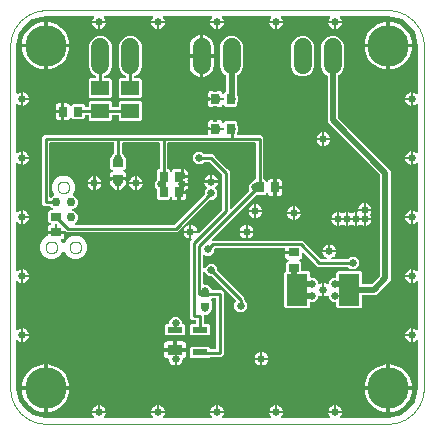
<source format=gbl>
G04 EAGLE Gerber RS-274X export*
G75*
%MOMM*%
%FSLAX35Y35*%
%LPD*%
%INcopper_bottom*%
%IPPOS*%
%AMOC8*
5,1,8,0,0,1.08239X$1,22.5*%
G01*
%ADD10C,0.000000*%
%ADD11R,0.700000X0.900000*%
%ADD12R,0.900000X0.700000*%
%ADD13R,1.310000X0.940000*%
%ADD14R,1.310000X0.550000*%
%ADD15R,0.700000X0.600000*%
%ADD16R,1.500000X1.300000*%
%ADD17R,1.800000X2.700000*%
%ADD18C,1.524000*%
%ADD19C,3.516000*%
%ADD20C,0.750000*%
%ADD21C,0.650000*%
%ADD22C,0.250000*%
%ADD23C,0.500000*%

G36*
X700628Y49916D02*
X700628Y49916D01*
X701345Y49934D01*
X701836Y50114D01*
X702350Y50198D01*
X702983Y50533D01*
X703656Y50779D01*
X704063Y51104D01*
X704525Y51348D01*
X705019Y51868D01*
X705578Y52315D01*
X705860Y52753D01*
X706220Y53132D01*
X706523Y53783D01*
X706910Y54385D01*
X707038Y54890D01*
X707258Y55363D01*
X707337Y56076D01*
X707513Y56771D01*
X707473Y57290D01*
X707531Y57809D01*
X707379Y58510D01*
X707324Y59224D01*
X707120Y59704D01*
X707010Y60214D01*
X706643Y60829D01*
X706363Y61489D01*
X705916Y62048D01*
X705749Y62328D01*
X705568Y62483D01*
X705308Y62808D01*
X705026Y63091D01*
X698689Y72573D01*
X694325Y83110D01*
X692706Y91250D01*
X748868Y91250D01*
X749062Y91282D01*
X749257Y91260D01*
X749864Y91392D01*
X751132Y91250D01*
X807294Y91250D01*
X805675Y83110D01*
X801311Y72573D01*
X794974Y63091D01*
X794692Y62808D01*
X794274Y62228D01*
X793780Y61707D01*
X793559Y61233D01*
X793255Y60811D01*
X793044Y60126D01*
X792742Y59476D01*
X792684Y58958D01*
X792530Y58459D01*
X792548Y57743D01*
X792469Y57030D01*
X792580Y56520D01*
X792593Y55999D01*
X792838Y55326D01*
X792990Y54625D01*
X793257Y54177D01*
X793436Y53687D01*
X793884Y53126D01*
X794250Y52512D01*
X794647Y52172D01*
X794972Y51765D01*
X795574Y51377D01*
X796118Y50910D01*
X796602Y50714D01*
X797041Y50432D01*
X797737Y50256D01*
X798400Y49988D01*
X799109Y49908D01*
X799426Y49828D01*
X799665Y49847D01*
X800078Y49800D01*
X1199921Y49800D01*
X1200628Y49916D01*
X1201345Y49934D01*
X1201836Y50114D01*
X1202350Y50198D01*
X1202983Y50533D01*
X1203656Y50779D01*
X1204063Y51104D01*
X1204525Y51348D01*
X1205019Y51868D01*
X1205578Y52315D01*
X1205860Y52753D01*
X1206220Y53132D01*
X1206523Y53783D01*
X1206910Y54385D01*
X1207038Y54890D01*
X1207258Y55363D01*
X1207337Y56076D01*
X1207513Y56771D01*
X1207473Y57290D01*
X1207531Y57809D01*
X1207379Y58510D01*
X1207324Y59224D01*
X1207120Y59704D01*
X1207010Y60214D01*
X1206643Y60829D01*
X1206363Y61489D01*
X1205916Y62048D01*
X1205749Y62328D01*
X1205568Y62483D01*
X1205308Y62808D01*
X1205026Y63091D01*
X1198689Y72573D01*
X1194325Y83110D01*
X1192706Y91250D01*
X1248868Y91250D01*
X1249062Y91282D01*
X1249257Y91260D01*
X1249864Y91392D01*
X1251132Y91250D01*
X1307294Y91250D01*
X1305675Y83110D01*
X1301311Y72573D01*
X1294974Y63091D01*
X1294692Y62808D01*
X1294274Y62228D01*
X1293780Y61707D01*
X1293559Y61233D01*
X1293255Y60811D01*
X1293044Y60126D01*
X1292742Y59476D01*
X1292684Y58958D01*
X1292530Y58459D01*
X1292548Y57743D01*
X1292469Y57030D01*
X1292580Y56520D01*
X1292593Y55999D01*
X1292838Y55326D01*
X1292990Y54625D01*
X1293257Y54177D01*
X1293436Y53687D01*
X1293884Y53126D01*
X1294250Y52512D01*
X1294647Y52172D01*
X1294972Y51765D01*
X1295574Y51377D01*
X1296118Y50910D01*
X1296602Y50714D01*
X1297041Y50432D01*
X1297737Y50256D01*
X1298400Y49988D01*
X1299109Y49908D01*
X1299426Y49828D01*
X1299665Y49847D01*
X1300078Y49800D01*
X1699921Y49800D01*
X1700628Y49916D01*
X1701345Y49934D01*
X1701836Y50114D01*
X1702350Y50198D01*
X1702983Y50533D01*
X1703656Y50779D01*
X1704063Y51104D01*
X1704525Y51348D01*
X1705019Y51868D01*
X1705578Y52315D01*
X1705860Y52753D01*
X1706220Y53132D01*
X1706523Y53783D01*
X1706910Y54385D01*
X1707038Y54890D01*
X1707258Y55363D01*
X1707337Y56076D01*
X1707513Y56771D01*
X1707473Y57290D01*
X1707531Y57809D01*
X1707379Y58510D01*
X1707324Y59224D01*
X1707120Y59704D01*
X1707010Y60214D01*
X1706643Y60829D01*
X1706363Y61489D01*
X1705916Y62048D01*
X1705749Y62328D01*
X1705568Y62483D01*
X1705308Y62808D01*
X1705026Y63091D01*
X1698689Y72573D01*
X1694325Y83110D01*
X1692706Y91250D01*
X1748868Y91250D01*
X1749062Y91282D01*
X1749257Y91260D01*
X1749864Y91392D01*
X1751132Y91250D01*
X1807294Y91250D01*
X1805675Y83110D01*
X1801311Y72573D01*
X1794974Y63091D01*
X1794692Y62808D01*
X1794274Y62228D01*
X1793780Y61707D01*
X1793559Y61233D01*
X1793255Y60811D01*
X1793044Y60126D01*
X1792742Y59476D01*
X1792684Y58958D01*
X1792530Y58459D01*
X1792548Y57743D01*
X1792469Y57030D01*
X1792580Y56520D01*
X1792593Y55999D01*
X1792838Y55326D01*
X1792990Y54625D01*
X1793257Y54177D01*
X1793436Y53687D01*
X1793884Y53126D01*
X1794250Y52512D01*
X1794647Y52172D01*
X1794972Y51765D01*
X1795574Y51377D01*
X1796118Y50910D01*
X1796602Y50714D01*
X1797041Y50432D01*
X1797737Y50256D01*
X1798400Y49988D01*
X1799109Y49908D01*
X1799426Y49828D01*
X1799665Y49847D01*
X1800078Y49800D01*
X2199921Y49800D01*
X2200628Y49916D01*
X2201345Y49934D01*
X2201836Y50114D01*
X2202350Y50198D01*
X2202983Y50533D01*
X2203656Y50779D01*
X2204063Y51104D01*
X2204525Y51348D01*
X2205019Y51868D01*
X2205578Y52315D01*
X2205860Y52753D01*
X2206220Y53132D01*
X2206523Y53783D01*
X2206910Y54385D01*
X2207038Y54890D01*
X2207258Y55363D01*
X2207337Y56076D01*
X2207513Y56771D01*
X2207473Y57290D01*
X2207531Y57809D01*
X2207379Y58510D01*
X2207324Y59224D01*
X2207120Y59704D01*
X2207010Y60214D01*
X2206643Y60829D01*
X2206363Y61489D01*
X2205916Y62048D01*
X2205749Y62328D01*
X2205568Y62483D01*
X2205308Y62808D01*
X2205026Y63091D01*
X2198689Y72573D01*
X2194325Y83110D01*
X2192706Y91250D01*
X2248868Y91250D01*
X2249062Y91282D01*
X2249257Y91260D01*
X2249864Y91392D01*
X2251132Y91250D01*
X2307294Y91250D01*
X2305675Y83110D01*
X2301311Y72573D01*
X2294974Y63091D01*
X2294692Y62808D01*
X2294274Y62228D01*
X2293780Y61707D01*
X2293559Y61233D01*
X2293255Y60811D01*
X2293044Y60126D01*
X2292742Y59476D01*
X2292684Y58958D01*
X2292530Y58459D01*
X2292548Y57743D01*
X2292469Y57030D01*
X2292580Y56520D01*
X2292593Y55999D01*
X2292838Y55326D01*
X2292990Y54625D01*
X2293257Y54177D01*
X2293436Y53687D01*
X2293884Y53126D01*
X2294250Y52512D01*
X2294647Y52172D01*
X2294972Y51765D01*
X2295574Y51377D01*
X2296118Y50910D01*
X2296602Y50714D01*
X2297041Y50432D01*
X2297737Y50256D01*
X2298400Y49988D01*
X2299109Y49908D01*
X2299426Y49828D01*
X2299665Y49847D01*
X2300078Y49800D01*
X2699921Y49800D01*
X2700628Y49916D01*
X2701345Y49934D01*
X2701836Y50114D01*
X2702350Y50198D01*
X2702983Y50533D01*
X2703656Y50779D01*
X2704063Y51104D01*
X2704525Y51348D01*
X2705019Y51868D01*
X2705578Y52315D01*
X2705860Y52753D01*
X2706220Y53132D01*
X2706523Y53783D01*
X2706910Y54385D01*
X2707038Y54890D01*
X2707258Y55363D01*
X2707337Y56076D01*
X2707513Y56771D01*
X2707473Y57290D01*
X2707531Y57809D01*
X2707379Y58510D01*
X2707324Y59224D01*
X2707120Y59704D01*
X2707010Y60214D01*
X2706643Y60829D01*
X2706363Y61489D01*
X2705916Y62048D01*
X2705749Y62328D01*
X2705568Y62483D01*
X2705308Y62808D01*
X2705026Y63091D01*
X2698689Y72573D01*
X2694325Y83110D01*
X2692706Y91250D01*
X2748868Y91250D01*
X2749062Y91282D01*
X2749257Y91260D01*
X2749864Y91392D01*
X2751132Y91250D01*
X2807294Y91250D01*
X2805675Y83110D01*
X2801311Y72573D01*
X2794974Y63091D01*
X2794692Y62808D01*
X2794274Y62228D01*
X2793780Y61707D01*
X2793559Y61233D01*
X2793255Y60811D01*
X2793044Y60126D01*
X2792742Y59476D01*
X2792684Y58958D01*
X2792530Y58459D01*
X2792548Y57743D01*
X2792469Y57030D01*
X2792580Y56520D01*
X2792593Y55999D01*
X2792838Y55326D01*
X2792990Y54625D01*
X2793257Y54177D01*
X2793436Y53687D01*
X2793884Y53126D01*
X2794250Y52512D01*
X2794647Y52172D01*
X2794972Y51765D01*
X2795574Y51377D01*
X2796118Y50910D01*
X2796602Y50714D01*
X2797041Y50432D01*
X2797737Y50256D01*
X2798400Y49988D01*
X2799109Y49908D01*
X2799426Y49828D01*
X2799665Y49847D01*
X2800078Y49800D01*
X3200100Y49800D01*
X3200319Y49836D01*
X3200698Y49824D01*
X3238614Y52808D01*
X3238665Y52820D01*
X3238717Y52817D01*
X3240371Y53157D01*
X3312493Y76591D01*
X3312806Y76753D01*
X3313149Y76838D01*
X3314617Y77673D01*
X3375967Y122247D01*
X3376214Y122497D01*
X3376515Y122685D01*
X3377653Y123933D01*
X3422226Y185283D01*
X3422385Y185598D01*
X3422612Y185868D01*
X3423309Y187407D01*
X3446743Y259529D01*
X3446750Y259581D01*
X3446773Y259627D01*
X3447092Y261286D01*
X3450076Y299202D01*
X3450058Y299423D01*
X3450099Y299800D01*
X3450099Y699821D01*
X3449983Y700529D01*
X3449965Y701245D01*
X3449786Y701735D01*
X3449702Y702250D01*
X3449367Y702883D01*
X3449121Y703557D01*
X3448795Y703964D01*
X3448551Y704425D01*
X3448032Y704919D01*
X3447584Y705478D01*
X3447146Y705761D01*
X3446768Y706120D01*
X3446118Y706422D01*
X3445515Y706810D01*
X3445008Y706938D01*
X3444536Y707158D01*
X3443824Y707237D01*
X3443129Y707413D01*
X3442609Y707373D01*
X3442091Y707431D01*
X3441390Y707279D01*
X3440675Y707224D01*
X3440196Y707020D01*
X3439686Y706910D01*
X3439069Y706542D01*
X3438410Y706263D01*
X3437853Y705817D01*
X3437572Y705649D01*
X3437417Y705468D01*
X3437091Y705208D01*
X3436909Y705025D01*
X3427426Y698689D01*
X3416889Y694325D01*
X3408749Y692706D01*
X3408749Y748868D01*
X3408718Y749062D01*
X3408739Y749257D01*
X3408608Y749864D01*
X3408749Y751132D01*
X3408749Y807294D01*
X3416889Y805675D01*
X3427426Y801311D01*
X3436909Y794974D01*
X3437091Y794792D01*
X3437672Y794374D01*
X3438193Y793880D01*
X3438666Y793659D01*
X3439089Y793355D01*
X3439774Y793144D01*
X3440424Y792842D01*
X3440942Y792784D01*
X3441441Y792630D01*
X3442157Y792648D01*
X3442869Y792569D01*
X3443380Y792680D01*
X3443901Y792693D01*
X3444573Y792938D01*
X3445274Y793090D01*
X3445723Y793357D01*
X3446213Y793536D01*
X3446773Y793983D01*
X3447388Y794350D01*
X3447727Y794746D01*
X3448135Y795072D01*
X3448523Y795674D01*
X3448990Y796218D01*
X3449186Y796703D01*
X3449468Y797141D01*
X3449643Y797834D01*
X3449912Y798500D01*
X3449992Y799211D01*
X3450071Y799526D01*
X3450053Y799763D01*
X3450099Y800178D01*
X3450099Y1199821D01*
X3449983Y1200529D01*
X3449965Y1201245D01*
X3449786Y1201735D01*
X3449702Y1202250D01*
X3449367Y1202883D01*
X3449121Y1203557D01*
X3448795Y1203964D01*
X3448551Y1204425D01*
X3448032Y1204919D01*
X3447584Y1205478D01*
X3447146Y1205761D01*
X3446768Y1206120D01*
X3446118Y1206422D01*
X3445515Y1206810D01*
X3445008Y1206938D01*
X3444536Y1207158D01*
X3443824Y1207237D01*
X3443129Y1207413D01*
X3442609Y1207373D01*
X3442091Y1207431D01*
X3441390Y1207279D01*
X3440675Y1207224D01*
X3440196Y1207020D01*
X3439686Y1206910D01*
X3439069Y1206542D01*
X3438410Y1206263D01*
X3437853Y1205817D01*
X3437572Y1205649D01*
X3437417Y1205468D01*
X3437091Y1205208D01*
X3436909Y1205025D01*
X3427426Y1198689D01*
X3416889Y1194325D01*
X3408749Y1192706D01*
X3408749Y1248868D01*
X3408718Y1249062D01*
X3408739Y1249257D01*
X3408608Y1249864D01*
X3408749Y1251132D01*
X3408749Y1307294D01*
X3416889Y1305675D01*
X3427426Y1301311D01*
X3436909Y1294974D01*
X3437091Y1294792D01*
X3437672Y1294374D01*
X3438193Y1293880D01*
X3438666Y1293659D01*
X3439089Y1293355D01*
X3439774Y1293144D01*
X3440424Y1292842D01*
X3440942Y1292784D01*
X3441441Y1292630D01*
X3442157Y1292648D01*
X3442869Y1292569D01*
X3443380Y1292680D01*
X3443901Y1292693D01*
X3444573Y1292938D01*
X3445274Y1293090D01*
X3445723Y1293357D01*
X3446213Y1293536D01*
X3446773Y1293983D01*
X3447388Y1294350D01*
X3447727Y1294746D01*
X3448135Y1295072D01*
X3448523Y1295674D01*
X3448990Y1296218D01*
X3449186Y1296703D01*
X3449468Y1297141D01*
X3449643Y1297834D01*
X3449912Y1298500D01*
X3449992Y1299211D01*
X3450071Y1299526D01*
X3450053Y1299763D01*
X3450099Y1300178D01*
X3450099Y1699821D01*
X3449983Y1700529D01*
X3449965Y1701245D01*
X3449786Y1701735D01*
X3449702Y1702250D01*
X3449367Y1702883D01*
X3449121Y1703557D01*
X3448795Y1703964D01*
X3448551Y1704425D01*
X3448032Y1704919D01*
X3447584Y1705478D01*
X3447146Y1705761D01*
X3446768Y1706120D01*
X3446118Y1706422D01*
X3445515Y1706810D01*
X3445008Y1706938D01*
X3444536Y1707158D01*
X3443824Y1707237D01*
X3443129Y1707413D01*
X3442609Y1707373D01*
X3442091Y1707431D01*
X3441390Y1707279D01*
X3440675Y1707224D01*
X3440196Y1707020D01*
X3439686Y1706910D01*
X3439069Y1706542D01*
X3438410Y1706263D01*
X3437853Y1705817D01*
X3437572Y1705649D01*
X3437417Y1705468D01*
X3437091Y1705208D01*
X3436909Y1705025D01*
X3427426Y1698689D01*
X3416889Y1694325D01*
X3408749Y1692706D01*
X3408749Y1748868D01*
X3408718Y1749062D01*
X3408739Y1749257D01*
X3408608Y1749864D01*
X3408749Y1751132D01*
X3408749Y1807294D01*
X3416889Y1805675D01*
X3427426Y1801311D01*
X3436909Y1794974D01*
X3437091Y1794792D01*
X3437672Y1794374D01*
X3438193Y1793880D01*
X3438666Y1793659D01*
X3439089Y1793355D01*
X3439774Y1793144D01*
X3440424Y1792842D01*
X3440942Y1792784D01*
X3441441Y1792630D01*
X3442157Y1792648D01*
X3442869Y1792569D01*
X3443380Y1792680D01*
X3443901Y1792693D01*
X3444573Y1792938D01*
X3445274Y1793090D01*
X3445723Y1793357D01*
X3446213Y1793536D01*
X3446773Y1793983D01*
X3447388Y1794350D01*
X3447727Y1794746D01*
X3448135Y1795072D01*
X3448523Y1795674D01*
X3448990Y1796218D01*
X3449186Y1796703D01*
X3449468Y1797141D01*
X3449643Y1797834D01*
X3449912Y1798500D01*
X3449992Y1799211D01*
X3450071Y1799526D01*
X3450053Y1799763D01*
X3450099Y1800178D01*
X3450099Y2199821D01*
X3449983Y2200529D01*
X3449965Y2201245D01*
X3449786Y2201735D01*
X3449702Y2202250D01*
X3449367Y2202883D01*
X3449121Y2203557D01*
X3448795Y2203964D01*
X3448551Y2204425D01*
X3448032Y2204919D01*
X3447584Y2205478D01*
X3447146Y2205761D01*
X3446768Y2206120D01*
X3446118Y2206422D01*
X3445515Y2206810D01*
X3445008Y2206938D01*
X3444536Y2207158D01*
X3443824Y2207237D01*
X3443129Y2207413D01*
X3442609Y2207373D01*
X3442091Y2207431D01*
X3441390Y2207279D01*
X3440675Y2207224D01*
X3440196Y2207020D01*
X3439686Y2206910D01*
X3439069Y2206542D01*
X3438410Y2206263D01*
X3437853Y2205817D01*
X3437572Y2205649D01*
X3437417Y2205468D01*
X3437091Y2205208D01*
X3436909Y2205025D01*
X3427426Y2198689D01*
X3416889Y2194325D01*
X3408749Y2192706D01*
X3408749Y2248868D01*
X3408718Y2249062D01*
X3408739Y2249257D01*
X3408608Y2249864D01*
X3408749Y2251132D01*
X3408749Y2307294D01*
X3416889Y2305675D01*
X3427426Y2301311D01*
X3436909Y2294974D01*
X3437091Y2294792D01*
X3437672Y2294374D01*
X3438193Y2293880D01*
X3438666Y2293659D01*
X3439089Y2293355D01*
X3439774Y2293144D01*
X3440424Y2292842D01*
X3440942Y2292784D01*
X3441441Y2292630D01*
X3442157Y2292648D01*
X3442869Y2292569D01*
X3443380Y2292680D01*
X3443901Y2292693D01*
X3444573Y2292938D01*
X3445274Y2293090D01*
X3445723Y2293357D01*
X3446213Y2293536D01*
X3446773Y2293983D01*
X3447388Y2294350D01*
X3447727Y2294746D01*
X3448135Y2295072D01*
X3448523Y2295674D01*
X3448990Y2296218D01*
X3449186Y2296703D01*
X3449468Y2297141D01*
X3449643Y2297834D01*
X3449912Y2298500D01*
X3449992Y2299211D01*
X3450071Y2299526D01*
X3450053Y2299763D01*
X3450099Y2300178D01*
X3450099Y2699821D01*
X3449983Y2700529D01*
X3449965Y2701245D01*
X3449786Y2701735D01*
X3449702Y2702250D01*
X3449367Y2702883D01*
X3449121Y2703557D01*
X3448795Y2703964D01*
X3448551Y2704425D01*
X3448032Y2704919D01*
X3447584Y2705478D01*
X3447146Y2705761D01*
X3446768Y2706120D01*
X3446118Y2706422D01*
X3445515Y2706810D01*
X3445008Y2706938D01*
X3444536Y2707158D01*
X3443824Y2707237D01*
X3443129Y2707413D01*
X3442609Y2707373D01*
X3442091Y2707431D01*
X3441390Y2707279D01*
X3440675Y2707224D01*
X3440196Y2707020D01*
X3439686Y2706910D01*
X3439069Y2706542D01*
X3438410Y2706263D01*
X3437853Y2705817D01*
X3437572Y2705649D01*
X3437417Y2705468D01*
X3437091Y2705208D01*
X3436909Y2705025D01*
X3427426Y2698689D01*
X3416889Y2694325D01*
X3408749Y2692706D01*
X3408749Y2748868D01*
X3408718Y2749062D01*
X3408739Y2749257D01*
X3408608Y2749864D01*
X3408749Y2751132D01*
X3408749Y2807294D01*
X3416889Y2805675D01*
X3427426Y2801311D01*
X3436909Y2794974D01*
X3437091Y2794792D01*
X3437672Y2794374D01*
X3438193Y2793880D01*
X3438666Y2793659D01*
X3439089Y2793355D01*
X3439774Y2793144D01*
X3440424Y2792842D01*
X3440942Y2792784D01*
X3441441Y2792630D01*
X3442157Y2792648D01*
X3442869Y2792569D01*
X3443380Y2792680D01*
X3443901Y2792693D01*
X3444573Y2792938D01*
X3445274Y2793090D01*
X3445723Y2793357D01*
X3446213Y2793536D01*
X3446773Y2793983D01*
X3447388Y2794350D01*
X3447727Y2794746D01*
X3448135Y2795072D01*
X3448523Y2795674D01*
X3448990Y2796218D01*
X3449186Y2796703D01*
X3449468Y2797141D01*
X3449643Y2797834D01*
X3449912Y2798500D01*
X3449992Y2799211D01*
X3450071Y2799526D01*
X3450053Y2799763D01*
X3450099Y2800178D01*
X3450099Y3199800D01*
X3450063Y3200019D01*
X3450076Y3200398D01*
X3447092Y3238314D01*
X3447079Y3238365D01*
X3447083Y3238417D01*
X3446743Y3240071D01*
X3423309Y3312193D01*
X3423147Y3312506D01*
X3423062Y3312849D01*
X3422226Y3314317D01*
X3377653Y3375667D01*
X3377403Y3375914D01*
X3377215Y3376215D01*
X3375967Y3377353D01*
X3314617Y3421926D01*
X3314302Y3422085D01*
X3314031Y3422312D01*
X3312493Y3423009D01*
X3240371Y3446443D01*
X3240319Y3446450D01*
X3240273Y3446473D01*
X3238614Y3446792D01*
X3200698Y3449776D01*
X3200477Y3449758D01*
X3200100Y3449799D01*
X2800478Y3449799D01*
X2799771Y3449684D01*
X2799053Y3449665D01*
X2798563Y3449486D01*
X2798050Y3449402D01*
X2797416Y3449067D01*
X2796742Y3448820D01*
X2796336Y3448495D01*
X2795875Y3448251D01*
X2795380Y3447730D01*
X2794821Y3447283D01*
X2794539Y3446846D01*
X2794180Y3446468D01*
X2793877Y3445816D01*
X2793489Y3445214D01*
X2793362Y3444708D01*
X2793142Y3444236D01*
X2793063Y3443524D01*
X2792887Y3442828D01*
X2792927Y3442308D01*
X2792869Y3441791D01*
X2793021Y3441089D01*
X2793076Y3440374D01*
X2793280Y3439895D01*
X2793390Y3439386D01*
X2793758Y3438769D01*
X2794038Y3438109D01*
X2794483Y3437552D01*
X2794650Y3437272D01*
X2794832Y3437117D01*
X2794854Y3437088D01*
X2801311Y3427426D01*
X2805675Y3416889D01*
X2807294Y3408749D01*
X2751132Y3408749D01*
X2750938Y3408718D01*
X2750743Y3408739D01*
X2750136Y3408608D01*
X2748868Y3408749D01*
X2692706Y3408749D01*
X2694325Y3416889D01*
X2698689Y3427426D01*
X2705357Y3437406D01*
X2705820Y3437893D01*
X2706040Y3438366D01*
X2706344Y3438788D01*
X2706555Y3439473D01*
X2706858Y3440124D01*
X2706915Y3440641D01*
X2707069Y3441139D01*
X2707051Y3441858D01*
X2707131Y3442569D01*
X2707020Y3443078D01*
X2707007Y3443599D01*
X2706762Y3444273D01*
X2706610Y3444974D01*
X2706343Y3445422D01*
X2706164Y3445911D01*
X2705717Y3446472D01*
X2705349Y3447088D01*
X2704954Y3447427D01*
X2704629Y3447834D01*
X2704026Y3448223D01*
X2703481Y3448690D01*
X2702998Y3448885D01*
X2702560Y3449167D01*
X2701865Y3449343D01*
X2701200Y3449612D01*
X2700491Y3449691D01*
X2700175Y3449771D01*
X2699937Y3449753D01*
X2699521Y3449799D01*
X2300478Y3449799D01*
X2299771Y3449684D01*
X2299053Y3449665D01*
X2298563Y3449486D01*
X2298050Y3449402D01*
X2297416Y3449067D01*
X2296742Y3448820D01*
X2296336Y3448495D01*
X2295875Y3448251D01*
X2295380Y3447730D01*
X2294821Y3447283D01*
X2294539Y3446846D01*
X2294180Y3446468D01*
X2293877Y3445816D01*
X2293489Y3445214D01*
X2293362Y3444708D01*
X2293142Y3444236D01*
X2293063Y3443524D01*
X2292887Y3442828D01*
X2292927Y3442308D01*
X2292869Y3441791D01*
X2293021Y3441089D01*
X2293076Y3440374D01*
X2293280Y3439895D01*
X2293390Y3439386D01*
X2293758Y3438769D01*
X2294038Y3438109D01*
X2294483Y3437552D01*
X2294650Y3437272D01*
X2294832Y3437117D01*
X2294854Y3437088D01*
X2301311Y3427426D01*
X2305675Y3416889D01*
X2307294Y3408749D01*
X2251132Y3408749D01*
X2250938Y3408718D01*
X2250743Y3408739D01*
X2250136Y3408608D01*
X2248868Y3408749D01*
X2192706Y3408749D01*
X2194325Y3416889D01*
X2198689Y3427426D01*
X2205357Y3437406D01*
X2205820Y3437893D01*
X2206040Y3438366D01*
X2206344Y3438788D01*
X2206555Y3439473D01*
X2206858Y3440124D01*
X2206915Y3440641D01*
X2207069Y3441139D01*
X2207051Y3441858D01*
X2207131Y3442569D01*
X2207020Y3443078D01*
X2207007Y3443599D01*
X2206762Y3444273D01*
X2206610Y3444974D01*
X2206343Y3445422D01*
X2206164Y3445911D01*
X2205717Y3446472D01*
X2205349Y3447088D01*
X2204954Y3447427D01*
X2204629Y3447834D01*
X2204026Y3448223D01*
X2203481Y3448690D01*
X2202998Y3448885D01*
X2202560Y3449167D01*
X2201865Y3449343D01*
X2201200Y3449612D01*
X2200491Y3449691D01*
X2200175Y3449771D01*
X2199937Y3449753D01*
X2199521Y3449799D01*
X1800478Y3449799D01*
X1799771Y3449684D01*
X1799053Y3449665D01*
X1798563Y3449486D01*
X1798050Y3449402D01*
X1797416Y3449067D01*
X1796742Y3448820D01*
X1796336Y3448495D01*
X1795875Y3448251D01*
X1795380Y3447730D01*
X1794821Y3447283D01*
X1794539Y3446846D01*
X1794180Y3446468D01*
X1793877Y3445816D01*
X1793489Y3445214D01*
X1793362Y3444708D01*
X1793142Y3444236D01*
X1793063Y3443524D01*
X1792887Y3442828D01*
X1792927Y3442308D01*
X1792869Y3441791D01*
X1793021Y3441089D01*
X1793076Y3440374D01*
X1793280Y3439895D01*
X1793390Y3439386D01*
X1793758Y3438769D01*
X1794038Y3438109D01*
X1794483Y3437552D01*
X1794650Y3437272D01*
X1794832Y3437117D01*
X1794854Y3437088D01*
X1801311Y3427426D01*
X1805675Y3416889D01*
X1807294Y3408749D01*
X1751132Y3408749D01*
X1750938Y3408718D01*
X1750743Y3408739D01*
X1750136Y3408608D01*
X1748868Y3408749D01*
X1692706Y3408749D01*
X1694325Y3416889D01*
X1698689Y3427426D01*
X1705357Y3437406D01*
X1705820Y3437893D01*
X1706040Y3438366D01*
X1706344Y3438788D01*
X1706555Y3439473D01*
X1706858Y3440124D01*
X1706915Y3440641D01*
X1707069Y3441139D01*
X1707051Y3441858D01*
X1707131Y3442569D01*
X1707020Y3443078D01*
X1707007Y3443599D01*
X1706762Y3444273D01*
X1706610Y3444974D01*
X1706343Y3445422D01*
X1706164Y3445911D01*
X1705717Y3446472D01*
X1705349Y3447088D01*
X1704954Y3447427D01*
X1704629Y3447834D01*
X1704026Y3448223D01*
X1703481Y3448690D01*
X1702998Y3448885D01*
X1702560Y3449167D01*
X1701865Y3449343D01*
X1701200Y3449612D01*
X1700491Y3449691D01*
X1700175Y3449771D01*
X1699937Y3449753D01*
X1699521Y3449799D01*
X1300478Y3449799D01*
X1299771Y3449684D01*
X1299053Y3449665D01*
X1298563Y3449486D01*
X1298050Y3449402D01*
X1297416Y3449067D01*
X1296742Y3448820D01*
X1296336Y3448495D01*
X1295875Y3448251D01*
X1295380Y3447730D01*
X1294821Y3447283D01*
X1294539Y3446846D01*
X1294180Y3446468D01*
X1293877Y3445816D01*
X1293489Y3445214D01*
X1293362Y3444708D01*
X1293142Y3444236D01*
X1293063Y3443524D01*
X1292887Y3442828D01*
X1292927Y3442308D01*
X1292869Y3441791D01*
X1293021Y3441089D01*
X1293076Y3440374D01*
X1293280Y3439895D01*
X1293390Y3439386D01*
X1293758Y3438769D01*
X1294038Y3438109D01*
X1294483Y3437552D01*
X1294650Y3437272D01*
X1294832Y3437117D01*
X1294854Y3437088D01*
X1301311Y3427426D01*
X1305675Y3416889D01*
X1307294Y3408749D01*
X1251132Y3408749D01*
X1250938Y3408718D01*
X1250743Y3408739D01*
X1250136Y3408608D01*
X1248868Y3408749D01*
X1192706Y3408749D01*
X1194325Y3416889D01*
X1198689Y3427426D01*
X1205357Y3437406D01*
X1205820Y3437893D01*
X1206040Y3438366D01*
X1206344Y3438788D01*
X1206555Y3439473D01*
X1206858Y3440124D01*
X1206915Y3440641D01*
X1207069Y3441139D01*
X1207051Y3441858D01*
X1207131Y3442569D01*
X1207020Y3443078D01*
X1207007Y3443599D01*
X1206762Y3444273D01*
X1206610Y3444974D01*
X1206343Y3445422D01*
X1206164Y3445911D01*
X1205717Y3446472D01*
X1205349Y3447088D01*
X1204954Y3447427D01*
X1204629Y3447834D01*
X1204026Y3448223D01*
X1203481Y3448690D01*
X1202998Y3448885D01*
X1202560Y3449167D01*
X1201865Y3449343D01*
X1201200Y3449612D01*
X1200491Y3449691D01*
X1200175Y3449771D01*
X1199937Y3449753D01*
X1199521Y3449799D01*
X800478Y3449799D01*
X799771Y3449684D01*
X799053Y3449665D01*
X798563Y3449486D01*
X798050Y3449402D01*
X797416Y3449067D01*
X796742Y3448820D01*
X796336Y3448495D01*
X795875Y3448251D01*
X795380Y3447730D01*
X794821Y3447283D01*
X794539Y3446846D01*
X794180Y3446468D01*
X793877Y3445816D01*
X793489Y3445214D01*
X793362Y3444708D01*
X793142Y3444236D01*
X793063Y3443524D01*
X792887Y3442828D01*
X792927Y3442308D01*
X792869Y3441791D01*
X793021Y3441089D01*
X793076Y3440374D01*
X793280Y3439895D01*
X793390Y3439386D01*
X793758Y3438769D01*
X794038Y3438109D01*
X794483Y3437552D01*
X794650Y3437272D01*
X794832Y3437117D01*
X794854Y3437088D01*
X801311Y3427426D01*
X805675Y3416889D01*
X807294Y3408749D01*
X751132Y3408749D01*
X750938Y3408718D01*
X750743Y3408739D01*
X750136Y3408608D01*
X748868Y3408749D01*
X692706Y3408749D01*
X694325Y3416889D01*
X698689Y3427426D01*
X705357Y3437406D01*
X705820Y3437893D01*
X706040Y3438366D01*
X706344Y3438788D01*
X706555Y3439473D01*
X706858Y3440124D01*
X706915Y3440641D01*
X707069Y3441139D01*
X707051Y3441858D01*
X707131Y3442569D01*
X707020Y3443078D01*
X707007Y3443599D01*
X706762Y3444273D01*
X706610Y3444974D01*
X706343Y3445422D01*
X706164Y3445911D01*
X705717Y3446472D01*
X705349Y3447088D01*
X704954Y3447427D01*
X704629Y3447834D01*
X704026Y3448223D01*
X703481Y3448690D01*
X702998Y3448885D01*
X702560Y3449167D01*
X701865Y3449343D01*
X701200Y3449612D01*
X700491Y3449691D01*
X700175Y3449771D01*
X699937Y3449753D01*
X699521Y3449799D01*
X300100Y3449799D01*
X299881Y3449763D01*
X299502Y3449776D01*
X261586Y3446792D01*
X261535Y3446779D01*
X261483Y3446783D01*
X259829Y3446443D01*
X187707Y3423009D01*
X187393Y3422847D01*
X187051Y3422762D01*
X185583Y3421926D01*
X124233Y3377353D01*
X123985Y3377103D01*
X123685Y3376915D01*
X122547Y3375667D01*
X77973Y3314317D01*
X77815Y3314002D01*
X77588Y3313731D01*
X76891Y3312193D01*
X53457Y3240071D01*
X53449Y3240019D01*
X53426Y3239973D01*
X53108Y3238314D01*
X50124Y3200398D01*
X50142Y3200177D01*
X50100Y3199800D01*
X50100Y2800378D01*
X50131Y2800191D01*
X50110Y2800005D01*
X50221Y2799496D01*
X50235Y2798954D01*
X50414Y2798464D01*
X50498Y2797950D01*
X50596Y2797765D01*
X50631Y2797600D01*
X50884Y2797177D01*
X51079Y2796643D01*
X51405Y2796235D01*
X51648Y2795775D01*
X51813Y2795618D01*
X51892Y2795487D01*
X52248Y2795181D01*
X52616Y2794721D01*
X53053Y2794440D01*
X53432Y2794080D01*
X53652Y2793978D01*
X53760Y2793885D01*
X54179Y2793716D01*
X54686Y2793389D01*
X55191Y2793262D01*
X55663Y2793042D01*
X55914Y2793014D01*
X56041Y2792963D01*
X56639Y2792896D01*
X57071Y2792787D01*
X57395Y2792812D01*
X57720Y2792775D01*
X57736Y2792775D01*
X57864Y2792796D01*
X58109Y2792769D01*
X58809Y2792921D01*
X59525Y2792976D01*
X59878Y2793126D01*
X60164Y2793173D01*
X60297Y2793243D01*
X60514Y2793290D01*
X61130Y2793657D01*
X61790Y2793938D01*
X62141Y2794218D01*
X62340Y2794323D01*
X62461Y2794451D01*
X62628Y2794550D01*
X62783Y2794732D01*
X63063Y2794956D01*
X72573Y2801311D01*
X83110Y2805675D01*
X91250Y2807294D01*
X91250Y2751132D01*
X91282Y2750938D01*
X91260Y2750743D01*
X91392Y2750136D01*
X91250Y2748868D01*
X91250Y2692706D01*
X83110Y2694325D01*
X72573Y2698689D01*
X62992Y2705092D01*
X62528Y2705425D01*
X62007Y2705920D01*
X61534Y2706140D01*
X61111Y2706444D01*
X60426Y2706655D01*
X59776Y2706958D01*
X59258Y2707016D01*
X58760Y2707169D01*
X58042Y2707151D01*
X57330Y2707231D01*
X56821Y2707120D01*
X56300Y2707107D01*
X55626Y2706861D01*
X54925Y2706710D01*
X54478Y2706443D01*
X53988Y2706264D01*
X53428Y2705817D01*
X52812Y2705449D01*
X52472Y2705053D01*
X52065Y2704728D01*
X51678Y2704127D01*
X51210Y2703581D01*
X51014Y2703097D01*
X50733Y2702660D01*
X50557Y2701966D01*
X50288Y2701300D01*
X50208Y2700589D01*
X50128Y2700274D01*
X50147Y2700037D01*
X50100Y2699621D01*
X50100Y2300378D01*
X50216Y2299671D01*
X50235Y2298954D01*
X50414Y2298464D01*
X50498Y2297950D01*
X50833Y2297317D01*
X51079Y2296643D01*
X51405Y2296235D01*
X51648Y2295775D01*
X52169Y2295280D01*
X52616Y2294721D01*
X53053Y2294440D01*
X53432Y2294080D01*
X54084Y2293777D01*
X54686Y2293389D01*
X55191Y2293262D01*
X55663Y2293042D01*
X56375Y2292963D01*
X57071Y2292787D01*
X57592Y2292827D01*
X58109Y2292769D01*
X58809Y2292921D01*
X59525Y2292976D01*
X60005Y2293180D01*
X60514Y2293290D01*
X61130Y2293657D01*
X61790Y2293938D01*
X62347Y2294383D01*
X62628Y2294550D01*
X62783Y2294732D01*
X63063Y2294956D01*
X72573Y2301311D01*
X83110Y2305675D01*
X91250Y2307294D01*
X91250Y2251132D01*
X91282Y2250938D01*
X91260Y2250743D01*
X91392Y2250136D01*
X91250Y2248868D01*
X91250Y2192706D01*
X83110Y2194325D01*
X72573Y2198689D01*
X62992Y2205092D01*
X62528Y2205425D01*
X62007Y2205920D01*
X61534Y2206140D01*
X61111Y2206444D01*
X60426Y2206655D01*
X59776Y2206958D01*
X59258Y2207016D01*
X58760Y2207169D01*
X58042Y2207151D01*
X57330Y2207231D01*
X56821Y2207120D01*
X56300Y2207107D01*
X55626Y2206861D01*
X54925Y2206710D01*
X54478Y2206443D01*
X53988Y2206264D01*
X53428Y2205817D01*
X52812Y2205449D01*
X52472Y2205053D01*
X52065Y2204728D01*
X51678Y2204127D01*
X51210Y2203581D01*
X51014Y2203097D01*
X50733Y2202660D01*
X50557Y2201966D01*
X50288Y2201300D01*
X50208Y2200589D01*
X50128Y2200274D01*
X50147Y2200037D01*
X50100Y2199621D01*
X50100Y1800378D01*
X50216Y1799671D01*
X50235Y1798954D01*
X50414Y1798464D01*
X50498Y1797950D01*
X50833Y1797317D01*
X51079Y1796643D01*
X51405Y1796235D01*
X51648Y1795775D01*
X52169Y1795280D01*
X52616Y1794721D01*
X53053Y1794440D01*
X53432Y1794080D01*
X54084Y1793777D01*
X54686Y1793389D01*
X55191Y1793262D01*
X55663Y1793042D01*
X56375Y1792963D01*
X57071Y1792787D01*
X57592Y1792827D01*
X58109Y1792769D01*
X58809Y1792921D01*
X59525Y1792976D01*
X60005Y1793180D01*
X60514Y1793290D01*
X61130Y1793657D01*
X61790Y1793938D01*
X62347Y1794383D01*
X62628Y1794550D01*
X62783Y1794732D01*
X63063Y1794956D01*
X72573Y1801311D01*
X83110Y1805675D01*
X91250Y1807294D01*
X91250Y1751132D01*
X91282Y1750938D01*
X91260Y1750743D01*
X91392Y1750136D01*
X91250Y1748868D01*
X91250Y1692706D01*
X83110Y1694325D01*
X72573Y1698689D01*
X62992Y1705092D01*
X62528Y1705425D01*
X62007Y1705920D01*
X61534Y1706140D01*
X61111Y1706444D01*
X60426Y1706655D01*
X59776Y1706958D01*
X59258Y1707016D01*
X58760Y1707169D01*
X58042Y1707151D01*
X57330Y1707231D01*
X56821Y1707120D01*
X56300Y1707107D01*
X55626Y1706861D01*
X54925Y1706710D01*
X54478Y1706443D01*
X53988Y1706264D01*
X53428Y1705817D01*
X52812Y1705449D01*
X52472Y1705053D01*
X52065Y1704728D01*
X51678Y1704127D01*
X51210Y1703581D01*
X51014Y1703097D01*
X50733Y1702660D01*
X50557Y1701966D01*
X50288Y1701300D01*
X50208Y1700589D01*
X50128Y1700274D01*
X50147Y1700037D01*
X50100Y1699621D01*
X50100Y1300378D01*
X50216Y1299671D01*
X50235Y1298954D01*
X50414Y1298464D01*
X50498Y1297950D01*
X50833Y1297317D01*
X51079Y1296643D01*
X51405Y1296235D01*
X51648Y1295775D01*
X52169Y1295280D01*
X52616Y1294721D01*
X53053Y1294440D01*
X53432Y1294080D01*
X54084Y1293777D01*
X54686Y1293389D01*
X55191Y1293262D01*
X55663Y1293042D01*
X56375Y1292963D01*
X57071Y1292787D01*
X57592Y1292827D01*
X58109Y1292769D01*
X58809Y1292921D01*
X59525Y1292976D01*
X60005Y1293180D01*
X60514Y1293290D01*
X61130Y1293657D01*
X61790Y1293938D01*
X62347Y1294383D01*
X62628Y1294550D01*
X62783Y1294732D01*
X63063Y1294956D01*
X72573Y1301311D01*
X83110Y1305675D01*
X91250Y1307294D01*
X91250Y1251132D01*
X91282Y1250938D01*
X91260Y1250743D01*
X91392Y1250136D01*
X91250Y1248868D01*
X91250Y1192706D01*
X83110Y1194325D01*
X72573Y1198689D01*
X62992Y1205092D01*
X62528Y1205425D01*
X62007Y1205920D01*
X61534Y1206140D01*
X61111Y1206444D01*
X60426Y1206655D01*
X59776Y1206958D01*
X59258Y1207016D01*
X58760Y1207169D01*
X58042Y1207151D01*
X57330Y1207231D01*
X56821Y1207120D01*
X56300Y1207107D01*
X55626Y1206861D01*
X54925Y1206710D01*
X54478Y1206443D01*
X53988Y1206264D01*
X53428Y1205817D01*
X52812Y1205449D01*
X52472Y1205053D01*
X52065Y1204728D01*
X51678Y1204127D01*
X51210Y1203581D01*
X51014Y1203097D01*
X50733Y1202660D01*
X50557Y1201966D01*
X50288Y1201300D01*
X50208Y1200589D01*
X50128Y1200274D01*
X50147Y1200037D01*
X50100Y1199621D01*
X50100Y800378D01*
X50216Y799671D01*
X50235Y798954D01*
X50414Y798464D01*
X50498Y797950D01*
X50833Y797317D01*
X51079Y796643D01*
X51405Y796235D01*
X51648Y795775D01*
X52169Y795280D01*
X52616Y794721D01*
X53053Y794440D01*
X53432Y794080D01*
X54084Y793777D01*
X54686Y793389D01*
X55191Y793262D01*
X55663Y793042D01*
X56375Y792963D01*
X57071Y792787D01*
X57592Y792827D01*
X58109Y792769D01*
X58809Y792921D01*
X59525Y792976D01*
X60005Y793180D01*
X60514Y793290D01*
X61130Y793657D01*
X61790Y793938D01*
X62347Y794383D01*
X62628Y794550D01*
X62783Y794732D01*
X63063Y794956D01*
X72573Y801311D01*
X83110Y805675D01*
X91250Y807294D01*
X91250Y751132D01*
X91282Y750938D01*
X91260Y750743D01*
X91392Y750136D01*
X91250Y748868D01*
X91250Y692706D01*
X83110Y694325D01*
X72573Y698689D01*
X62992Y705092D01*
X62528Y705425D01*
X62007Y705920D01*
X61534Y706140D01*
X61111Y706444D01*
X60426Y706655D01*
X59776Y706958D01*
X59258Y707016D01*
X58760Y707169D01*
X58042Y707151D01*
X57330Y707231D01*
X56821Y707120D01*
X56300Y707107D01*
X55626Y706861D01*
X54925Y706710D01*
X54478Y706443D01*
X53988Y706264D01*
X53428Y705817D01*
X52812Y705449D01*
X52472Y705053D01*
X52065Y704728D01*
X51678Y704127D01*
X51210Y703581D01*
X51014Y703097D01*
X50733Y702660D01*
X50557Y701966D01*
X50288Y701300D01*
X50208Y700589D01*
X50128Y700274D01*
X50147Y700037D01*
X50100Y699621D01*
X50100Y299800D01*
X50136Y299581D01*
X50124Y299202D01*
X53108Y261286D01*
X53120Y261235D01*
X53117Y261183D01*
X53457Y259529D01*
X76891Y187407D01*
X77053Y187093D01*
X77138Y186751D01*
X77973Y185283D01*
X122547Y123933D01*
X122797Y123685D01*
X122985Y123385D01*
X124233Y122247D01*
X185583Y77673D01*
X185898Y77515D01*
X186168Y77288D01*
X187707Y76591D01*
X259829Y53157D01*
X259880Y53149D01*
X259927Y53126D01*
X261585Y52808D01*
X299502Y49824D01*
X299723Y49842D01*
X300100Y49800D01*
X699921Y49800D01*
X700628Y49916D01*
G37*
%LPC*%
G36*
X1532216Y556499D02*
X1532216Y556499D01*
X1520499Y568216D01*
X1520499Y639784D01*
X1532216Y651500D01*
X1679784Y651500D01*
X1691515Y639770D01*
X1691510Y639730D01*
X1691730Y638715D01*
X1691898Y637691D01*
X1691990Y637518D01*
X1692031Y637325D01*
X1692563Y636433D01*
X1693048Y635516D01*
X1693191Y635380D01*
X1693292Y635212D01*
X1694079Y634537D01*
X1694832Y633821D01*
X1695010Y633738D01*
X1695160Y633610D01*
X1696124Y633220D01*
X1697063Y632783D01*
X1697258Y632761D01*
X1697441Y632688D01*
X1699120Y632500D01*
X1734880Y632500D01*
X1735074Y632532D01*
X1735269Y632510D01*
X1736285Y632730D01*
X1737308Y632898D01*
X1737482Y632990D01*
X1737674Y633031D01*
X1738567Y633563D01*
X1739484Y634048D01*
X1739619Y634191D01*
X1739788Y634292D01*
X1740463Y635079D01*
X1741179Y635832D01*
X1741262Y636010D01*
X1741390Y636160D01*
X1741779Y637124D01*
X1742217Y638063D01*
X1742238Y638258D01*
X1742312Y638441D01*
X1742499Y640120D01*
X1742499Y1059880D01*
X1742468Y1060074D01*
X1742489Y1060269D01*
X1742269Y1061285D01*
X1742102Y1062308D01*
X1742010Y1062482D01*
X1741968Y1062674D01*
X1741436Y1063567D01*
X1740951Y1064484D01*
X1740809Y1064619D01*
X1740708Y1064788D01*
X1739921Y1065463D01*
X1739168Y1066179D01*
X1738989Y1066262D01*
X1738840Y1066390D01*
X1737876Y1066779D01*
X1736936Y1067217D01*
X1736741Y1067238D01*
X1736558Y1067312D01*
X1734880Y1067499D01*
X1712620Y1067499D01*
X1712426Y1067468D01*
X1712230Y1067489D01*
X1711215Y1067269D01*
X1710191Y1067102D01*
X1710018Y1067010D01*
X1709825Y1066968D01*
X1708933Y1066436D01*
X1708016Y1065951D01*
X1707880Y1065809D01*
X1707712Y1065708D01*
X1707037Y1064921D01*
X1706321Y1064168D01*
X1706238Y1063989D01*
X1706110Y1063840D01*
X1705720Y1062876D01*
X1705337Y1062052D01*
X1698673Y1055388D01*
X1698558Y1055228D01*
X1698404Y1055105D01*
X1697843Y1054233D01*
X1697236Y1053390D01*
X1697178Y1053202D01*
X1697072Y1053036D01*
X1696818Y1052031D01*
X1696512Y1051038D01*
X1696517Y1050841D01*
X1696468Y1050651D01*
X1696548Y1049617D01*
X1696574Y1048578D01*
X1696642Y1048393D01*
X1696657Y1048197D01*
X1697062Y1047243D01*
X1697418Y1046266D01*
X1697541Y1046113D01*
X1697618Y1045932D01*
X1698672Y1044612D01*
X1705000Y1038284D01*
X1705000Y961716D01*
X1704732Y961448D01*
X1704202Y960709D01*
X1703610Y960020D01*
X1703487Y959716D01*
X1703296Y959450D01*
X1703028Y958581D01*
X1702688Y957738D01*
X1702642Y957326D01*
X1702571Y957098D01*
X1702580Y956771D01*
X1702500Y956060D01*
X1702500Y953253D01*
X1671746Y922499D01*
X1646120Y922499D01*
X1645926Y922468D01*
X1645730Y922489D01*
X1644715Y922269D01*
X1643691Y922102D01*
X1643518Y922010D01*
X1643325Y921968D01*
X1642433Y921436D01*
X1641516Y920951D01*
X1641380Y920809D01*
X1641212Y920708D01*
X1640537Y919921D01*
X1639821Y919168D01*
X1639738Y918989D01*
X1639610Y918840D01*
X1639220Y917876D01*
X1638783Y916936D01*
X1638761Y916741D01*
X1638688Y916558D01*
X1638500Y914880D01*
X1638500Y851120D01*
X1638532Y850926D01*
X1638510Y850730D01*
X1638730Y849715D01*
X1638898Y848691D01*
X1638990Y848518D01*
X1639031Y848325D01*
X1639563Y847433D01*
X1640048Y846516D01*
X1640191Y846380D01*
X1640292Y846212D01*
X1641079Y845537D01*
X1641832Y844821D01*
X1642010Y844738D01*
X1642160Y844610D01*
X1643124Y844220D01*
X1644063Y843783D01*
X1644258Y843761D01*
X1644441Y843688D01*
X1646120Y843500D01*
X1679784Y843500D01*
X1691500Y831784D01*
X1691500Y760216D01*
X1679784Y748499D01*
X1532216Y748499D01*
X1520499Y760216D01*
X1520499Y831784D01*
X1532216Y843500D01*
X1565880Y843500D01*
X1566074Y843532D01*
X1566269Y843510D01*
X1567285Y843730D01*
X1568308Y843898D01*
X1568482Y843990D01*
X1568674Y844031D01*
X1569567Y844563D01*
X1570484Y845048D01*
X1570619Y845191D01*
X1570788Y845292D01*
X1571463Y846079D01*
X1572179Y846832D01*
X1572262Y847010D01*
X1572390Y847160D01*
X1572779Y848124D01*
X1573217Y849063D01*
X1573238Y849258D01*
X1573312Y849441D01*
X1573499Y851120D01*
X1573499Y869880D01*
X1573468Y870074D01*
X1573489Y870269D01*
X1573269Y871285D01*
X1573102Y872308D01*
X1573010Y872482D01*
X1572968Y872674D01*
X1572436Y873567D01*
X1571951Y874484D01*
X1571809Y874619D01*
X1571708Y874788D01*
X1570921Y875463D01*
X1570168Y876179D01*
X1569989Y876262D01*
X1569840Y876390D01*
X1568876Y876779D01*
X1567936Y877217D01*
X1567741Y877238D01*
X1567558Y877312D01*
X1565880Y877499D01*
X1541538Y877499D01*
X1522499Y896538D01*
X1522499Y1543462D01*
X1533130Y1554092D01*
X1533547Y1554673D01*
X1534041Y1555193D01*
X1534262Y1555667D01*
X1534566Y1556090D01*
X1534777Y1556774D01*
X1535079Y1557424D01*
X1535137Y1557942D01*
X1535291Y1558442D01*
X1535272Y1559159D01*
X1535352Y1559869D01*
X1535241Y1560379D01*
X1535228Y1560902D01*
X1534982Y1561576D01*
X1534831Y1562274D01*
X1534563Y1562723D01*
X1534384Y1563214D01*
X1533937Y1563773D01*
X1533749Y1564088D01*
X1533749Y1616250D01*
X1585926Y1616250D01*
X1586232Y1615959D01*
X1586883Y1615656D01*
X1587483Y1615269D01*
X1587990Y1615141D01*
X1588463Y1614921D01*
X1589175Y1614842D01*
X1589869Y1614666D01*
X1590390Y1614706D01*
X1590909Y1614648D01*
X1591608Y1614799D01*
X1592323Y1614854D01*
X1592804Y1615058D01*
X1593314Y1615169D01*
X1593929Y1615536D01*
X1594588Y1615815D01*
X1595148Y1616263D01*
X1595428Y1616429D01*
X1595582Y1616610D01*
X1595908Y1616870D01*
X1790268Y1811230D01*
X1790798Y1811968D01*
X1791390Y1812658D01*
X1791513Y1812963D01*
X1791704Y1813229D01*
X1791972Y1814098D01*
X1792312Y1814940D01*
X1792358Y1815352D01*
X1792428Y1815580D01*
X1792420Y1815907D01*
X1792499Y1816618D01*
X1792499Y2108382D01*
X1792353Y2109277D01*
X1792283Y2110185D01*
X1792155Y2110488D01*
X1792102Y2110810D01*
X1791678Y2111613D01*
X1791322Y2112450D01*
X1791063Y2112775D01*
X1790951Y2112986D01*
X1790715Y2113210D01*
X1790268Y2113770D01*
X1688770Y2215268D01*
X1688032Y2215798D01*
X1687342Y2216390D01*
X1687038Y2216513D01*
X1686771Y2216704D01*
X1685903Y2216972D01*
X1685060Y2217312D01*
X1684648Y2217358D01*
X1684420Y2217428D01*
X1684093Y2217420D01*
X1683382Y2217499D01*
X1644902Y2217499D01*
X1644007Y2217353D01*
X1643099Y2217283D01*
X1642796Y2217155D01*
X1642474Y2217102D01*
X1641672Y2216678D01*
X1640834Y2216322D01*
X1640509Y2216063D01*
X1640298Y2215951D01*
X1640074Y2215715D01*
X1639514Y2215268D01*
X1621746Y2197499D01*
X1578253Y2197499D01*
X1547499Y2228253D01*
X1547499Y2271746D01*
X1578253Y2302500D01*
X1621746Y2302500D01*
X1639514Y2284732D01*
X1640252Y2284202D01*
X1640942Y2283610D01*
X1641247Y2283487D01*
X1641513Y2283296D01*
X1642380Y2283028D01*
X1643224Y2282688D01*
X1643637Y2282642D01*
X1643864Y2282571D01*
X1644191Y2282580D01*
X1644902Y2282500D01*
X1713462Y2282500D01*
X1734731Y2261232D01*
X1734732Y2261230D01*
X1836230Y2159732D01*
X1836231Y2159731D01*
X1857500Y2138462D01*
X1857500Y1821858D01*
X1857616Y1821151D01*
X1857634Y1820435D01*
X1857813Y1819945D01*
X1857898Y1819429D01*
X1858232Y1818797D01*
X1858478Y1818124D01*
X1858804Y1817715D01*
X1859048Y1817254D01*
X1859568Y1816760D01*
X1860014Y1816202D01*
X1860453Y1815919D01*
X1860832Y1815559D01*
X1861483Y1815256D01*
X1862083Y1814869D01*
X1862590Y1814741D01*
X1863063Y1814521D01*
X1863775Y1814442D01*
X1864469Y1814266D01*
X1864990Y1814306D01*
X1865509Y1814248D01*
X1866208Y1814399D01*
X1866923Y1814454D01*
X1867404Y1814658D01*
X1867914Y1814769D01*
X1868529Y1815136D01*
X1869188Y1815415D01*
X1869748Y1815863D01*
X1870028Y1816029D01*
X1870182Y1816210D01*
X1870508Y1816470D01*
X2022008Y1967970D01*
X2022123Y1968130D01*
X2022276Y1968252D01*
X2022836Y1969122D01*
X2023444Y1969968D01*
X2023502Y1970157D01*
X2023608Y1970321D01*
X2023862Y1971325D01*
X2024168Y1972320D01*
X2024163Y1972517D01*
X2024211Y1972707D01*
X2024132Y1973744D01*
X2024105Y1974780D01*
X2024038Y1974963D01*
X2024023Y1975160D01*
X2023617Y1976117D01*
X2023262Y1977091D01*
X2023138Y1977245D01*
X2023062Y1977426D01*
X2022499Y1978130D01*
X2022499Y2021746D01*
X2053834Y2053081D01*
X2054290Y2053322D01*
X2055128Y2053678D01*
X2055453Y2053937D01*
X2055663Y2054048D01*
X2055888Y2054285D01*
X2056447Y2054732D01*
X2066716Y2065000D01*
X2069880Y2065000D01*
X2070074Y2065032D01*
X2070269Y2065010D01*
X2071285Y2065230D01*
X2072308Y2065398D01*
X2072482Y2065490D01*
X2072674Y2065531D01*
X2073567Y2066063D01*
X2074484Y2066548D01*
X2074619Y2066691D01*
X2074788Y2066792D01*
X2075463Y2067579D01*
X2076179Y2068332D01*
X2076262Y2068510D01*
X2076390Y2068660D01*
X2076779Y2069624D01*
X2077217Y2070563D01*
X2077238Y2070758D01*
X2077312Y2070941D01*
X2077499Y2072620D01*
X2077499Y2372880D01*
X2077468Y2373074D01*
X2077489Y2373269D01*
X2077269Y2374285D01*
X2077102Y2375308D01*
X2077010Y2375482D01*
X2076968Y2375674D01*
X2076436Y2376567D01*
X2075951Y2377484D01*
X2075809Y2377619D01*
X2075708Y2377788D01*
X2074921Y2378463D01*
X2074168Y2379179D01*
X2073989Y2379262D01*
X2073840Y2379390D01*
X2072876Y2379779D01*
X2071936Y2380217D01*
X2071741Y2380238D01*
X2071558Y2380312D01*
X2069880Y2380499D01*
X1337620Y2380499D01*
X1337426Y2380468D01*
X1337230Y2380489D01*
X1336215Y2380269D01*
X1335191Y2380102D01*
X1335018Y2380010D01*
X1334825Y2379968D01*
X1333933Y2379436D01*
X1333016Y2378951D01*
X1332880Y2378809D01*
X1332712Y2378708D01*
X1332037Y2377921D01*
X1331321Y2377168D01*
X1331238Y2376989D01*
X1331110Y2376840D01*
X1330720Y2375876D01*
X1330283Y2374936D01*
X1330261Y2374741D01*
X1330188Y2374558D01*
X1330000Y2372880D01*
X1330000Y2160120D01*
X1330016Y2160026D01*
X1330010Y2159978D01*
X1330028Y2159893D01*
X1330010Y2159730D01*
X1330230Y2158715D01*
X1330398Y2157691D01*
X1330490Y2157518D01*
X1330531Y2157325D01*
X1331063Y2156433D01*
X1331548Y2155516D01*
X1331691Y2155380D01*
X1331792Y2155212D01*
X1332579Y2154537D01*
X1333332Y2153821D01*
X1333510Y2153738D01*
X1333660Y2153610D01*
X1334624Y2153220D01*
X1335563Y2152783D01*
X1335758Y2152761D01*
X1335941Y2152688D01*
X1337620Y2152500D01*
X1340784Y2152500D01*
X1352500Y2140784D01*
X1352500Y2139233D01*
X1352539Y2138996D01*
X1352515Y2138757D01*
X1352737Y2137786D01*
X1352898Y2136805D01*
X1353010Y2136593D01*
X1353064Y2136358D01*
X1353584Y2135508D01*
X1354048Y2134630D01*
X1354223Y2134464D01*
X1354348Y2134259D01*
X1355111Y2133620D01*
X1355832Y2132935D01*
X1356050Y2132833D01*
X1356235Y2132679D01*
X1357163Y2132316D01*
X1358063Y2131897D01*
X1358302Y2131870D01*
X1358527Y2131783D01*
X1359520Y2131734D01*
X1360509Y2131624D01*
X1360744Y2131675D01*
X1360984Y2131663D01*
X1361941Y2131934D01*
X1362914Y2132145D01*
X1363121Y2132268D01*
X1363352Y2132334D01*
X1364174Y2132897D01*
X1365028Y2133405D01*
X1365184Y2133588D01*
X1365383Y2133724D01*
X1365982Y2134518D01*
X1366629Y2135273D01*
X1366720Y2135497D01*
X1366864Y2135689D01*
X1367479Y2137262D01*
X1368830Y2142303D01*
X1372175Y2148096D01*
X1376903Y2152825D01*
X1382696Y2156169D01*
X1389156Y2157900D01*
X1412331Y2157900D01*
X1412315Y2157534D01*
X1412532Y2156784D01*
X1412658Y2156013D01*
X1412872Y2155609D01*
X1412999Y2155170D01*
X1413444Y2154529D01*
X1413809Y2153838D01*
X1414141Y2153523D01*
X1414401Y2153148D01*
X1415026Y2152682D01*
X1415593Y2152143D01*
X1416008Y2151950D01*
X1416374Y2151677D01*
X1417116Y2151435D01*
X1417824Y2151105D01*
X1418278Y2151055D01*
X1418713Y2150913D01*
X1419494Y2150919D01*
X1420270Y2150833D01*
X1420717Y2150929D01*
X1421174Y2150933D01*
X1422483Y2151312D01*
X1422675Y2151353D01*
X1422720Y2151380D01*
X1422796Y2151403D01*
X1433111Y2155675D01*
X1436605Y2156370D01*
X1437246Y2156610D01*
X1437913Y2156755D01*
X1438390Y2157039D01*
X1438909Y2157233D01*
X1439440Y2157665D01*
X1439834Y2157900D01*
X1443546Y2157900D01*
X1443548Y2157900D01*
X1448867Y2157900D01*
X1448869Y2157900D01*
X1451130Y2157900D01*
X1451132Y2157900D01*
X1456451Y2157900D01*
X1456454Y2157900D01*
X1465844Y2157900D01*
X1472303Y2156169D01*
X1478097Y2152825D01*
X1483479Y2147442D01*
X1483681Y2147297D01*
X1484634Y2146494D01*
X1486909Y2144974D01*
X1494974Y2136909D01*
X1501311Y2127426D01*
X1505675Y2116889D01*
X1507294Y2108749D01*
X1495520Y2108749D01*
X1495326Y2108718D01*
X1495130Y2108739D01*
X1494115Y2108519D01*
X1493091Y2108352D01*
X1492918Y2108260D01*
X1492725Y2108218D01*
X1491833Y2107686D01*
X1490916Y2107201D01*
X1490780Y2107059D01*
X1490612Y2106958D01*
X1489937Y2106171D01*
X1489221Y2105418D01*
X1489138Y2105239D01*
X1489010Y2105090D01*
X1488620Y2104126D01*
X1488183Y2103186D01*
X1488161Y2102991D01*
X1488088Y2102808D01*
X1487900Y2101130D01*
X1487900Y2098869D01*
X1487932Y2098675D01*
X1487910Y2098480D01*
X1488130Y2097465D01*
X1488298Y2096441D01*
X1488390Y2096268D01*
X1488431Y2096075D01*
X1488963Y2095183D01*
X1489448Y2094266D01*
X1489591Y2094130D01*
X1489692Y2093962D01*
X1490479Y2093287D01*
X1491232Y2092571D01*
X1491410Y2092488D01*
X1491560Y2092360D01*
X1492524Y2091970D01*
X1493463Y2091533D01*
X1493658Y2091511D01*
X1493841Y2091437D01*
X1495520Y2091250D01*
X1507294Y2091250D01*
X1505675Y2083110D01*
X1501311Y2072573D01*
X1497408Y2066733D01*
X1496927Y2065675D01*
X1496424Y2064619D01*
X1496417Y2064553D01*
X1496389Y2064493D01*
X1496269Y2063328D01*
X1496131Y2062175D01*
X1496144Y2062111D01*
X1496137Y2062045D01*
X1496393Y2060913D01*
X1496631Y2059766D01*
X1496668Y2059695D01*
X1496679Y2059645D01*
X1496779Y2059481D01*
X1497408Y2058266D01*
X1501310Y2052427D01*
X1505675Y2041889D01*
X1507294Y2033749D01*
X1491177Y2033749D01*
X1490513Y2033641D01*
X1489841Y2033631D01*
X1489307Y2033443D01*
X1488748Y2033352D01*
X1488154Y2033038D01*
X1487519Y2032814D01*
X1487073Y2032466D01*
X1486573Y2032201D01*
X1486109Y2031713D01*
X1485580Y2031300D01*
X1485109Y2030661D01*
X1484878Y2030418D01*
X1484789Y2030226D01*
X1484578Y2029940D01*
X1483926Y2028810D01*
X1483688Y2028181D01*
X1483359Y2027593D01*
X1483255Y2027036D01*
X1483056Y2026508D01*
X1483031Y2025838D01*
X1482907Y2025174D01*
X1482985Y2024613D01*
X1482964Y2024049D01*
X1483155Y2023405D01*
X1483248Y2022738D01*
X1483567Y2022010D01*
X1483662Y2021689D01*
X1483783Y2021517D01*
X1483926Y2021190D01*
X1484578Y2020059D01*
X1485005Y2019538D01*
X1485349Y2018962D01*
X1485778Y2018593D01*
X1486137Y2018155D01*
X1486706Y2017798D01*
X1487217Y2017360D01*
X1487742Y2017148D01*
X1488221Y2016847D01*
X1488875Y2016689D01*
X1489498Y2016437D01*
X1490289Y2016349D01*
X1490613Y2016271D01*
X1490823Y2016289D01*
X1491177Y2016250D01*
X1507294Y2016250D01*
X1505675Y2008110D01*
X1501311Y1997573D01*
X1494974Y1988090D01*
X1490132Y1983249D01*
X1489603Y1982512D01*
X1489010Y1981821D01*
X1488887Y1981516D01*
X1488696Y1981251D01*
X1488428Y1980383D01*
X1488088Y1979539D01*
X1488042Y1979127D01*
X1487971Y1978899D01*
X1487980Y1978572D01*
X1487900Y1977861D01*
X1487900Y1977738D01*
X1485798Y1977738D01*
X1485636Y1977712D01*
X1485473Y1977732D01*
X1484422Y1977513D01*
X1483369Y1977341D01*
X1483225Y1977265D01*
X1483064Y1977231D01*
X1481564Y1976454D01*
X1477426Y1973689D01*
X1466889Y1969325D01*
X1458749Y1967706D01*
X1458749Y1970119D01*
X1458733Y1970218D01*
X1458739Y1970272D01*
X1458722Y1970353D01*
X1458739Y1970508D01*
X1458519Y1971524D01*
X1458352Y1972548D01*
X1458260Y1972721D01*
X1458218Y1972913D01*
X1457686Y1973806D01*
X1457201Y1974723D01*
X1457059Y1974858D01*
X1456958Y1975027D01*
X1456171Y1975702D01*
X1455418Y1976418D01*
X1455239Y1976501D01*
X1455090Y1976629D01*
X1454126Y1977018D01*
X1453186Y1977456D01*
X1452991Y1977478D01*
X1452808Y1977551D01*
X1451130Y1977738D01*
X1448869Y1977738D01*
X1448675Y1977707D01*
X1448480Y1977728D01*
X1447465Y1977508D01*
X1446441Y1977341D01*
X1446268Y1977249D01*
X1446075Y1977208D01*
X1445183Y1976675D01*
X1444266Y1976190D01*
X1444130Y1976048D01*
X1443962Y1975947D01*
X1443287Y1975160D01*
X1442571Y1974407D01*
X1442488Y1974228D01*
X1442360Y1974079D01*
X1441970Y1973115D01*
X1441533Y1972175D01*
X1441511Y1971980D01*
X1441437Y1971798D01*
X1441250Y1970119D01*
X1441250Y1967705D01*
X1436608Y1968629D01*
X1435666Y1968661D01*
X1434732Y1968766D01*
X1434444Y1968703D01*
X1434148Y1968713D01*
X1433246Y1968444D01*
X1432327Y1968245D01*
X1432073Y1968093D01*
X1431790Y1968009D01*
X1431021Y1967466D01*
X1430213Y1966984D01*
X1430021Y1966761D01*
X1429780Y1966590D01*
X1429225Y1965832D01*
X1428611Y1965116D01*
X1428500Y1964842D01*
X1428327Y1964604D01*
X1428042Y1963709D01*
X1427689Y1962835D01*
X1427651Y1962498D01*
X1419880Y1962498D01*
X1419686Y1962466D01*
X1419491Y1962488D01*
X1418476Y1962268D01*
X1417452Y1962101D01*
X1417278Y1962009D01*
X1417086Y1961967D01*
X1416194Y1961435D01*
X1415277Y1960950D01*
X1415141Y1960808D01*
X1414973Y1960707D01*
X1414298Y1959920D01*
X1413582Y1959166D01*
X1413499Y1958988D01*
X1413371Y1958839D01*
X1412981Y1957875D01*
X1412544Y1956935D01*
X1412522Y1956740D01*
X1412448Y1956557D01*
X1412261Y1954879D01*
X1412261Y1892099D01*
X1389156Y1892099D01*
X1382696Y1893830D01*
X1376903Y1897175D01*
X1372175Y1901903D01*
X1368830Y1907697D01*
X1367479Y1912738D01*
X1367380Y1912957D01*
X1367342Y1913194D01*
X1366877Y1914072D01*
X1366467Y1914981D01*
X1366303Y1915158D01*
X1366191Y1915370D01*
X1365470Y1916054D01*
X1364793Y1916784D01*
X1364582Y1916899D01*
X1364407Y1917065D01*
X1363506Y1917484D01*
X1362631Y1917960D01*
X1362393Y1918001D01*
X1362176Y1918103D01*
X1361188Y1918213D01*
X1360207Y1918385D01*
X1359970Y1918349D01*
X1359730Y1918375D01*
X1358758Y1918165D01*
X1357774Y1918015D01*
X1357560Y1917905D01*
X1357325Y1917854D01*
X1356472Y1917345D01*
X1355586Y1916890D01*
X1355418Y1916717D01*
X1355212Y1916594D01*
X1354564Y1915839D01*
X1353871Y1915125D01*
X1353767Y1914909D01*
X1353610Y1914726D01*
X1353236Y1913802D01*
X1352807Y1912906D01*
X1352778Y1912668D01*
X1352688Y1912444D01*
X1352500Y1910766D01*
X1352500Y1909216D01*
X1340784Y1897499D01*
X1254216Y1897499D01*
X1242499Y1909216D01*
X1242499Y1980097D01*
X1242353Y1980993D01*
X1242283Y1981900D01*
X1242155Y1982203D01*
X1242102Y1982526D01*
X1241678Y1983328D01*
X1241322Y1984166D01*
X1241063Y1984491D01*
X1240951Y1984701D01*
X1240715Y1984926D01*
X1240268Y1985485D01*
X1222499Y2003253D01*
X1222499Y2046746D01*
X1240268Y2064515D01*
X1240798Y2065253D01*
X1241390Y2065943D01*
X1241513Y2066247D01*
X1241704Y2066513D01*
X1241972Y2067382D01*
X1242312Y2068224D01*
X1242358Y2068637D01*
X1242428Y2068865D01*
X1242420Y2069191D01*
X1242499Y2069903D01*
X1242499Y2140784D01*
X1254216Y2152500D01*
X1257380Y2152500D01*
X1257574Y2152532D01*
X1257769Y2152510D01*
X1258785Y2152730D01*
X1259808Y2152898D01*
X1259982Y2152990D01*
X1260174Y2153031D01*
X1261067Y2153563D01*
X1261984Y2154048D01*
X1262119Y2154191D01*
X1262288Y2154292D01*
X1262963Y2155079D01*
X1263679Y2155832D01*
X1263762Y2156010D01*
X1263890Y2156160D01*
X1264279Y2157124D01*
X1264717Y2158063D01*
X1264738Y2158258D01*
X1264812Y2158441D01*
X1264999Y2160120D01*
X1264999Y2372880D01*
X1264968Y2373074D01*
X1264989Y2373269D01*
X1264769Y2374285D01*
X1264602Y2375308D01*
X1264510Y2375482D01*
X1264468Y2375674D01*
X1263936Y2376567D01*
X1263451Y2377484D01*
X1263309Y2377619D01*
X1263208Y2377788D01*
X1262421Y2378463D01*
X1261668Y2379179D01*
X1261489Y2379262D01*
X1261340Y2379390D01*
X1260376Y2379779D01*
X1259436Y2380217D01*
X1259241Y2380238D01*
X1259058Y2380312D01*
X1257380Y2380499D01*
X952620Y2380499D01*
X952426Y2380468D01*
X952230Y2380489D01*
X951215Y2380269D01*
X950191Y2380102D01*
X950018Y2380010D01*
X949825Y2379968D01*
X948933Y2379436D01*
X948016Y2378951D01*
X947880Y2378809D01*
X947712Y2378708D01*
X947037Y2377921D01*
X946321Y2377168D01*
X946238Y2376989D01*
X946110Y2376840D01*
X945720Y2375876D01*
X945283Y2374936D01*
X945261Y2374741D01*
X945188Y2374558D01*
X945000Y2372880D01*
X945000Y2294903D01*
X945147Y2294007D01*
X945217Y2293100D01*
X945345Y2292797D01*
X945398Y2292474D01*
X945822Y2291672D01*
X946178Y2290834D01*
X946437Y2290509D01*
X946548Y2290299D01*
X946785Y2290074D01*
X947232Y2289515D01*
X965000Y2271746D01*
X965000Y2261440D01*
X965147Y2260545D01*
X965217Y2259638D01*
X965345Y2259335D01*
X965398Y2259012D01*
X965822Y2258209D01*
X966178Y2257372D01*
X966437Y2257047D01*
X966548Y2256837D01*
X966785Y2256612D01*
X967232Y2256053D01*
X977500Y2245784D01*
X977500Y2159216D01*
X965784Y2147499D01*
X964233Y2147499D01*
X963996Y2147461D01*
X963757Y2147484D01*
X962786Y2147263D01*
X961805Y2147102D01*
X961593Y2146990D01*
X961358Y2146936D01*
X960508Y2146416D01*
X959630Y2145951D01*
X959464Y2145777D01*
X959259Y2145651D01*
X958620Y2144889D01*
X957935Y2144168D01*
X957833Y2143949D01*
X957679Y2143765D01*
X957316Y2142837D01*
X956897Y2141936D01*
X956870Y2141698D01*
X956783Y2141473D01*
X956734Y2140479D01*
X956624Y2139491D01*
X956675Y2139255D01*
X956663Y2139015D01*
X956934Y2138059D01*
X957145Y2137086D01*
X957268Y2136878D01*
X957334Y2136648D01*
X957897Y2135825D01*
X958405Y2134972D01*
X958588Y2134816D01*
X958724Y2134617D01*
X959518Y2134018D01*
X960273Y2133370D01*
X960497Y2133280D01*
X960689Y2133135D01*
X962262Y2132520D01*
X967303Y2131170D01*
X973096Y2127825D01*
X977825Y2123096D01*
X981169Y2117303D01*
X982900Y2110844D01*
X982900Y2087738D01*
X962539Y2087738D01*
X961833Y2087623D01*
X961116Y2087604D01*
X960625Y2087425D01*
X960111Y2087341D01*
X959479Y2087007D01*
X958804Y2086760D01*
X958396Y2086434D01*
X957936Y2086190D01*
X957442Y2085671D01*
X956883Y2085223D01*
X956601Y2084785D01*
X956241Y2084407D01*
X955938Y2083756D01*
X955551Y2083154D01*
X955423Y2082648D01*
X955203Y2082175D01*
X955123Y2081462D01*
X954948Y2080768D01*
X954988Y2080248D01*
X954930Y2079730D01*
X955082Y2079030D01*
X955137Y2078315D01*
X955341Y2077834D01*
X955451Y2077325D01*
X955818Y2076710D01*
X956098Y2076049D01*
X956545Y2075490D01*
X956711Y2075211D01*
X956892Y2075057D01*
X957153Y2074730D01*
X957475Y2074408D01*
X963811Y2064926D01*
X965037Y2061965D01*
X965652Y2060972D01*
X966248Y2059973D01*
X966298Y2059930D01*
X966333Y2059873D01*
X967233Y2059128D01*
X968117Y2058371D01*
X968178Y2058346D01*
X968229Y2058304D01*
X969321Y2057884D01*
X970398Y2057448D01*
X970476Y2057439D01*
X970526Y2057420D01*
X970723Y2057412D01*
X972077Y2057261D01*
X982900Y2057261D01*
X982900Y2034156D01*
X981169Y2027696D01*
X977825Y2021903D01*
X973096Y2017174D01*
X966998Y2013654D01*
X966676Y2013390D01*
X966305Y2013202D01*
X965730Y2012617D01*
X965093Y2012096D01*
X964872Y2011743D01*
X964581Y2011447D01*
X963891Y2010194D01*
X957474Y2000591D01*
X949409Y1992525D01*
X939926Y1986189D01*
X929389Y1981825D01*
X921249Y1980206D01*
X921249Y2036368D01*
X921218Y2036562D01*
X921239Y2036757D01*
X921108Y2037364D01*
X921249Y2038632D01*
X921249Y2064879D01*
X921218Y2065073D01*
X921239Y2065268D01*
X921019Y2066283D01*
X920852Y2067307D01*
X920760Y2067481D01*
X920718Y2067673D01*
X920186Y2068565D01*
X919701Y2069483D01*
X919559Y2069618D01*
X919458Y2069787D01*
X918671Y2070462D01*
X917918Y2071178D01*
X917739Y2071260D01*
X917590Y2071388D01*
X916626Y2071778D01*
X915686Y2072215D01*
X915491Y2072237D01*
X915308Y2072311D01*
X913630Y2072498D01*
X911369Y2072498D01*
X911175Y2072466D01*
X910980Y2072488D01*
X909965Y2072268D01*
X908941Y2072101D01*
X908768Y2072009D01*
X908575Y2071967D01*
X907683Y2071435D01*
X906766Y2070950D01*
X906630Y2070808D01*
X906462Y2070707D01*
X905787Y2069920D01*
X905071Y2069166D01*
X904988Y2068988D01*
X904860Y2068839D01*
X904470Y2067874D01*
X904033Y2066935D01*
X904011Y2066740D01*
X903937Y2066557D01*
X903750Y2064879D01*
X903750Y2038632D01*
X903782Y2038438D01*
X903760Y2038243D01*
X903892Y2037636D01*
X903750Y2036368D01*
X903750Y1980206D01*
X895610Y1981825D01*
X885073Y1986189D01*
X875591Y1992525D01*
X867525Y2000591D01*
X861004Y2010351D01*
X860876Y2010713D01*
X860368Y2011364D01*
X859936Y2012062D01*
X859618Y2012325D01*
X859362Y2012653D01*
X858106Y2013578D01*
X858040Y2013632D01*
X858023Y2013638D01*
X858002Y2013654D01*
X851904Y2017174D01*
X847175Y2021903D01*
X843830Y2027696D01*
X842099Y2034156D01*
X842099Y2057261D01*
X852923Y2057261D01*
X854071Y2057449D01*
X855227Y2057618D01*
X855286Y2057648D01*
X855351Y2057658D01*
X856376Y2058201D01*
X857421Y2058731D01*
X857468Y2058778D01*
X857527Y2058809D01*
X858333Y2059658D01*
X859147Y2060485D01*
X859185Y2060554D01*
X859222Y2060593D01*
X859305Y2060772D01*
X859962Y2061964D01*
X861189Y2064926D01*
X867525Y2074408D01*
X867847Y2074730D01*
X868266Y2075312D01*
X868759Y2075832D01*
X868979Y2076305D01*
X869284Y2076728D01*
X869495Y2077413D01*
X869797Y2078063D01*
X869855Y2078581D01*
X870008Y2079080D01*
X869990Y2079796D01*
X870070Y2080508D01*
X869959Y2081018D01*
X869946Y2081540D01*
X869701Y2082213D01*
X869549Y2082913D01*
X869282Y2083362D01*
X869103Y2083852D01*
X868656Y2084411D01*
X868288Y2085027D01*
X867892Y2085367D01*
X867567Y2085774D01*
X866965Y2086162D01*
X866420Y2086629D01*
X865936Y2086825D01*
X865498Y2087107D01*
X864803Y2087283D01*
X864139Y2087551D01*
X863429Y2087630D01*
X863112Y2087711D01*
X862874Y2087692D01*
X862460Y2087738D01*
X842099Y2087738D01*
X842099Y2110844D01*
X843830Y2117303D01*
X847175Y2123096D01*
X851903Y2127825D01*
X857697Y2131170D01*
X862738Y2132520D01*
X862958Y2132619D01*
X863195Y2132658D01*
X864073Y2133123D01*
X864981Y2133533D01*
X865157Y2133696D01*
X865370Y2133809D01*
X866056Y2134530D01*
X866784Y2135207D01*
X866899Y2135418D01*
X867065Y2135593D01*
X867484Y2136494D01*
X867960Y2137369D01*
X868002Y2137606D01*
X868103Y2137824D01*
X868213Y2138811D01*
X868385Y2139793D01*
X868349Y2140030D01*
X868376Y2140269D01*
X868165Y2141243D01*
X868016Y2142225D01*
X867906Y2142439D01*
X867855Y2142674D01*
X867345Y2143529D01*
X866890Y2144414D01*
X866717Y2144582D01*
X866594Y2144788D01*
X865841Y2145434D01*
X865126Y2146129D01*
X864909Y2146233D01*
X864726Y2146390D01*
X863802Y2146763D01*
X862907Y2147193D01*
X862668Y2147222D01*
X862445Y2147312D01*
X860766Y2147499D01*
X859216Y2147499D01*
X847499Y2159216D01*
X847499Y2245784D01*
X857768Y2256053D01*
X858298Y2256791D01*
X858890Y2257480D01*
X859013Y2257785D01*
X859204Y2258051D01*
X859472Y2258920D01*
X859812Y2259762D01*
X859858Y2260174D01*
X859928Y2260403D01*
X859920Y2260729D01*
X859999Y2261440D01*
X859999Y2271746D01*
X877768Y2289515D01*
X878298Y2290253D01*
X878890Y2290943D01*
X879013Y2291247D01*
X879204Y2291513D01*
X879472Y2292382D01*
X879812Y2293224D01*
X879858Y2293637D01*
X879928Y2293865D01*
X879920Y2294191D01*
X879999Y2294903D01*
X879999Y2372880D01*
X879968Y2373074D01*
X879989Y2373269D01*
X879769Y2374285D01*
X879602Y2375308D01*
X879510Y2375482D01*
X879468Y2375674D01*
X878936Y2376567D01*
X878451Y2377484D01*
X878309Y2377619D01*
X878208Y2377788D01*
X877421Y2378463D01*
X876668Y2379179D01*
X876489Y2379262D01*
X876340Y2379390D01*
X875376Y2379779D01*
X874436Y2380217D01*
X874241Y2380238D01*
X874058Y2380312D01*
X872380Y2380499D01*
X338870Y2380499D01*
X338676Y2380468D01*
X338480Y2380489D01*
X337465Y2380269D01*
X336441Y2380102D01*
X336268Y2380010D01*
X336075Y2379968D01*
X335183Y2379436D01*
X334266Y2378951D01*
X334130Y2378809D01*
X333962Y2378708D01*
X333287Y2377921D01*
X332571Y2377168D01*
X332488Y2376989D01*
X332360Y2376840D01*
X331970Y2375876D01*
X331533Y2374936D01*
X331511Y2374741D01*
X331438Y2374558D01*
X331250Y2372880D01*
X331250Y1918213D01*
X331366Y1917506D01*
X331384Y1916791D01*
X331563Y1916300D01*
X331648Y1915784D01*
X331982Y1915153D01*
X332228Y1914479D01*
X332555Y1914070D01*
X332798Y1913609D01*
X333317Y1913117D01*
X333764Y1912557D01*
X334204Y1912274D01*
X334582Y1911914D01*
X335231Y1911612D01*
X335833Y1911224D01*
X336341Y1911096D01*
X336813Y1910876D01*
X337524Y1910797D01*
X338219Y1910621D01*
X338740Y1910661D01*
X339259Y1910603D01*
X339959Y1910755D01*
X340673Y1910810D01*
X341153Y1911014D01*
X341664Y1911124D01*
X342279Y1911491D01*
X342938Y1911771D01*
X343497Y1912218D01*
X343778Y1912385D01*
X343933Y1912566D01*
X344258Y1912825D01*
X353428Y1921997D01*
X366806Y1927538D01*
X367195Y1927778D01*
X367624Y1927935D01*
X368233Y1928422D01*
X368898Y1928834D01*
X369189Y1929187D01*
X369547Y1929472D01*
X369969Y1930128D01*
X370467Y1930729D01*
X370631Y1931156D01*
X370879Y1931541D01*
X371070Y1932298D01*
X371350Y1933026D01*
X371370Y1933483D01*
X371482Y1933927D01*
X371422Y1934705D01*
X371455Y1935485D01*
X371328Y1935924D01*
X371293Y1936380D01*
X370988Y1937098D01*
X370772Y1937848D01*
X370511Y1938224D01*
X370333Y1938646D01*
X369483Y1939708D01*
X369370Y1939871D01*
X369327Y1939903D01*
X369278Y1939965D01*
X365622Y1943620D01*
X350469Y1980202D01*
X350469Y2019798D01*
X365622Y2056379D01*
X393621Y2084378D01*
X430202Y2099530D01*
X469798Y2099530D01*
X506379Y2084378D01*
X534378Y2056379D01*
X549530Y2019798D01*
X549530Y1980202D01*
X534378Y1943621D01*
X530545Y1939788D01*
X530278Y1939416D01*
X529942Y1939107D01*
X529565Y1938424D01*
X529109Y1937789D01*
X528974Y1937353D01*
X528753Y1936952D01*
X528614Y1936184D01*
X528384Y1935438D01*
X528396Y1934980D01*
X528315Y1934531D01*
X528428Y1933759D01*
X528448Y1932978D01*
X528604Y1932548D01*
X528670Y1932096D01*
X529023Y1931401D01*
X529291Y1930666D01*
X529577Y1930309D01*
X529783Y1929901D01*
X530340Y1929354D01*
X530828Y1928744D01*
X531212Y1928497D01*
X531538Y1928176D01*
X532733Y1927518D01*
X532897Y1927412D01*
X532948Y1927399D01*
X533017Y1927361D01*
X546571Y1921747D01*
X562747Y1905571D01*
X571500Y1884438D01*
X571500Y1861562D01*
X562747Y1840429D01*
X546571Y1824253D01*
X527948Y1816539D01*
X527339Y1816162D01*
X526685Y1815871D01*
X526301Y1815519D01*
X525856Y1815243D01*
X525399Y1814691D01*
X524872Y1814207D01*
X524620Y1813750D01*
X524287Y1813348D01*
X524029Y1812678D01*
X523684Y1812052D01*
X523591Y1811539D01*
X523403Y1811051D01*
X523373Y1810334D01*
X523245Y1809631D01*
X523321Y1809114D01*
X523298Y1808592D01*
X523498Y1807904D01*
X523601Y1807196D01*
X523837Y1806731D01*
X523982Y1806228D01*
X524391Y1805639D01*
X524714Y1805001D01*
X525086Y1804636D01*
X525384Y1804206D01*
X525958Y1803777D01*
X526468Y1803276D01*
X527096Y1802930D01*
X527357Y1802735D01*
X527583Y1802661D01*
X527948Y1802461D01*
X546571Y1794747D01*
X562747Y1778571D01*
X571500Y1757438D01*
X571500Y1734562D01*
X562747Y1713429D01*
X545825Y1696508D01*
X545407Y1695926D01*
X544914Y1695407D01*
X544693Y1694933D01*
X544389Y1694509D01*
X544178Y1693825D01*
X543876Y1693176D01*
X543818Y1692658D01*
X543664Y1692158D01*
X543683Y1691441D01*
X543603Y1690730D01*
X543714Y1690221D01*
X543727Y1689698D01*
X543973Y1689024D01*
X544124Y1688325D01*
X544392Y1687877D01*
X544571Y1687386D01*
X545018Y1686826D01*
X545385Y1686212D01*
X545781Y1685872D01*
X546108Y1685464D01*
X546708Y1685077D01*
X547253Y1684610D01*
X547738Y1684414D01*
X548177Y1684132D01*
X548870Y1683956D01*
X549534Y1683688D01*
X550246Y1683608D01*
X550562Y1683528D01*
X550800Y1683546D01*
X551213Y1683500D01*
X1384382Y1683500D01*
X1385277Y1683647D01*
X1386184Y1683717D01*
X1386487Y1683845D01*
X1386810Y1683898D01*
X1387613Y1684322D01*
X1388450Y1684678D01*
X1388775Y1684937D01*
X1388985Y1685048D01*
X1389210Y1685285D01*
X1389769Y1685732D01*
X1645268Y1941230D01*
X1645798Y1941968D01*
X1646390Y1942658D01*
X1646513Y1942963D01*
X1646704Y1943229D01*
X1646972Y1944098D01*
X1647312Y1944940D01*
X1647358Y1945352D01*
X1647428Y1945580D01*
X1647420Y1945907D01*
X1647499Y1946618D01*
X1647499Y1971746D01*
X1667129Y1991376D01*
X1667680Y1992142D01*
X1668285Y1992860D01*
X1668393Y1993134D01*
X1668565Y1993374D01*
X1668843Y1994276D01*
X1669188Y1995149D01*
X1669203Y1995443D01*
X1669290Y1995726D01*
X1669266Y1996668D01*
X1669314Y1997607D01*
X1669234Y1997890D01*
X1669227Y1998186D01*
X1668904Y1999070D01*
X1668650Y1999976D01*
X1668484Y2000220D01*
X1668383Y2000497D01*
X1667796Y2001232D01*
X1667266Y2002011D01*
X1666982Y2002250D01*
X1666847Y2002419D01*
X1666568Y2002599D01*
X1665974Y2003099D01*
X1663091Y2005025D01*
X1655025Y2013091D01*
X1648689Y2022573D01*
X1644325Y2033110D01*
X1642706Y2041250D01*
X1698868Y2041250D01*
X1699062Y2041282D01*
X1699257Y2041260D01*
X1699864Y2041392D01*
X1701132Y2041250D01*
X1757294Y2041250D01*
X1755675Y2033110D01*
X1751311Y2022573D01*
X1744974Y2013091D01*
X1736909Y2005025D01*
X1734025Y2003099D01*
X1733336Y2002455D01*
X1732603Y2001869D01*
X1732443Y2001622D01*
X1732227Y2001419D01*
X1731778Y2000588D01*
X1731270Y1999800D01*
X1731198Y1999515D01*
X1731058Y1999254D01*
X1730897Y1998325D01*
X1730667Y1997414D01*
X1730689Y1997120D01*
X1730639Y1996829D01*
X1730783Y1995901D01*
X1730855Y1994960D01*
X1730971Y1994688D01*
X1731016Y1994397D01*
X1731448Y1993563D01*
X1731816Y1992695D01*
X1732048Y1992405D01*
X1732148Y1992212D01*
X1732387Y1991982D01*
X1732871Y1991376D01*
X1752500Y1971746D01*
X1752500Y1928253D01*
X1721746Y1897499D01*
X1696618Y1897499D01*
X1695723Y1897353D01*
X1694815Y1897283D01*
X1694513Y1897155D01*
X1694190Y1897102D01*
X1693387Y1896678D01*
X1692550Y1896322D01*
X1692225Y1896063D01*
X1692014Y1895951D01*
X1691790Y1895715D01*
X1691230Y1895268D01*
X1414462Y1618499D01*
X478613Y1618499D01*
X461606Y1635507D01*
X460868Y1636037D01*
X460178Y1636629D01*
X459874Y1636752D01*
X459608Y1636943D01*
X458739Y1637211D01*
X457897Y1637551D01*
X457484Y1637597D01*
X457256Y1637668D01*
X456929Y1637659D01*
X456218Y1637738D01*
X455689Y1637738D01*
X454884Y1637607D01*
X454796Y1637604D01*
X454743Y1637585D01*
X453823Y1637506D01*
X453551Y1637388D01*
X453261Y1637341D01*
X452430Y1636901D01*
X451566Y1636526D01*
X451347Y1636328D01*
X451086Y1636190D01*
X450437Y1635508D01*
X449738Y1634878D01*
X449594Y1634621D01*
X449391Y1634407D01*
X448994Y1633553D01*
X448532Y1632733D01*
X448477Y1632442D01*
X448353Y1632175D01*
X448249Y1631241D01*
X448073Y1630315D01*
X448078Y1630249D01*
X397249Y1630249D01*
X397249Y1680880D01*
X397218Y1681074D01*
X397239Y1681269D01*
X397019Y1682285D01*
X396852Y1683308D01*
X396760Y1683482D01*
X396718Y1683674D01*
X396186Y1684567D01*
X395701Y1685484D01*
X395559Y1685619D01*
X395458Y1685788D01*
X394671Y1686463D01*
X393918Y1687179D01*
X393739Y1687262D01*
X393590Y1687390D01*
X392626Y1687779D01*
X391686Y1688217D01*
X391491Y1688238D01*
X391308Y1688312D01*
X389630Y1688499D01*
X382369Y1688499D01*
X382175Y1688468D01*
X381980Y1688489D01*
X380965Y1688269D01*
X379941Y1688102D01*
X379768Y1688010D01*
X379575Y1687968D01*
X378683Y1687436D01*
X377766Y1686951D01*
X377630Y1686809D01*
X377462Y1686708D01*
X376787Y1685921D01*
X376071Y1685168D01*
X375988Y1684989D01*
X375860Y1684840D01*
X375470Y1683876D01*
X375033Y1682936D01*
X375011Y1682741D01*
X374937Y1682558D01*
X374750Y1680880D01*
X374750Y1630249D01*
X323891Y1630249D01*
X323920Y1630508D01*
X323858Y1630796D01*
X323868Y1631092D01*
X323598Y1631994D01*
X323399Y1632913D01*
X323248Y1633167D01*
X323163Y1633450D01*
X322620Y1634219D01*
X322138Y1635027D01*
X321915Y1635219D01*
X321744Y1635460D01*
X320986Y1636015D01*
X320270Y1636629D01*
X319996Y1636740D01*
X319758Y1636913D01*
X318863Y1637198D01*
X317989Y1637551D01*
X317620Y1637592D01*
X317413Y1637658D01*
X317099Y1637653D01*
X317099Y1660844D01*
X318830Y1667303D01*
X322175Y1673096D01*
X326903Y1677825D01*
X332696Y1681169D01*
X337738Y1682520D01*
X337957Y1682619D01*
X338194Y1682658D01*
X339071Y1683122D01*
X339981Y1683533D01*
X340157Y1683697D01*
X340369Y1683809D01*
X341056Y1684531D01*
X341784Y1685207D01*
X341898Y1685418D01*
X342064Y1685593D01*
X342485Y1686496D01*
X342959Y1687369D01*
X343001Y1687606D01*
X343102Y1687824D01*
X343213Y1688813D01*
X343384Y1689793D01*
X343348Y1690030D01*
X343375Y1690269D01*
X343164Y1691242D01*
X343015Y1692226D01*
X342905Y1692440D01*
X342854Y1692674D01*
X342345Y1693528D01*
X341889Y1694414D01*
X341717Y1694582D01*
X341594Y1694788D01*
X340840Y1695434D01*
X340125Y1696129D01*
X339909Y1696233D01*
X339726Y1696390D01*
X338800Y1696764D01*
X337906Y1697193D01*
X337668Y1697222D01*
X337444Y1697312D01*
X335766Y1697499D01*
X334216Y1697499D01*
X322499Y1709216D01*
X322499Y1795784D01*
X334216Y1807500D01*
X356172Y1807500D01*
X357132Y1807658D01*
X358102Y1807749D01*
X358343Y1807856D01*
X358601Y1807898D01*
X359460Y1808352D01*
X360351Y1808748D01*
X360544Y1808926D01*
X360776Y1809048D01*
X361447Y1809754D01*
X362164Y1810413D01*
X362290Y1810642D01*
X362471Y1810832D01*
X362881Y1811714D01*
X363352Y1812568D01*
X363398Y1812826D01*
X363509Y1813063D01*
X363617Y1814030D01*
X363790Y1814989D01*
X363753Y1815248D01*
X363782Y1815509D01*
X363575Y1816462D01*
X363435Y1817424D01*
X363316Y1817657D01*
X363261Y1817914D01*
X362762Y1818751D01*
X362322Y1819618D01*
X362135Y1819802D01*
X362000Y1820028D01*
X361259Y1820663D01*
X360567Y1821344D01*
X360283Y1821501D01*
X360132Y1821629D01*
X359819Y1821756D01*
X359088Y1822159D01*
X353429Y1824503D01*
X339414Y1838518D01*
X338676Y1839048D01*
X337986Y1839640D01*
X337682Y1839763D01*
X337416Y1839954D01*
X336547Y1840222D01*
X335705Y1840562D01*
X335292Y1840608D01*
X335064Y1840678D01*
X334738Y1840670D01*
X334026Y1840749D01*
X285288Y1840749D01*
X266249Y1859788D01*
X266249Y2426462D01*
X285288Y2445500D01*
X1666980Y2445500D01*
X1667174Y2445532D01*
X1667369Y2445510D01*
X1668385Y2445730D01*
X1669408Y2445898D01*
X1669582Y2445990D01*
X1669774Y2446031D01*
X1670668Y2446564D01*
X1671584Y2447048D01*
X1671719Y2447191D01*
X1671888Y2447292D01*
X1672563Y2448080D01*
X1673279Y2448832D01*
X1673362Y2449011D01*
X1673490Y2449160D01*
X1673879Y2450123D01*
X1674317Y2451063D01*
X1674338Y2451259D01*
X1674412Y2451441D01*
X1674599Y2453120D01*
X1674599Y2482761D01*
X1684712Y2482761D01*
X1685642Y2482913D01*
X1686580Y2482993D01*
X1686850Y2483111D01*
X1687141Y2483158D01*
X1687973Y2483599D01*
X1688837Y2483974D01*
X1689055Y2484171D01*
X1689316Y2484309D01*
X1689966Y2484993D01*
X1690664Y2485623D01*
X1690808Y2485879D01*
X1691011Y2486093D01*
X1691408Y2486947D01*
X1691870Y2487768D01*
X1691925Y2488058D01*
X1692049Y2488324D01*
X1692152Y2489250D01*
X1727379Y2489250D01*
X1727573Y2489282D01*
X1727768Y2489260D01*
X1728783Y2489480D01*
X1729807Y2489648D01*
X1729981Y2489739D01*
X1730173Y2489781D01*
X1731065Y2490313D01*
X1731983Y2490798D01*
X1732118Y2490941D01*
X1732287Y2491041D01*
X1732962Y2491828D01*
X1733678Y2492582D01*
X1733760Y2492760D01*
X1733888Y2492909D01*
X1734278Y2493873D01*
X1734715Y2494813D01*
X1734737Y2495008D01*
X1734811Y2495191D01*
X1734998Y2496869D01*
X1734998Y2499130D01*
X1734966Y2499324D01*
X1734988Y2499519D01*
X1734768Y2500535D01*
X1734601Y2501558D01*
X1734509Y2501732D01*
X1734467Y2501924D01*
X1733935Y2502817D01*
X1733450Y2503734D01*
X1733308Y2503869D01*
X1733207Y2504038D01*
X1732420Y2504713D01*
X1731666Y2505429D01*
X1731488Y2505512D01*
X1731339Y2505640D01*
X1730375Y2506029D01*
X1729435Y2506467D01*
X1729240Y2506488D01*
X1729057Y2506562D01*
X1727379Y2506749D01*
X1692222Y2506749D01*
X1692000Y2507493D01*
X1691801Y2508413D01*
X1691650Y2508666D01*
X1691566Y2508948D01*
X1691023Y2509718D01*
X1690540Y2510527D01*
X1690317Y2510718D01*
X1690147Y2510959D01*
X1689388Y2511514D01*
X1688672Y2512129D01*
X1688398Y2512239D01*
X1688162Y2512413D01*
X1687264Y2512698D01*
X1686391Y2513051D01*
X1686024Y2513092D01*
X1685817Y2513158D01*
X1685483Y2513153D01*
X1684712Y2513238D01*
X1674599Y2513238D01*
X1674599Y2546344D01*
X1676330Y2552803D01*
X1679675Y2558596D01*
X1684403Y2563325D01*
X1690196Y2566669D01*
X1696656Y2568400D01*
X1719761Y2568400D01*
X1719761Y2559548D01*
X1719835Y2559097D01*
X1719815Y2558640D01*
X1720033Y2557890D01*
X1720158Y2557120D01*
X1720372Y2556716D01*
X1720499Y2556276D01*
X1720944Y2555635D01*
X1721309Y2554945D01*
X1721641Y2554629D01*
X1721901Y2554254D01*
X1722526Y2553788D01*
X1723093Y2553250D01*
X1723508Y2553057D01*
X1723875Y2552783D01*
X1724617Y2552541D01*
X1725324Y2552212D01*
X1725779Y2552161D01*
X1726213Y2552019D01*
X1726994Y2552026D01*
X1727770Y2551939D01*
X1728217Y2552036D01*
X1728674Y2552040D01*
X1729982Y2552418D01*
X1730175Y2552460D01*
X1730221Y2552488D01*
X1730297Y2552509D01*
X1733110Y2553675D01*
X1744105Y2555862D01*
X1744746Y2556102D01*
X1745413Y2556247D01*
X1745890Y2556531D01*
X1746410Y2556726D01*
X1746940Y2557157D01*
X1747527Y2557507D01*
X1747888Y2557928D01*
X1748319Y2558278D01*
X1748683Y2558856D01*
X1749129Y2559375D01*
X1749337Y2559890D01*
X1749633Y2560359D01*
X1749795Y2561023D01*
X1750051Y2561657D01*
X1750137Y2562426D01*
X1750216Y2562749D01*
X1750198Y2562967D01*
X1750238Y2563335D01*
X1750238Y2568400D01*
X1773344Y2568400D01*
X1779803Y2566669D01*
X1785596Y2563325D01*
X1790325Y2558596D01*
X1793670Y2552803D01*
X1795020Y2547762D01*
X1795119Y2547542D01*
X1795158Y2547305D01*
X1795623Y2546426D01*
X1796033Y2545519D01*
X1796196Y2545343D01*
X1796309Y2545130D01*
X1797030Y2544444D01*
X1797707Y2543715D01*
X1797918Y2543601D01*
X1798093Y2543435D01*
X1798994Y2543015D01*
X1799869Y2542540D01*
X1800106Y2542498D01*
X1800324Y2542397D01*
X1801312Y2542287D01*
X1802293Y2542115D01*
X1802530Y2542151D01*
X1802769Y2542124D01*
X1803743Y2542335D01*
X1804725Y2542484D01*
X1804939Y2542594D01*
X1805174Y2542645D01*
X1806029Y2543154D01*
X1806914Y2543610D01*
X1807082Y2543783D01*
X1807288Y2543905D01*
X1807936Y2544661D01*
X1808629Y2545374D01*
X1808733Y2545590D01*
X1808890Y2545773D01*
X1809263Y2546698D01*
X1809693Y2547593D01*
X1809722Y2547832D01*
X1809812Y2548055D01*
X1809999Y2549733D01*
X1809999Y2551284D01*
X1821716Y2563000D01*
X1908284Y2563000D01*
X1920000Y2551284D01*
X1920000Y2530403D01*
X1920147Y2529507D01*
X1920217Y2528600D01*
X1920345Y2528297D01*
X1920398Y2527974D01*
X1920822Y2527172D01*
X1921178Y2526334D01*
X1921437Y2526009D01*
X1921548Y2525799D01*
X1921785Y2525574D01*
X1922232Y2525015D01*
X1927500Y2519746D01*
X1927500Y2476253D01*
X1922232Y2470985D01*
X1921702Y2470247D01*
X1921110Y2469557D01*
X1920987Y2469253D01*
X1920796Y2468987D01*
X1920528Y2468118D01*
X1920188Y2467276D01*
X1920142Y2466863D01*
X1920071Y2466635D01*
X1920080Y2466308D01*
X1920000Y2465597D01*
X1920000Y2453120D01*
X1920032Y2452926D01*
X1920010Y2452730D01*
X1920230Y2451715D01*
X1920398Y2450691D01*
X1920490Y2450518D01*
X1920531Y2450325D01*
X1921063Y2449433D01*
X1921548Y2448516D01*
X1921691Y2448380D01*
X1921792Y2448212D01*
X1922579Y2447537D01*
X1923332Y2446821D01*
X1923510Y2446738D01*
X1923660Y2446610D01*
X1924624Y2446220D01*
X1925563Y2445783D01*
X1925758Y2445761D01*
X1925941Y2445688D01*
X1927620Y2445500D01*
X2123462Y2445500D01*
X2142500Y2426462D01*
X2142500Y2072620D01*
X2142532Y2072426D01*
X2142510Y2072230D01*
X2142730Y2071215D01*
X2142898Y2070191D01*
X2142990Y2070018D01*
X2143031Y2069825D01*
X2143563Y2068933D01*
X2144048Y2068016D01*
X2144191Y2067880D01*
X2144292Y2067712D01*
X2145079Y2067037D01*
X2145832Y2066321D01*
X2146010Y2066238D01*
X2146160Y2066110D01*
X2147124Y2065720D01*
X2148063Y2065283D01*
X2148258Y2065261D01*
X2148441Y2065188D01*
X2150120Y2065000D01*
X2153284Y2065000D01*
X2165000Y2053284D01*
X2165000Y2051734D01*
X2165039Y2051496D01*
X2165015Y2051257D01*
X2165237Y2050287D01*
X2165398Y2049305D01*
X2165510Y2049093D01*
X2165564Y2048858D01*
X2166084Y2048008D01*
X2166548Y2047130D01*
X2166723Y2046964D01*
X2166848Y2046759D01*
X2167611Y2046121D01*
X2168332Y2045435D01*
X2168550Y2045333D01*
X2168735Y2045179D01*
X2169663Y2044816D01*
X2170563Y2044397D01*
X2170802Y2044371D01*
X2171027Y2044283D01*
X2172020Y2044235D01*
X2173009Y2044124D01*
X2173244Y2044175D01*
X2173484Y2044164D01*
X2174441Y2044434D01*
X2175414Y2044645D01*
X2175621Y2044768D01*
X2175852Y2044834D01*
X2176673Y2045396D01*
X2177528Y2045906D01*
X2177684Y2046088D01*
X2177883Y2046224D01*
X2178481Y2047018D01*
X2179129Y2047774D01*
X2179219Y2047997D01*
X2179364Y2048189D01*
X2179979Y2049762D01*
X2181330Y2054803D01*
X2184675Y2060596D01*
X2189403Y2065325D01*
X2195196Y2068669D01*
X2201656Y2070400D01*
X2224761Y2070400D01*
X2224761Y2007621D01*
X2224793Y2007427D01*
X2224771Y2007232D01*
X2224991Y2006216D01*
X2225158Y2005193D01*
X2225250Y2005019D01*
X2225292Y2004827D01*
X2225824Y2003934D01*
X2226309Y2003017D01*
X2226452Y2002882D01*
X2226552Y2002713D01*
X2227339Y2002038D01*
X2228093Y2001322D01*
X2228271Y2001239D01*
X2228420Y2001111D01*
X2229384Y2000722D01*
X2230324Y2000284D01*
X2230519Y2000263D01*
X2230702Y2000189D01*
X2232380Y2000002D01*
X2240002Y2000002D01*
X2240002Y1999998D01*
X2232380Y1999998D01*
X2232186Y1999966D01*
X2231991Y1999988D01*
X2230976Y1999768D01*
X2229952Y1999601D01*
X2229778Y1999509D01*
X2229586Y1999467D01*
X2228694Y1998935D01*
X2227777Y1998450D01*
X2227641Y1998308D01*
X2227473Y1998207D01*
X2226798Y1997420D01*
X2226082Y1996666D01*
X2225999Y1996488D01*
X2225871Y1996339D01*
X2225480Y1995373D01*
X2225044Y1994435D01*
X2225022Y1994240D01*
X2224948Y1994057D01*
X2224761Y1992379D01*
X2224761Y1929599D01*
X2201656Y1929599D01*
X2195196Y1931330D01*
X2189403Y1934675D01*
X2184675Y1939403D01*
X2181330Y1945197D01*
X2179979Y1950238D01*
X2179880Y1950457D01*
X2179842Y1950694D01*
X2179377Y1951572D01*
X2178967Y1952481D01*
X2178803Y1952658D01*
X2178691Y1952870D01*
X2177970Y1953554D01*
X2177293Y1954284D01*
X2177082Y1954399D01*
X2176907Y1954565D01*
X2176006Y1954984D01*
X2175131Y1955460D01*
X2174893Y1955501D01*
X2174676Y1955603D01*
X2173688Y1955713D01*
X2172707Y1955885D01*
X2172470Y1955849D01*
X2172230Y1955875D01*
X2171258Y1955665D01*
X2170274Y1955515D01*
X2170060Y1955405D01*
X2169825Y1955354D01*
X2168972Y1954845D01*
X2168086Y1954390D01*
X2167918Y1954217D01*
X2167712Y1954094D01*
X2167064Y1953339D01*
X2166371Y1952625D01*
X2166267Y1952409D01*
X2166110Y1952226D01*
X2165736Y1951302D01*
X2165307Y1950406D01*
X2165278Y1950168D01*
X2165188Y1949944D01*
X2165000Y1948266D01*
X2165000Y1946716D01*
X2153284Y1934999D01*
X2084118Y1934999D01*
X2083223Y1934853D01*
X2082315Y1934783D01*
X2082012Y1934655D01*
X2081689Y1934602D01*
X2080887Y1934178D01*
X2080049Y1933822D01*
X2079724Y1933563D01*
X2079514Y1933451D01*
X2079289Y1933215D01*
X2078730Y1932768D01*
X1708470Y1562508D01*
X1708052Y1561926D01*
X1707559Y1561407D01*
X1707338Y1560933D01*
X1707033Y1560509D01*
X1706823Y1559824D01*
X1706521Y1559176D01*
X1706463Y1558658D01*
X1706309Y1558158D01*
X1706328Y1557441D01*
X1706248Y1556730D01*
X1706359Y1556219D01*
X1706372Y1555698D01*
X1706618Y1555025D01*
X1706769Y1554325D01*
X1707037Y1553877D01*
X1707216Y1553386D01*
X1707663Y1552826D01*
X1708029Y1552212D01*
X1708426Y1551872D01*
X1708752Y1551464D01*
X1709353Y1551077D01*
X1709898Y1550610D01*
X1710383Y1550414D01*
X1710821Y1550132D01*
X1711514Y1549956D01*
X1712179Y1549688D01*
X1712890Y1549608D01*
X1713207Y1549528D01*
X1713444Y1549546D01*
X1713858Y1549500D01*
X2471924Y1549500D01*
X2627192Y1394232D01*
X2627930Y1393702D01*
X2628620Y1393110D01*
X2628924Y1392987D01*
X2629191Y1392796D01*
X2630059Y1392528D01*
X2630902Y1392188D01*
X2631314Y1392142D01*
X2631542Y1392071D01*
X2631869Y1392080D01*
X2632580Y1392000D01*
X2673352Y1392000D01*
X2674312Y1392158D01*
X2675283Y1392249D01*
X2675523Y1392356D01*
X2675781Y1392398D01*
X2676639Y1392852D01*
X2677531Y1393248D01*
X2677724Y1393426D01*
X2677956Y1393548D01*
X2678628Y1394256D01*
X2679344Y1394913D01*
X2679470Y1395142D01*
X2679651Y1395332D01*
X2680062Y1396216D01*
X2680532Y1397068D01*
X2680578Y1397326D01*
X2680689Y1397563D01*
X2680797Y1398531D01*
X2680970Y1399489D01*
X2680933Y1399748D01*
X2680962Y1400009D01*
X2680755Y1400961D01*
X2680615Y1401924D01*
X2680496Y1402158D01*
X2680441Y1402414D01*
X2679943Y1403249D01*
X2679502Y1404119D01*
X2679314Y1404303D01*
X2679180Y1404528D01*
X2678442Y1405161D01*
X2677747Y1405844D01*
X2677462Y1406001D01*
X2677312Y1406129D01*
X2677001Y1406255D01*
X2676268Y1406659D01*
X2672573Y1408189D01*
X2663091Y1414525D01*
X2655025Y1422591D01*
X2648689Y1432073D01*
X2644325Y1442610D01*
X2642706Y1450750D01*
X2698868Y1450750D01*
X2699062Y1450782D01*
X2699257Y1450760D01*
X2699864Y1450892D01*
X2701132Y1450750D01*
X2757294Y1450750D01*
X2755675Y1442610D01*
X2751311Y1432073D01*
X2744974Y1422591D01*
X2736909Y1414525D01*
X2727427Y1408189D01*
X2723732Y1406659D01*
X2722903Y1406145D01*
X2722044Y1405691D01*
X2721863Y1405501D01*
X2721640Y1405363D01*
X2721019Y1404613D01*
X2720349Y1403907D01*
X2720238Y1403669D01*
X2720071Y1403468D01*
X2719722Y1402558D01*
X2719311Y1401676D01*
X2719282Y1401415D01*
X2719188Y1401171D01*
X2719146Y1400199D01*
X2719038Y1399230D01*
X2719094Y1398974D01*
X2719083Y1398712D01*
X2719353Y1397778D01*
X2719559Y1396825D01*
X2719693Y1396600D01*
X2719766Y1396348D01*
X2720320Y1395549D01*
X2720819Y1394712D01*
X2721018Y1394541D01*
X2721168Y1394326D01*
X2721947Y1393745D01*
X2722688Y1393110D01*
X2722932Y1393011D01*
X2723141Y1392855D01*
X2724065Y1392553D01*
X2724969Y1392188D01*
X2725293Y1392151D01*
X2725480Y1392090D01*
X2725815Y1392093D01*
X2726648Y1392000D01*
X2855097Y1392000D01*
X2855993Y1392147D01*
X2856900Y1392217D01*
X2857203Y1392345D01*
X2857526Y1392398D01*
X2858328Y1392822D01*
X2859166Y1393178D01*
X2859491Y1393437D01*
X2859701Y1393548D01*
X2859926Y1393785D01*
X2860485Y1394232D01*
X2878253Y1412000D01*
X2921746Y1412000D01*
X2952500Y1381246D01*
X2952500Y1337753D01*
X2921746Y1306999D01*
X2878253Y1306999D01*
X2860485Y1324768D01*
X2859747Y1325298D01*
X2859057Y1325890D01*
X2858753Y1326013D01*
X2858487Y1326204D01*
X2857618Y1326472D01*
X2856776Y1326812D01*
X2856363Y1326858D01*
X2856135Y1326928D01*
X2855808Y1326920D01*
X2855097Y1326999D01*
X2602500Y1326999D01*
X2483407Y1446092D01*
X2482825Y1446511D01*
X2482307Y1447003D01*
X2481833Y1447223D01*
X2481409Y1447528D01*
X2480724Y1447739D01*
X2480076Y1448041D01*
X2479557Y1448099D01*
X2479057Y1448253D01*
X2478341Y1448234D01*
X2477630Y1448314D01*
X2477119Y1448203D01*
X2476597Y1448190D01*
X2475925Y1447944D01*
X2475225Y1447793D01*
X2474776Y1447525D01*
X2474286Y1447346D01*
X2473727Y1446899D01*
X2473111Y1446533D01*
X2472771Y1446135D01*
X2472363Y1445810D01*
X2471976Y1445208D01*
X2471510Y1444664D01*
X2471313Y1444179D01*
X2471031Y1443741D01*
X2470856Y1443047D01*
X2470587Y1442383D01*
X2470508Y1441672D01*
X2470428Y1441355D01*
X2470446Y1441118D01*
X2470400Y1440704D01*
X2470400Y1411156D01*
X2468669Y1404696D01*
X2465325Y1398903D01*
X2460596Y1394175D01*
X2454803Y1390830D01*
X2449761Y1389479D01*
X2449542Y1389380D01*
X2449305Y1389342D01*
X2448426Y1388877D01*
X2447518Y1388467D01*
X2447342Y1388303D01*
X2447129Y1388191D01*
X2446444Y1387469D01*
X2445715Y1386793D01*
X2445600Y1386582D01*
X2445434Y1386407D01*
X2445015Y1385506D01*
X2444539Y1384631D01*
X2444498Y1384393D01*
X2444397Y1384176D01*
X2444286Y1383188D01*
X2444114Y1382207D01*
X2444150Y1381970D01*
X2444124Y1381730D01*
X2444334Y1380757D01*
X2444484Y1379774D01*
X2444594Y1379561D01*
X2444645Y1379325D01*
X2445154Y1378471D01*
X2445609Y1377586D01*
X2445782Y1377418D01*
X2445905Y1377212D01*
X2446660Y1376564D01*
X2447374Y1375871D01*
X2447590Y1375767D01*
X2447773Y1375610D01*
X2448698Y1375236D01*
X2449593Y1374807D01*
X2449831Y1374778D01*
X2450055Y1374688D01*
X2451733Y1374500D01*
X2453284Y1374500D01*
X2465000Y1362784D01*
X2465000Y1297120D01*
X2465032Y1296926D01*
X2465010Y1296730D01*
X2465230Y1295715D01*
X2465398Y1294691D01*
X2465490Y1294518D01*
X2465531Y1294325D01*
X2466063Y1293433D01*
X2466548Y1292516D01*
X2466691Y1292380D01*
X2466792Y1292212D01*
X2467579Y1291537D01*
X2468332Y1290821D01*
X2468510Y1290738D01*
X2468660Y1290610D01*
X2469624Y1290220D01*
X2470563Y1289783D01*
X2470758Y1289761D01*
X2470941Y1289688D01*
X2472620Y1289500D01*
X2528284Y1289500D01*
X2540000Y1277784D01*
X2540000Y1244620D01*
X2540032Y1244426D01*
X2540010Y1244230D01*
X2540230Y1243215D01*
X2540398Y1242191D01*
X2540490Y1242018D01*
X2540531Y1241825D01*
X2541063Y1240933D01*
X2541548Y1240016D01*
X2541691Y1239880D01*
X2541792Y1239712D01*
X2542579Y1239037D01*
X2543332Y1238321D01*
X2543510Y1238238D01*
X2543660Y1238110D01*
X2544624Y1237720D01*
X2545563Y1237283D01*
X2545758Y1237261D01*
X2545941Y1237188D01*
X2547620Y1237000D01*
X2571746Y1237000D01*
X2602500Y1206246D01*
X2602500Y1186653D01*
X2602698Y1185441D01*
X2602877Y1184286D01*
X2602893Y1184256D01*
X2602898Y1184224D01*
X2603451Y1183178D01*
X2604009Y1182101D01*
X2604033Y1182078D01*
X2604048Y1182049D01*
X2604921Y1181220D01*
X2605779Y1180391D01*
X2605808Y1180377D01*
X2605832Y1180354D01*
X2606926Y1179845D01*
X2608001Y1179334D01*
X2608033Y1179330D01*
X2608063Y1179316D01*
X2609249Y1179184D01*
X2610444Y1179040D01*
X2610477Y1179047D01*
X2610509Y1179043D01*
X2611668Y1179294D01*
X2612853Y1179540D01*
X2612889Y1179558D01*
X2612914Y1179564D01*
X2613012Y1179623D01*
X2614353Y1180318D01*
X2622573Y1185810D01*
X2633110Y1190175D01*
X2641250Y1191794D01*
X2641250Y1135632D01*
X2641282Y1135438D01*
X2641260Y1135243D01*
X2641392Y1134636D01*
X2641250Y1133368D01*
X2641250Y1077206D01*
X2633110Y1078825D01*
X2622573Y1083189D01*
X2614353Y1088682D01*
X2613263Y1089178D01*
X2612176Y1089684D01*
X2612144Y1089688D01*
X2612113Y1089701D01*
X2610901Y1089826D01*
X2609730Y1089957D01*
X2609699Y1089950D01*
X2609665Y1089953D01*
X2608481Y1089686D01*
X2607325Y1089436D01*
X2607297Y1089419D01*
X2607265Y1089412D01*
X2606233Y1088784D01*
X2605212Y1088175D01*
X2605190Y1088150D01*
X2605162Y1088133D01*
X2604398Y1087226D01*
X2603610Y1086307D01*
X2603598Y1086276D01*
X2603577Y1086251D01*
X2603140Y1085146D01*
X2602688Y1084026D01*
X2602683Y1083987D01*
X2602673Y1083962D01*
X2602668Y1083846D01*
X2602500Y1082347D01*
X2602500Y1062753D01*
X2571746Y1031999D01*
X2547620Y1031999D01*
X2547426Y1031968D01*
X2547230Y1031989D01*
X2546215Y1031769D01*
X2545191Y1031602D01*
X2545018Y1031510D01*
X2544825Y1031468D01*
X2543933Y1030936D01*
X2543016Y1030451D01*
X2542880Y1030309D01*
X2542712Y1030208D01*
X2542037Y1029421D01*
X2541321Y1028668D01*
X2541238Y1028489D01*
X2541110Y1028340D01*
X2540720Y1027376D01*
X2540283Y1026436D01*
X2540261Y1026241D01*
X2540188Y1026058D01*
X2540000Y1024380D01*
X2540000Y991216D01*
X2528284Y979499D01*
X2331716Y979499D01*
X2319999Y991216D01*
X2319999Y1277784D01*
X2332768Y1290553D01*
X2333298Y1291291D01*
X2333890Y1291980D01*
X2334013Y1292285D01*
X2334204Y1292551D01*
X2334472Y1293420D01*
X2334812Y1294262D01*
X2334858Y1294674D01*
X2334928Y1294903D01*
X2334920Y1295229D01*
X2334999Y1295940D01*
X2334999Y1362784D01*
X2346716Y1374500D01*
X2348267Y1374500D01*
X2348504Y1374539D01*
X2348743Y1374515D01*
X2349714Y1374737D01*
X2350695Y1374898D01*
X2350907Y1375010D01*
X2351142Y1375064D01*
X2351992Y1375584D01*
X2352870Y1376048D01*
X2353036Y1376223D01*
X2353241Y1376348D01*
X2353879Y1377110D01*
X2354565Y1377832D01*
X2354667Y1378051D01*
X2354821Y1378235D01*
X2355184Y1379162D01*
X2355603Y1380063D01*
X2355630Y1380302D01*
X2355718Y1380527D01*
X2355766Y1381520D01*
X2355876Y1382509D01*
X2355825Y1382745D01*
X2355837Y1382985D01*
X2355566Y1383942D01*
X2355355Y1384914D01*
X2355232Y1385121D01*
X2355166Y1385352D01*
X2354604Y1386173D01*
X2354095Y1387028D01*
X2353912Y1387184D01*
X2353776Y1387383D01*
X2352983Y1387981D01*
X2352227Y1388629D01*
X2352003Y1388720D01*
X2351811Y1388864D01*
X2350238Y1389479D01*
X2345197Y1390830D01*
X2339403Y1394175D01*
X2334675Y1398903D01*
X2331330Y1404696D01*
X2329599Y1411156D01*
X2329599Y1434261D01*
X2392379Y1434261D01*
X2392573Y1434293D01*
X2392768Y1434271D01*
X2393783Y1434491D01*
X2394807Y1434658D01*
X2394981Y1434750D01*
X2395173Y1434792D01*
X2396065Y1435324D01*
X2396983Y1435809D01*
X2397118Y1435952D01*
X2397287Y1436052D01*
X2397962Y1436839D01*
X2398678Y1437593D01*
X2398760Y1437771D01*
X2398888Y1437920D01*
X2399278Y1438884D01*
X2399715Y1439824D01*
X2399737Y1440019D01*
X2399811Y1440202D01*
X2399998Y1441880D01*
X2399998Y1457119D01*
X2399966Y1457313D01*
X2399988Y1457508D01*
X2399768Y1458524D01*
X2399601Y1459548D01*
X2399509Y1459720D01*
X2399467Y1459913D01*
X2398935Y1460806D01*
X2398450Y1461723D01*
X2398308Y1461858D01*
X2398207Y1462027D01*
X2397420Y1462702D01*
X2396666Y1463418D01*
X2396488Y1463501D01*
X2396339Y1463629D01*
X2395375Y1464018D01*
X2394435Y1464456D01*
X2394240Y1464478D01*
X2394057Y1464551D01*
X2392379Y1464738D01*
X2329599Y1464738D01*
X2329599Y1476880D01*
X2329568Y1477074D01*
X2329589Y1477269D01*
X2329369Y1478285D01*
X2329202Y1479308D01*
X2329110Y1479482D01*
X2329068Y1479674D01*
X2328536Y1480567D01*
X2328051Y1481484D01*
X2327909Y1481619D01*
X2327808Y1481788D01*
X2327021Y1482463D01*
X2326268Y1483179D01*
X2326089Y1483262D01*
X2325940Y1483390D01*
X2324976Y1483779D01*
X2324036Y1484217D01*
X2323841Y1484238D01*
X2323658Y1484312D01*
X2321980Y1484499D01*
X1735120Y1484499D01*
X1734926Y1484468D01*
X1734730Y1484489D01*
X1733715Y1484269D01*
X1732691Y1484102D01*
X1732518Y1484010D01*
X1732325Y1483968D01*
X1731433Y1483436D01*
X1730516Y1482951D01*
X1730380Y1482809D01*
X1730212Y1482708D01*
X1729537Y1481921D01*
X1728821Y1481168D01*
X1728738Y1480989D01*
X1728610Y1480840D01*
X1728220Y1479876D01*
X1727783Y1478936D01*
X1727761Y1478741D01*
X1727688Y1478558D01*
X1727500Y1476880D01*
X1727500Y1453253D01*
X1696746Y1422499D01*
X1653253Y1422499D01*
X1645508Y1430245D01*
X1644927Y1430663D01*
X1644407Y1431157D01*
X1643933Y1431377D01*
X1643509Y1431682D01*
X1642825Y1431893D01*
X1642176Y1432194D01*
X1641658Y1432252D01*
X1641158Y1432406D01*
X1640441Y1432388D01*
X1639730Y1432467D01*
X1639221Y1432357D01*
X1638698Y1432343D01*
X1638024Y1432098D01*
X1637325Y1431946D01*
X1636877Y1431679D01*
X1636386Y1431500D01*
X1635826Y1431053D01*
X1635212Y1430686D01*
X1634872Y1430289D01*
X1634464Y1429963D01*
X1634077Y1429362D01*
X1633610Y1428818D01*
X1633414Y1428333D01*
X1633132Y1427894D01*
X1632956Y1427201D01*
X1632688Y1426536D01*
X1632608Y1425825D01*
X1632528Y1425508D01*
X1632546Y1425271D01*
X1632500Y1424858D01*
X1632500Y1325142D01*
X1632616Y1324435D01*
X1632634Y1323720D01*
X1632813Y1323229D01*
X1632898Y1322713D01*
X1633232Y1322081D01*
X1633478Y1321408D01*
X1633804Y1321000D01*
X1634048Y1320538D01*
X1634568Y1320045D01*
X1635014Y1319486D01*
X1635453Y1319204D01*
X1635832Y1318843D01*
X1636483Y1318541D01*
X1637083Y1318154D01*
X1637590Y1318026D01*
X1638063Y1317805D01*
X1638775Y1317726D01*
X1639469Y1317550D01*
X1639990Y1317590D01*
X1640509Y1317533D01*
X1641208Y1317684D01*
X1641923Y1317739D01*
X1642404Y1317943D01*
X1642914Y1318053D01*
X1643529Y1318420D01*
X1644188Y1318700D01*
X1644748Y1319147D01*
X1645028Y1319314D01*
X1645182Y1319494D01*
X1645508Y1319754D01*
X1678253Y1352500D01*
X1721746Y1352500D01*
X1752500Y1321746D01*
X1752500Y1296618D01*
X1752647Y1295723D01*
X1752717Y1294815D01*
X1752845Y1294512D01*
X1752898Y1294189D01*
X1753322Y1293387D01*
X1753678Y1292549D01*
X1753937Y1292224D01*
X1754048Y1292014D01*
X1754285Y1291789D01*
X1754732Y1291230D01*
X1982500Y1063462D01*
X1982500Y1044903D01*
X1982647Y1044007D01*
X1982717Y1043100D01*
X1982845Y1042797D01*
X1982898Y1042474D01*
X1983322Y1041672D01*
X1983678Y1040834D01*
X1983937Y1040509D01*
X1984048Y1040299D01*
X1984285Y1040074D01*
X1984732Y1039515D01*
X2002500Y1021746D01*
X2002500Y978253D01*
X1971746Y947499D01*
X1928253Y947499D01*
X1897499Y978253D01*
X1897499Y1021746D01*
X1909508Y1033754D01*
X1909623Y1033915D01*
X1909776Y1034037D01*
X1910336Y1034907D01*
X1910944Y1035753D01*
X1911002Y1035941D01*
X1911108Y1036106D01*
X1911362Y1037109D01*
X1911668Y1038104D01*
X1911663Y1038301D01*
X1911711Y1038492D01*
X1911632Y1039529D01*
X1911605Y1040564D01*
X1911538Y1040748D01*
X1911523Y1040945D01*
X1911117Y1041902D01*
X1910762Y1042876D01*
X1910638Y1043030D01*
X1910562Y1043211D01*
X1909508Y1044530D01*
X1708770Y1245268D01*
X1708032Y1245798D01*
X1707342Y1246390D01*
X1707038Y1246513D01*
X1706771Y1246704D01*
X1705903Y1246972D01*
X1705060Y1247312D01*
X1704648Y1247358D01*
X1704420Y1247428D01*
X1704093Y1247420D01*
X1703382Y1247499D01*
X1678253Y1247499D01*
X1645508Y1280246D01*
X1644926Y1280664D01*
X1644407Y1281157D01*
X1643934Y1281377D01*
X1643509Y1281682D01*
X1642824Y1281893D01*
X1642176Y1282194D01*
X1641658Y1282252D01*
X1641158Y1282406D01*
X1640441Y1282388D01*
X1639730Y1282467D01*
X1639221Y1282357D01*
X1638698Y1282343D01*
X1638024Y1282098D01*
X1637325Y1281946D01*
X1636877Y1281679D01*
X1636386Y1281500D01*
X1635826Y1281053D01*
X1635212Y1280686D01*
X1634872Y1280289D01*
X1634464Y1279963D01*
X1634077Y1279363D01*
X1633610Y1278818D01*
X1633414Y1278332D01*
X1633132Y1277894D01*
X1632956Y1277201D01*
X1632688Y1276536D01*
X1632608Y1275825D01*
X1632528Y1275508D01*
X1632546Y1275271D01*
X1632500Y1274858D01*
X1632500Y1185120D01*
X1632532Y1184926D01*
X1632510Y1184730D01*
X1632730Y1183715D01*
X1632898Y1182691D01*
X1632990Y1182518D01*
X1633031Y1182325D01*
X1633563Y1181433D01*
X1634048Y1180516D01*
X1634191Y1180380D01*
X1634292Y1180212D01*
X1635079Y1179537D01*
X1635832Y1178821D01*
X1636010Y1178738D01*
X1636160Y1178610D01*
X1637124Y1178220D01*
X1638063Y1177783D01*
X1638258Y1177761D01*
X1638441Y1177688D01*
X1640120Y1177500D01*
X1671746Y1177500D01*
X1702500Y1146746D01*
X1702500Y1143940D01*
X1702647Y1143043D01*
X1702717Y1142137D01*
X1702845Y1141835D01*
X1702898Y1141512D01*
X1703323Y1140708D01*
X1703678Y1139871D01*
X1703937Y1139547D01*
X1704048Y1139336D01*
X1704285Y1139112D01*
X1704732Y1138552D01*
X1705360Y1137924D01*
X1705398Y1137691D01*
X1705490Y1137518D01*
X1705531Y1137325D01*
X1706063Y1136433D01*
X1706548Y1135516D01*
X1706691Y1135380D01*
X1706792Y1135212D01*
X1707579Y1134537D01*
X1708332Y1133821D01*
X1708510Y1133738D01*
X1708660Y1133610D01*
X1709624Y1133220D01*
X1710563Y1132783D01*
X1710758Y1132761D01*
X1710941Y1132688D01*
X1712620Y1132500D01*
X1788462Y1132500D01*
X1807500Y1113462D01*
X1807500Y586538D01*
X1788462Y567499D01*
X1693940Y567499D01*
X1693045Y567353D01*
X1692138Y567283D01*
X1691835Y567155D01*
X1691512Y567102D01*
X1690709Y566678D01*
X1689872Y566322D01*
X1689547Y566063D01*
X1689337Y565951D01*
X1689112Y565715D01*
X1688553Y565268D01*
X1679784Y556499D01*
X1532216Y556499D01*
G37*
%LPD*%
%LPC*%
G36*
X2771716Y979499D02*
X2771716Y979499D01*
X2759999Y991216D01*
X2759999Y1024380D01*
X2759968Y1024574D01*
X2759989Y1024769D01*
X2759769Y1025785D01*
X2759602Y1026808D01*
X2759510Y1026982D01*
X2759468Y1027174D01*
X2758936Y1028067D01*
X2758451Y1028984D01*
X2758309Y1029119D01*
X2758208Y1029288D01*
X2757421Y1029963D01*
X2756668Y1030679D01*
X2756489Y1030762D01*
X2756340Y1030890D01*
X2755376Y1031279D01*
X2754436Y1031717D01*
X2754241Y1031738D01*
X2754058Y1031812D01*
X2752380Y1031999D01*
X2728253Y1031999D01*
X2697499Y1062753D01*
X2697499Y1082347D01*
X2697306Y1083527D01*
X2697123Y1084714D01*
X2697107Y1084743D01*
X2697102Y1084776D01*
X2696549Y1085822D01*
X2695991Y1086899D01*
X2695967Y1086922D01*
X2695951Y1086951D01*
X2695079Y1087780D01*
X2694221Y1088609D01*
X2694192Y1088623D01*
X2694168Y1088646D01*
X2693073Y1089155D01*
X2691999Y1089666D01*
X2691966Y1089670D01*
X2691936Y1089684D01*
X2690750Y1089816D01*
X2689556Y1089960D01*
X2689523Y1089953D01*
X2689491Y1089957D01*
X2688332Y1089706D01*
X2687146Y1089459D01*
X2687111Y1089441D01*
X2687086Y1089436D01*
X2686988Y1089377D01*
X2685647Y1088682D01*
X2677427Y1083189D01*
X2666889Y1078825D01*
X2658749Y1077206D01*
X2658749Y1133368D01*
X2658718Y1133562D01*
X2658739Y1133757D01*
X2658608Y1134364D01*
X2658749Y1135632D01*
X2658749Y1191794D01*
X2666889Y1190175D01*
X2677427Y1185810D01*
X2685647Y1180318D01*
X2686737Y1179822D01*
X2687824Y1179316D01*
X2687856Y1179312D01*
X2687887Y1179298D01*
X2689099Y1179174D01*
X2690269Y1179043D01*
X2690301Y1179050D01*
X2690334Y1179047D01*
X2691519Y1179314D01*
X2692674Y1179564D01*
X2692703Y1179581D01*
X2692735Y1179588D01*
X2693766Y1180215D01*
X2694788Y1180824D01*
X2694809Y1180849D01*
X2694838Y1180867D01*
X2695602Y1181773D01*
X2696390Y1182693D01*
X2696402Y1182724D01*
X2696423Y1182748D01*
X2696859Y1183854D01*
X2697312Y1184974D01*
X2697317Y1185013D01*
X2697326Y1185038D01*
X2697332Y1185154D01*
X2697499Y1186653D01*
X2697499Y1206246D01*
X2728253Y1237000D01*
X2752380Y1237000D01*
X2752574Y1237032D01*
X2752769Y1237010D01*
X2753785Y1237230D01*
X2754808Y1237398D01*
X2754982Y1237490D01*
X2755174Y1237531D01*
X2756067Y1238063D01*
X2756984Y1238548D01*
X2757119Y1238691D01*
X2757288Y1238792D01*
X2757963Y1239579D01*
X2758679Y1240332D01*
X2758762Y1240510D01*
X2758890Y1240660D01*
X2759279Y1241624D01*
X2759717Y1242563D01*
X2759738Y1242758D01*
X2759812Y1242941D01*
X2759999Y1244620D01*
X2759999Y1277784D01*
X2771716Y1289500D01*
X2968284Y1289500D01*
X2980000Y1277784D01*
X2980000Y1187120D01*
X2980032Y1186926D01*
X2980010Y1186730D01*
X2980231Y1185713D01*
X2980398Y1184691D01*
X2980490Y1184518D01*
X2980531Y1184325D01*
X2981063Y1183433D01*
X2981548Y1182516D01*
X2981691Y1182380D01*
X2981792Y1182212D01*
X2982579Y1181537D01*
X2983332Y1180821D01*
X2983510Y1180738D01*
X2983660Y1180610D01*
X2984624Y1180220D01*
X2985563Y1179783D01*
X2985758Y1179761D01*
X2985941Y1179688D01*
X2987620Y1179500D01*
X3054204Y1179500D01*
X3055099Y1179647D01*
X3056007Y1179717D01*
X3056309Y1179845D01*
X3056632Y1179898D01*
X3057435Y1180322D01*
X3058272Y1180678D01*
X3058597Y1180937D01*
X3058808Y1181048D01*
X3059032Y1181285D01*
X3059592Y1181732D01*
X3127768Y1249908D01*
X3128298Y1250646D01*
X3128890Y1251336D01*
X3129013Y1251640D01*
X3129204Y1251907D01*
X3129472Y1252775D01*
X3129812Y1253618D01*
X3129858Y1254030D01*
X3129928Y1254258D01*
X3129920Y1254585D01*
X3129999Y1255296D01*
X3129999Y2102704D01*
X3129853Y2103599D01*
X3129783Y2104507D01*
X3129655Y2104809D01*
X3129602Y2105132D01*
X3129178Y2105935D01*
X3128822Y2106772D01*
X3128563Y2107097D01*
X3128451Y2107308D01*
X3128215Y2107532D01*
X3127768Y2108092D01*
X2685499Y2550360D01*
X2685499Y2944722D01*
X2685313Y2945863D01*
X2685143Y2947027D01*
X2685113Y2947086D01*
X2685102Y2947151D01*
X2684560Y2948176D01*
X2684029Y2949221D01*
X2683982Y2949268D01*
X2683951Y2949326D01*
X2683107Y2950128D01*
X2682275Y2950947D01*
X2682206Y2950984D01*
X2682168Y2951021D01*
X2681989Y2951104D01*
X2680796Y2951762D01*
X2676007Y2953745D01*
X2648945Y2980807D01*
X2634299Y3016164D01*
X2634299Y3206835D01*
X2648945Y3242193D01*
X2676007Y3269255D01*
X2711364Y3283900D01*
X2749635Y3283900D01*
X2784993Y3269255D01*
X2812055Y3242193D01*
X2826700Y3206835D01*
X2826700Y3016164D01*
X2812055Y2980807D01*
X2784993Y2953745D01*
X2780204Y2951762D01*
X2779212Y2951147D01*
X2778212Y2950550D01*
X2778169Y2950500D01*
X2778113Y2950465D01*
X2777368Y2949566D01*
X2776610Y2948682D01*
X2776585Y2948621D01*
X2776543Y2948570D01*
X2776123Y2947478D01*
X2775688Y2946401D01*
X2775679Y2946323D01*
X2775660Y2946273D01*
X2775651Y2946076D01*
X2775500Y2944722D01*
X2775500Y2590796D01*
X2775647Y2589901D01*
X2775717Y2588993D01*
X2775845Y2588690D01*
X2775898Y2588368D01*
X2776322Y2587565D01*
X2776678Y2586728D01*
X2776937Y2586403D01*
X2777048Y2586192D01*
X2777285Y2585968D01*
X2777732Y2585408D01*
X3220000Y2143140D01*
X3220000Y1214860D01*
X3094640Y1089499D01*
X2987620Y1089499D01*
X2987426Y1089468D01*
X2987230Y1089489D01*
X2986215Y1089269D01*
X2985191Y1089102D01*
X2985018Y1089010D01*
X2984825Y1088968D01*
X2983933Y1088436D01*
X2983016Y1087951D01*
X2982880Y1087809D01*
X2982712Y1087708D01*
X2982037Y1086921D01*
X2981321Y1086168D01*
X2981238Y1085989D01*
X2981110Y1085840D01*
X2980720Y1084876D01*
X2980283Y1083936D01*
X2980261Y1083741D01*
X2980188Y1083558D01*
X2980000Y1081880D01*
X2980000Y991216D01*
X2968284Y979499D01*
X2771716Y979499D01*
G37*
%LPD*%
%LPC*%
G36*
X1696656Y2677599D02*
X1696656Y2677599D01*
X1690196Y2679330D01*
X1684403Y2682675D01*
X1679675Y2687403D01*
X1676330Y2693196D01*
X1674599Y2699656D01*
X1674599Y2732761D01*
X1684712Y2732761D01*
X1685642Y2732913D01*
X1686580Y2732993D01*
X1686850Y2733111D01*
X1687141Y2733158D01*
X1687973Y2733599D01*
X1688837Y2733974D01*
X1689055Y2734171D01*
X1689316Y2734309D01*
X1689966Y2734993D01*
X1690664Y2735623D01*
X1690808Y2735879D01*
X1691011Y2736093D01*
X1691408Y2736947D01*
X1691870Y2737768D01*
X1691925Y2738058D01*
X1692049Y2738324D01*
X1692152Y2739250D01*
X1727379Y2739250D01*
X1727573Y2739282D01*
X1727768Y2739260D01*
X1728783Y2739480D01*
X1729807Y2739648D01*
X1729981Y2739739D01*
X1730173Y2739781D01*
X1731065Y2740313D01*
X1731983Y2740798D01*
X1732118Y2740941D01*
X1732287Y2741041D01*
X1732962Y2741828D01*
X1733678Y2742582D01*
X1733760Y2742760D01*
X1733888Y2742909D01*
X1734278Y2743873D01*
X1734715Y2744813D01*
X1734737Y2745008D01*
X1734811Y2745191D01*
X1734998Y2746869D01*
X1734998Y2749130D01*
X1734966Y2749324D01*
X1734988Y2749519D01*
X1734768Y2750535D01*
X1734601Y2751558D01*
X1734509Y2751732D01*
X1734467Y2751924D01*
X1733935Y2752817D01*
X1733450Y2753734D01*
X1733308Y2753869D01*
X1733207Y2754038D01*
X1732420Y2754713D01*
X1731666Y2755429D01*
X1731488Y2755512D01*
X1731339Y2755640D01*
X1730375Y2756029D01*
X1729435Y2756467D01*
X1729240Y2756488D01*
X1729057Y2756562D01*
X1727379Y2756749D01*
X1692222Y2756749D01*
X1692000Y2757493D01*
X1691801Y2758413D01*
X1691650Y2758666D01*
X1691566Y2758948D01*
X1691023Y2759718D01*
X1690540Y2760527D01*
X1690317Y2760718D01*
X1690147Y2760959D01*
X1689388Y2761514D01*
X1688672Y2762129D01*
X1688398Y2762239D01*
X1688162Y2762413D01*
X1687264Y2762698D01*
X1686391Y2763051D01*
X1686024Y2763092D01*
X1685817Y2763158D01*
X1685483Y2763153D01*
X1684712Y2763238D01*
X1674599Y2763238D01*
X1674599Y2796344D01*
X1676330Y2802803D01*
X1679675Y2808596D01*
X1684403Y2813325D01*
X1690196Y2816669D01*
X1696656Y2818400D01*
X1719761Y2818400D01*
X1719761Y2809548D01*
X1719835Y2809097D01*
X1719815Y2808640D01*
X1720033Y2807890D01*
X1720158Y2807120D01*
X1720372Y2806716D01*
X1720499Y2806276D01*
X1720944Y2805635D01*
X1721309Y2804945D01*
X1721641Y2804629D01*
X1721901Y2804254D01*
X1722526Y2803788D01*
X1723093Y2803250D01*
X1723508Y2803057D01*
X1723875Y2802783D01*
X1724617Y2802541D01*
X1725324Y2802212D01*
X1725779Y2802161D01*
X1726213Y2802019D01*
X1726994Y2802026D01*
X1727770Y2801939D01*
X1728217Y2802036D01*
X1728674Y2802040D01*
X1729982Y2802418D01*
X1730175Y2802460D01*
X1730221Y2802488D01*
X1730297Y2802509D01*
X1733110Y2803675D01*
X1744105Y2805862D01*
X1744746Y2806102D01*
X1745413Y2806247D01*
X1745890Y2806531D01*
X1746410Y2806726D01*
X1746940Y2807157D01*
X1747527Y2807507D01*
X1747888Y2807928D01*
X1748319Y2808278D01*
X1748683Y2808856D01*
X1749129Y2809375D01*
X1749337Y2809890D01*
X1749633Y2810359D01*
X1749795Y2811023D01*
X1750051Y2811657D01*
X1750137Y2812426D01*
X1750216Y2812749D01*
X1750198Y2812967D01*
X1750238Y2813335D01*
X1750238Y2818400D01*
X1773344Y2818400D01*
X1779803Y2816669D01*
X1785596Y2813325D01*
X1790325Y2808596D01*
X1793670Y2802803D01*
X1795020Y2797762D01*
X1795119Y2797542D01*
X1795158Y2797305D01*
X1795623Y2796426D01*
X1796033Y2795519D01*
X1796196Y2795343D01*
X1796309Y2795130D01*
X1797030Y2794444D01*
X1797707Y2793715D01*
X1797918Y2793601D01*
X1798093Y2793435D01*
X1798994Y2793015D01*
X1799869Y2792540D01*
X1800106Y2792498D01*
X1800324Y2792397D01*
X1801312Y2792287D01*
X1802293Y2792115D01*
X1802530Y2792151D01*
X1802769Y2792124D01*
X1803743Y2792335D01*
X1804725Y2792484D01*
X1804939Y2792594D01*
X1805174Y2792645D01*
X1806029Y2793154D01*
X1806914Y2793610D01*
X1807082Y2793783D01*
X1807288Y2793905D01*
X1807936Y2794661D01*
X1808629Y2795374D01*
X1808733Y2795590D01*
X1808890Y2795773D01*
X1809263Y2796698D01*
X1809693Y2797593D01*
X1809722Y2797832D01*
X1809812Y2798055D01*
X1809999Y2799733D01*
X1809999Y2801284D01*
X1821921Y2813206D01*
X1822035Y2813230D01*
X1823058Y2813398D01*
X1823232Y2813490D01*
X1823424Y2813531D01*
X1824317Y2814063D01*
X1825234Y2814548D01*
X1825369Y2814691D01*
X1825538Y2814792D01*
X1826213Y2815579D01*
X1826929Y2816332D01*
X1827012Y2816510D01*
X1827140Y2816660D01*
X1827529Y2817624D01*
X1827967Y2818563D01*
X1827988Y2818758D01*
X1828062Y2818941D01*
X1828249Y2820620D01*
X1828249Y2944722D01*
X1828063Y2945863D01*
X1827893Y2947026D01*
X1827863Y2947086D01*
X1827852Y2947150D01*
X1827313Y2948168D01*
X1826780Y2949221D01*
X1826732Y2949268D01*
X1826701Y2949326D01*
X1825857Y2950128D01*
X1825025Y2950946D01*
X1824956Y2950984D01*
X1824918Y2951021D01*
X1824738Y2951104D01*
X1823546Y2951761D01*
X1818757Y2953745D01*
X1791695Y2980807D01*
X1777049Y3016164D01*
X1777049Y3206835D01*
X1791695Y3242193D01*
X1818757Y3269255D01*
X1854114Y3283900D01*
X1892385Y3283900D01*
X1927743Y3269255D01*
X1954805Y3242193D01*
X1969450Y3206835D01*
X1969450Y3016164D01*
X1954805Y2980807D01*
X1927743Y2953745D01*
X1922954Y2951761D01*
X1921960Y2951145D01*
X1920962Y2950550D01*
X1920919Y2950500D01*
X1920862Y2950465D01*
X1920120Y2949569D01*
X1919360Y2948682D01*
X1919335Y2948620D01*
X1919293Y2948569D01*
X1918876Y2947484D01*
X1918438Y2946400D01*
X1918429Y2946322D01*
X1918410Y2946273D01*
X1918401Y2946076D01*
X1918250Y2944722D01*
X1918250Y2806190D01*
X1918397Y2805295D01*
X1918467Y2804388D01*
X1918595Y2804085D01*
X1918648Y2803762D01*
X1919072Y2802959D01*
X1919428Y2802122D01*
X1919687Y2801797D01*
X1919798Y2801587D01*
X1920000Y2801395D01*
X1920000Y2780402D01*
X1920147Y2779505D01*
X1920217Y2778599D01*
X1920345Y2778297D01*
X1920398Y2777974D01*
X1920823Y2777171D01*
X1921178Y2776334D01*
X1921437Y2776009D01*
X1921548Y2775798D01*
X1921786Y2775573D01*
X1922232Y2775014D01*
X1927500Y2769747D01*
X1927500Y2726253D01*
X1922232Y2720985D01*
X1921703Y2720249D01*
X1921110Y2719558D01*
X1920987Y2719253D01*
X1920796Y2718987D01*
X1920528Y2718119D01*
X1920188Y2717276D01*
X1920142Y2716863D01*
X1920071Y2716635D01*
X1920080Y2716308D01*
X1920000Y2715598D01*
X1920000Y2694716D01*
X1908284Y2682999D01*
X1821716Y2682999D01*
X1809999Y2694716D01*
X1809999Y2696266D01*
X1809961Y2696504D01*
X1809984Y2696743D01*
X1809763Y2697714D01*
X1809602Y2698695D01*
X1809490Y2698907D01*
X1809436Y2699142D01*
X1808916Y2699992D01*
X1808451Y2700870D01*
X1808277Y2701036D01*
X1808151Y2701241D01*
X1807389Y2701880D01*
X1806668Y2702565D01*
X1806449Y2702666D01*
X1806265Y2702821D01*
X1805337Y2703184D01*
X1804436Y2703603D01*
X1804198Y2703629D01*
X1803973Y2703717D01*
X1802979Y2703765D01*
X1801991Y2703876D01*
X1801755Y2703825D01*
X1801515Y2703836D01*
X1800559Y2703566D01*
X1799586Y2703355D01*
X1799379Y2703232D01*
X1799148Y2703166D01*
X1798325Y2702603D01*
X1797472Y2702094D01*
X1797316Y2701912D01*
X1797117Y2701776D01*
X1796518Y2700981D01*
X1795870Y2700226D01*
X1795780Y2700003D01*
X1795635Y2699811D01*
X1795020Y2698238D01*
X1793670Y2693197D01*
X1790325Y2687403D01*
X1785596Y2682675D01*
X1779803Y2679330D01*
X1773344Y2677599D01*
X1750238Y2677599D01*
X1750238Y2682665D01*
X1750128Y2683339D01*
X1750117Y2684023D01*
X1749930Y2684547D01*
X1749841Y2685093D01*
X1749522Y2685697D01*
X1749293Y2686342D01*
X1748950Y2686778D01*
X1748690Y2687268D01*
X1748195Y2687739D01*
X1747773Y2688277D01*
X1747309Y2688581D01*
X1746907Y2688963D01*
X1746287Y2689252D01*
X1745715Y2689627D01*
X1744977Y2689861D01*
X1744675Y2690001D01*
X1744460Y2690025D01*
X1744105Y2690138D01*
X1733110Y2692325D01*
X1730297Y2693490D01*
X1729852Y2693595D01*
X1729437Y2693788D01*
X1728661Y2693874D01*
X1727901Y2694053D01*
X1727445Y2694010D01*
X1726991Y2694061D01*
X1726228Y2693895D01*
X1725451Y2693822D01*
X1725033Y2693637D01*
X1724586Y2693540D01*
X1723917Y2693140D01*
X1723202Y2692823D01*
X1722864Y2692513D01*
X1722473Y2692279D01*
X1721965Y2691687D01*
X1721389Y2691159D01*
X1721169Y2690759D01*
X1720871Y2690411D01*
X1720578Y2689687D01*
X1720201Y2689004D01*
X1720120Y2688554D01*
X1719948Y2688130D01*
X1719797Y2686775D01*
X1719762Y2686583D01*
X1719770Y2686531D01*
X1719761Y2686451D01*
X1719761Y2677599D01*
X1696656Y2677599D01*
G37*
%LPD*%
%LPC*%
G36*
X678716Y2563199D02*
X678716Y2563199D01*
X666999Y2574916D01*
X666999Y2608080D01*
X666968Y2608274D01*
X666989Y2608469D01*
X666769Y2609485D01*
X666602Y2610508D01*
X666510Y2610682D01*
X666468Y2610874D01*
X665936Y2611767D01*
X665451Y2612684D01*
X665309Y2612819D01*
X665208Y2612988D01*
X664421Y2613663D01*
X663668Y2614379D01*
X663489Y2614462D01*
X663340Y2614590D01*
X662376Y2614979D01*
X661436Y2615417D01*
X661241Y2615438D01*
X661058Y2615512D01*
X659380Y2615699D01*
X635620Y2615699D01*
X635426Y2615668D01*
X635230Y2615689D01*
X634215Y2615469D01*
X633191Y2615302D01*
X633018Y2615210D01*
X632825Y2615168D01*
X631933Y2614636D01*
X631016Y2614151D01*
X630880Y2614009D01*
X630712Y2613908D01*
X630037Y2613121D01*
X629321Y2612368D01*
X629238Y2612189D01*
X629110Y2612040D01*
X628720Y2611076D01*
X628283Y2610136D01*
X628261Y2609941D01*
X628188Y2609758D01*
X628000Y2608080D01*
X628000Y2588316D01*
X616284Y2576599D01*
X529716Y2576599D01*
X517999Y2588316D01*
X517999Y2589867D01*
X517961Y2590104D01*
X517984Y2590343D01*
X517763Y2591314D01*
X517602Y2592295D01*
X517490Y2592507D01*
X517436Y2592742D01*
X516916Y2593592D01*
X516451Y2594470D01*
X516277Y2594636D01*
X516151Y2594841D01*
X515390Y2595479D01*
X514668Y2596165D01*
X514449Y2596267D01*
X514265Y2596421D01*
X513338Y2596784D01*
X512436Y2597203D01*
X512198Y2597230D01*
X511973Y2597318D01*
X510979Y2597366D01*
X509991Y2597476D01*
X509755Y2597425D01*
X509515Y2597437D01*
X508558Y2597166D01*
X507586Y2596955D01*
X507379Y2596832D01*
X507148Y2596766D01*
X506327Y2596204D01*
X505472Y2595695D01*
X505315Y2595512D01*
X505117Y2595376D01*
X504519Y2594583D01*
X503870Y2593827D01*
X503780Y2593603D01*
X503635Y2593411D01*
X503020Y2591838D01*
X501669Y2586797D01*
X498325Y2581003D01*
X493596Y2576275D01*
X487803Y2572930D01*
X481344Y2571199D01*
X458238Y2571199D01*
X458238Y2633979D01*
X458207Y2634173D01*
X458228Y2634368D01*
X458008Y2635383D01*
X457841Y2636407D01*
X457749Y2636581D01*
X457708Y2636773D01*
X457175Y2637665D01*
X456690Y2638583D01*
X456548Y2638718D01*
X456447Y2638887D01*
X455660Y2639562D01*
X454907Y2640278D01*
X454728Y2640360D01*
X454579Y2640488D01*
X453615Y2640878D01*
X452675Y2641315D01*
X452480Y2641337D01*
X452298Y2641411D01*
X450619Y2641598D01*
X442998Y2641598D01*
X442998Y2641602D01*
X450619Y2641602D01*
X450813Y2641633D01*
X451008Y2641612D01*
X452024Y2641832D01*
X453048Y2641999D01*
X453221Y2642091D01*
X453413Y2642133D01*
X454306Y2642665D01*
X455223Y2643150D01*
X455358Y2643292D01*
X455527Y2643393D01*
X456202Y2644180D01*
X456918Y2644933D01*
X457001Y2645112D01*
X457129Y2645261D01*
X457518Y2646225D01*
X457956Y2647165D01*
X457978Y2647360D01*
X458051Y2647543D01*
X458238Y2649221D01*
X458238Y2712000D01*
X481344Y2712000D01*
X487803Y2710269D01*
X493596Y2706925D01*
X498325Y2702196D01*
X501669Y2696403D01*
X503020Y2691361D01*
X503119Y2691142D01*
X503158Y2690905D01*
X503623Y2690026D01*
X504033Y2689118D01*
X504196Y2688942D01*
X504309Y2688729D01*
X505030Y2688044D01*
X505707Y2687315D01*
X505918Y2687200D01*
X506093Y2687034D01*
X506994Y2686615D01*
X507869Y2686139D01*
X508106Y2686098D01*
X508324Y2685997D01*
X509312Y2685886D01*
X510293Y2685714D01*
X510530Y2685750D01*
X510769Y2685724D01*
X511743Y2685934D01*
X512725Y2686084D01*
X512939Y2686194D01*
X513174Y2686245D01*
X514029Y2686754D01*
X514914Y2687209D01*
X515082Y2687382D01*
X515288Y2687505D01*
X515936Y2688260D01*
X516629Y2688974D01*
X516733Y2689190D01*
X516890Y2689373D01*
X517263Y2690298D01*
X517693Y2691193D01*
X517722Y2691431D01*
X517812Y2691655D01*
X517999Y2693333D01*
X517999Y2694884D01*
X529716Y2706600D01*
X616284Y2706600D01*
X628000Y2694884D01*
X628000Y2688320D01*
X628032Y2688126D01*
X628010Y2687930D01*
X628230Y2686915D01*
X628398Y2685891D01*
X628490Y2685718D01*
X628531Y2685525D01*
X629063Y2684633D01*
X629548Y2683716D01*
X629691Y2683580D01*
X629792Y2683412D01*
X630579Y2682737D01*
X631332Y2682021D01*
X631510Y2681938D01*
X631660Y2681810D01*
X632624Y2681420D01*
X633563Y2680983D01*
X633758Y2680961D01*
X633941Y2680888D01*
X635620Y2680700D01*
X659380Y2680700D01*
X659574Y2680732D01*
X659769Y2680710D01*
X660785Y2680930D01*
X661808Y2681098D01*
X661982Y2681190D01*
X662174Y2681231D01*
X663067Y2681763D01*
X663984Y2682248D01*
X664119Y2682391D01*
X664288Y2682492D01*
X664963Y2683279D01*
X665679Y2684032D01*
X665762Y2684210D01*
X665890Y2684360D01*
X666279Y2685324D01*
X666717Y2686263D01*
X666738Y2686458D01*
X666812Y2686641D01*
X666999Y2688320D01*
X666999Y2721484D01*
X678716Y2733200D01*
X845284Y2733200D01*
X857000Y2721484D01*
X857000Y2688320D01*
X857032Y2688126D01*
X857010Y2687930D01*
X857230Y2686915D01*
X857398Y2685891D01*
X857490Y2685718D01*
X857531Y2685525D01*
X858063Y2684633D01*
X858548Y2683716D01*
X858691Y2683580D01*
X858792Y2683412D01*
X859579Y2682737D01*
X860332Y2682021D01*
X860510Y2681938D01*
X860660Y2681810D01*
X861624Y2681420D01*
X862563Y2680983D01*
X862758Y2680961D01*
X862941Y2680888D01*
X864620Y2680700D01*
X913380Y2680700D01*
X913574Y2680732D01*
X913769Y2680710D01*
X914785Y2680930D01*
X915808Y2681098D01*
X915982Y2681190D01*
X916174Y2681231D01*
X917067Y2681763D01*
X917984Y2682248D01*
X918119Y2682391D01*
X918288Y2682492D01*
X918963Y2683279D01*
X919679Y2684032D01*
X919762Y2684210D01*
X919890Y2684360D01*
X920279Y2685324D01*
X920717Y2686263D01*
X920738Y2686458D01*
X920812Y2686641D01*
X920999Y2688320D01*
X920999Y2721484D01*
X932716Y2733200D01*
X1099284Y2733200D01*
X1111000Y2721484D01*
X1111000Y2574916D01*
X1099284Y2563199D01*
X932716Y2563199D01*
X920999Y2574916D01*
X920999Y2608080D01*
X920968Y2608274D01*
X920989Y2608469D01*
X920769Y2609485D01*
X920602Y2610508D01*
X920510Y2610682D01*
X920468Y2610874D01*
X919936Y2611767D01*
X919451Y2612684D01*
X919309Y2612819D01*
X919208Y2612988D01*
X918421Y2613663D01*
X917668Y2614379D01*
X917489Y2614462D01*
X917340Y2614590D01*
X916376Y2614979D01*
X915436Y2615417D01*
X915241Y2615438D01*
X915058Y2615512D01*
X913380Y2615699D01*
X864620Y2615699D01*
X864426Y2615668D01*
X864230Y2615689D01*
X863215Y2615469D01*
X862191Y2615302D01*
X862018Y2615210D01*
X861825Y2615168D01*
X860933Y2614636D01*
X860016Y2614151D01*
X859880Y2614009D01*
X859712Y2613908D01*
X859037Y2613121D01*
X858321Y2612368D01*
X858238Y2612189D01*
X858110Y2612040D01*
X857720Y2611076D01*
X857283Y2610136D01*
X857261Y2609941D01*
X857188Y2609758D01*
X857000Y2608080D01*
X857000Y2574916D01*
X845284Y2563199D01*
X678716Y2563199D01*
G37*
%LPD*%
%LPC*%
G36*
X932716Y2753199D02*
X932716Y2753199D01*
X920999Y2764916D01*
X920999Y2911484D01*
X932716Y2923200D01*
X975880Y2923200D01*
X976074Y2923232D01*
X976269Y2923210D01*
X977285Y2923430D01*
X978308Y2923598D01*
X978482Y2923690D01*
X978674Y2923731D01*
X979567Y2924263D01*
X980484Y2924748D01*
X980619Y2924891D01*
X980788Y2924992D01*
X981463Y2925779D01*
X982179Y2926532D01*
X982262Y2926710D01*
X982390Y2926860D01*
X982779Y2927824D01*
X983217Y2928763D01*
X983238Y2928958D01*
X983312Y2929141D01*
X983499Y2930820D01*
X983499Y2939544D01*
X983310Y2940699D01*
X983143Y2941848D01*
X983113Y2941908D01*
X983102Y2941973D01*
X982556Y2943005D01*
X982029Y2944043D01*
X981982Y2944089D01*
X981951Y2944148D01*
X981103Y2944955D01*
X980275Y2945768D01*
X980206Y2945806D01*
X980168Y2945843D01*
X979988Y2945927D01*
X978796Y2946584D01*
X961507Y2953745D01*
X934445Y2980807D01*
X919799Y3016164D01*
X919799Y3206835D01*
X934445Y3242193D01*
X961507Y3269255D01*
X996864Y3283900D01*
X1035135Y3283900D01*
X1070493Y3269255D01*
X1097555Y3242193D01*
X1112200Y3206835D01*
X1112200Y3016164D01*
X1097555Y2980807D01*
X1070493Y2953745D01*
X1053204Y2946584D01*
X1052218Y2945973D01*
X1051212Y2945373D01*
X1051168Y2945322D01*
X1051113Y2945287D01*
X1050375Y2944397D01*
X1049610Y2943504D01*
X1049585Y2943443D01*
X1049543Y2943392D01*
X1049126Y2942306D01*
X1048688Y2941223D01*
X1048679Y2941145D01*
X1048660Y2941095D01*
X1048651Y2940898D01*
X1048500Y2939544D01*
X1048500Y2930820D01*
X1048532Y2930626D01*
X1048510Y2930430D01*
X1048730Y2929415D01*
X1048898Y2928391D01*
X1048990Y2928218D01*
X1049031Y2928025D01*
X1049563Y2927133D01*
X1050048Y2926216D01*
X1050191Y2926080D01*
X1050292Y2925912D01*
X1051079Y2925237D01*
X1051832Y2924521D01*
X1052010Y2924438D01*
X1052160Y2924310D01*
X1053124Y2923920D01*
X1054063Y2923483D01*
X1054258Y2923461D01*
X1054441Y2923388D01*
X1056120Y2923200D01*
X1099284Y2923200D01*
X1111000Y2911484D01*
X1111000Y2764916D01*
X1099284Y2753199D01*
X932716Y2753199D01*
G37*
%LPD*%
%LPC*%
G36*
X678716Y2753199D02*
X678716Y2753199D01*
X666999Y2764916D01*
X666999Y2911484D01*
X678716Y2923200D01*
X721880Y2923200D01*
X722074Y2923232D01*
X722269Y2923210D01*
X723285Y2923430D01*
X724308Y2923598D01*
X724482Y2923690D01*
X724674Y2923731D01*
X725567Y2924263D01*
X726484Y2924748D01*
X726619Y2924891D01*
X726788Y2924992D01*
X727463Y2925779D01*
X728179Y2926532D01*
X728262Y2926710D01*
X728390Y2926860D01*
X728779Y2927824D01*
X729217Y2928763D01*
X729238Y2928958D01*
X729312Y2929141D01*
X729499Y2930820D01*
X729499Y2939544D01*
X729310Y2940699D01*
X729143Y2941848D01*
X729113Y2941908D01*
X729102Y2941973D01*
X728556Y2943005D01*
X728029Y2944043D01*
X727982Y2944089D01*
X727951Y2944148D01*
X727103Y2944955D01*
X726275Y2945768D01*
X726206Y2945806D01*
X726168Y2945843D01*
X725988Y2945927D01*
X724796Y2946584D01*
X707507Y2953745D01*
X680445Y2980807D01*
X665799Y3016164D01*
X665799Y3206835D01*
X680445Y3242193D01*
X707507Y3269255D01*
X742864Y3283900D01*
X781135Y3283900D01*
X816493Y3269255D01*
X843555Y3242193D01*
X858200Y3206835D01*
X858200Y3016164D01*
X843555Y2980807D01*
X816493Y2953745D01*
X799204Y2946584D01*
X798218Y2945973D01*
X797212Y2945373D01*
X797168Y2945322D01*
X797113Y2945287D01*
X796375Y2944397D01*
X795610Y2943504D01*
X795585Y2943443D01*
X795543Y2943392D01*
X795126Y2942306D01*
X794688Y2941223D01*
X794679Y2941145D01*
X794660Y2941095D01*
X794651Y2940898D01*
X794500Y2939544D01*
X794500Y2930820D01*
X794532Y2930626D01*
X794510Y2930430D01*
X794730Y2929415D01*
X794898Y2928391D01*
X794990Y2928218D01*
X795031Y2928025D01*
X795563Y2927133D01*
X796048Y2926216D01*
X796191Y2926080D01*
X796292Y2925912D01*
X797079Y2925237D01*
X797832Y2924521D01*
X798010Y2924438D01*
X798160Y2924310D01*
X799124Y2923920D01*
X800063Y2923483D01*
X800258Y2923461D01*
X800441Y2923388D01*
X802120Y2923200D01*
X845284Y2923200D01*
X857000Y2911484D01*
X857000Y2764916D01*
X845284Y2753199D01*
X678716Y2753199D01*
G37*
%LPD*%
%LPC*%
G36*
X328602Y1392469D02*
X328602Y1392469D01*
X292021Y1407622D01*
X264022Y1435621D01*
X248869Y1472202D01*
X248869Y1511798D01*
X264022Y1548379D01*
X292021Y1576378D01*
X312396Y1584818D01*
X313390Y1585434D01*
X314388Y1586029D01*
X314431Y1586079D01*
X314488Y1586114D01*
X315229Y1587010D01*
X315990Y1587897D01*
X316015Y1587959D01*
X316057Y1588009D01*
X316474Y1589095D01*
X316912Y1590178D01*
X316921Y1590257D01*
X316940Y1590306D01*
X316948Y1590503D01*
X317099Y1591857D01*
X317099Y1607526D01*
X317908Y1607658D01*
X318082Y1607750D01*
X379879Y1607750D01*
X380073Y1607782D01*
X380268Y1607760D01*
X381283Y1607980D01*
X382307Y1608148D01*
X382481Y1608239D01*
X382673Y1608281D01*
X383565Y1608813D01*
X384483Y1609298D01*
X384618Y1609441D01*
X384787Y1609541D01*
X385462Y1610328D01*
X386178Y1611082D01*
X386260Y1611260D01*
X386388Y1611409D01*
X386778Y1612373D01*
X387215Y1613313D01*
X387237Y1613508D01*
X387311Y1613691D01*
X387498Y1615369D01*
X387498Y1622502D01*
X387502Y1622502D01*
X387502Y1615369D01*
X387533Y1615175D01*
X387512Y1614980D01*
X387732Y1613965D01*
X387899Y1612941D01*
X387991Y1612768D01*
X388033Y1612575D01*
X388565Y1611683D01*
X389050Y1610766D01*
X389192Y1610630D01*
X389293Y1610462D01*
X390080Y1609787D01*
X390833Y1609071D01*
X391012Y1608988D01*
X391161Y1608860D01*
X392125Y1608470D01*
X393065Y1608033D01*
X393260Y1608011D01*
X393443Y1607937D01*
X395121Y1607750D01*
X454020Y1607750D01*
X454463Y1607544D01*
X454658Y1607522D01*
X454841Y1607448D01*
X456520Y1607261D01*
X457900Y1607261D01*
X457900Y1584156D01*
X456169Y1577696D01*
X452825Y1571903D01*
X448096Y1567175D01*
X442303Y1563830D01*
X435352Y1561968D01*
X434486Y1561576D01*
X433590Y1561249D01*
X433368Y1561072D01*
X433109Y1560955D01*
X432413Y1560309D01*
X431668Y1559713D01*
X431514Y1559474D01*
X431306Y1559281D01*
X430850Y1558442D01*
X430336Y1557643D01*
X430267Y1557368D01*
X430131Y1557119D01*
X429966Y1556181D01*
X429733Y1555258D01*
X429755Y1554974D01*
X429706Y1554695D01*
X429848Y1553754D01*
X429922Y1552804D01*
X430032Y1552543D01*
X430075Y1552262D01*
X430511Y1551415D01*
X430883Y1550539D01*
X431105Y1550261D01*
X431201Y1550074D01*
X431441Y1549841D01*
X431937Y1549220D01*
X432778Y1548379D01*
X442960Y1523796D01*
X443337Y1523189D01*
X443628Y1522533D01*
X443982Y1522148D01*
X444257Y1521704D01*
X444808Y1521248D01*
X445293Y1520720D01*
X445750Y1520468D01*
X446152Y1520135D01*
X446821Y1519878D01*
X447448Y1519533D01*
X447961Y1519439D01*
X448449Y1519252D01*
X449166Y1519221D01*
X449869Y1519093D01*
X450386Y1519169D01*
X450908Y1519147D01*
X451594Y1519345D01*
X452304Y1519449D01*
X452770Y1519685D01*
X453271Y1519830D01*
X453860Y1520238D01*
X454498Y1520562D01*
X454864Y1520934D01*
X455294Y1521232D01*
X455723Y1521807D01*
X456224Y1522317D01*
X456569Y1522944D01*
X456764Y1523205D01*
X456838Y1523432D01*
X457039Y1523796D01*
X467222Y1548379D01*
X495221Y1576378D01*
X531802Y1591530D01*
X571398Y1591530D01*
X607979Y1576378D01*
X635978Y1548379D01*
X651130Y1511798D01*
X651130Y1472202D01*
X635978Y1435621D01*
X607979Y1407622D01*
X571398Y1392469D01*
X531802Y1392469D01*
X495221Y1407622D01*
X467222Y1435621D01*
X457039Y1460204D01*
X456661Y1460813D01*
X456371Y1461467D01*
X456018Y1461851D01*
X455743Y1462296D01*
X455190Y1462753D01*
X454707Y1463279D01*
X454250Y1463531D01*
X453847Y1463865D01*
X453179Y1464122D01*
X452552Y1464468D01*
X452038Y1464561D01*
X451550Y1464748D01*
X450835Y1464779D01*
X450131Y1464906D01*
X449614Y1464831D01*
X449092Y1464853D01*
X448403Y1464654D01*
X447696Y1464551D01*
X447231Y1464315D01*
X446728Y1464169D01*
X446138Y1463761D01*
X445501Y1463438D01*
X445135Y1463065D01*
X444705Y1462768D01*
X444278Y1462194D01*
X443776Y1461683D01*
X443430Y1461056D01*
X443235Y1460794D01*
X443161Y1460568D01*
X442960Y1460204D01*
X432778Y1435621D01*
X404779Y1407622D01*
X368198Y1392469D01*
X328602Y1392469D01*
G37*
%LPD*%
%LPC*%
G36*
X2457364Y2939099D02*
X2457364Y2939099D01*
X2422007Y2953745D01*
X2394945Y2980807D01*
X2380299Y3016164D01*
X2380299Y3206835D01*
X2394945Y3242193D01*
X2422007Y3269255D01*
X2457364Y3283900D01*
X2495635Y3283900D01*
X2530993Y3269255D01*
X2558055Y3242193D01*
X2572700Y3206835D01*
X2572700Y3016164D01*
X2558055Y2980807D01*
X2530993Y2953745D01*
X2495635Y2939099D01*
X2457364Y2939099D01*
G37*
%LPD*%
%LPC*%
G36*
X3215239Y3215239D02*
X3215239Y3215239D01*
X3215239Y3400930D01*
X3239336Y3397758D01*
X3264813Y3390931D01*
X3289180Y3380838D01*
X3312019Y3367652D01*
X3332945Y3351595D01*
X3351595Y3332945D01*
X3367652Y3312019D01*
X3380838Y3289180D01*
X3390931Y3264813D01*
X3397758Y3239336D01*
X3400930Y3215239D01*
X3215239Y3215239D01*
G37*
%LPD*%
%LPC*%
G36*
X315239Y3215239D02*
X315239Y3215239D01*
X315239Y3400930D01*
X339336Y3397758D01*
X364813Y3390931D01*
X389180Y3380838D01*
X412019Y3367652D01*
X432945Y3351595D01*
X451595Y3332945D01*
X467652Y3312019D01*
X480838Y3289180D01*
X490931Y3264813D01*
X497758Y3239336D01*
X500930Y3215239D01*
X315239Y3215239D01*
G37*
%LPD*%
%LPC*%
G36*
X3215239Y315239D02*
X3215239Y315239D01*
X3215239Y500930D01*
X3239336Y497758D01*
X3264813Y490931D01*
X3289180Y480838D01*
X3312019Y467652D01*
X3332945Y451595D01*
X3351595Y432945D01*
X3367652Y412019D01*
X3380838Y389180D01*
X3390931Y364813D01*
X3397758Y339336D01*
X3400930Y315239D01*
X3215239Y315239D01*
G37*
%LPD*%
%LPC*%
G36*
X315239Y315239D02*
X315239Y315239D01*
X315239Y500930D01*
X339336Y497758D01*
X364813Y490931D01*
X389180Y480838D01*
X412019Y467652D01*
X432945Y451595D01*
X451595Y432945D01*
X467652Y412019D01*
X480838Y389180D01*
X490931Y364813D01*
X497758Y339336D01*
X500930Y315239D01*
X315239Y315239D01*
G37*
%LPD*%
%LPC*%
G36*
X2999069Y3215239D02*
X2999069Y3215239D01*
X3002242Y3239336D01*
X3009068Y3264813D01*
X3019162Y3289180D01*
X3032348Y3312019D01*
X3048405Y3332945D01*
X3067055Y3351595D01*
X3087981Y3367652D01*
X3110820Y3380838D01*
X3135187Y3390931D01*
X3160664Y3397758D01*
X3184761Y3400930D01*
X3184761Y3215239D01*
X2999069Y3215239D01*
G37*
%LPD*%
%LPC*%
G36*
X99069Y3215239D02*
X99069Y3215239D01*
X102242Y3239336D01*
X109068Y3264813D01*
X119162Y3289180D01*
X132348Y3312019D01*
X148405Y3332945D01*
X167055Y3351595D01*
X187981Y3367652D01*
X210820Y3380838D01*
X235187Y3390931D01*
X260664Y3397758D01*
X284761Y3400930D01*
X284761Y3215239D01*
X99069Y3215239D01*
G37*
%LPD*%
%LPC*%
G36*
X2999069Y315239D02*
X2999069Y315239D01*
X3002242Y339336D01*
X3009068Y364813D01*
X3019162Y389180D01*
X3032348Y412019D01*
X3048405Y432945D01*
X3067055Y451595D01*
X3087981Y467652D01*
X3110820Y480838D01*
X3135187Y490931D01*
X3160664Y497758D01*
X3184761Y500930D01*
X3184761Y315239D01*
X2999069Y315239D01*
G37*
%LPD*%
%LPC*%
G36*
X315239Y284761D02*
X315239Y284761D01*
X500930Y284761D01*
X497758Y260664D01*
X490931Y235187D01*
X480838Y210820D01*
X467652Y187981D01*
X451595Y167055D01*
X432945Y148405D01*
X412019Y132348D01*
X389180Y119162D01*
X364813Y109068D01*
X339336Y102242D01*
X315239Y99069D01*
X315239Y284761D01*
G37*
%LPD*%
%LPC*%
G36*
X3215239Y284761D02*
X3215239Y284761D01*
X3400930Y284761D01*
X3397758Y260664D01*
X3390931Y235187D01*
X3380838Y210820D01*
X3367652Y187981D01*
X3351595Y167055D01*
X3332945Y148405D01*
X3312019Y132348D01*
X3289180Y119162D01*
X3264813Y109068D01*
X3239336Y102242D01*
X3215239Y99069D01*
X3215239Y284761D01*
G37*
%LPD*%
%LPC*%
G36*
X99069Y315239D02*
X99069Y315239D01*
X102242Y339336D01*
X109068Y364813D01*
X119162Y389180D01*
X132348Y412019D01*
X148405Y432945D01*
X167055Y451595D01*
X187981Y467652D01*
X210820Y480838D01*
X235187Y490931D01*
X260664Y497758D01*
X284761Y500930D01*
X284761Y315239D01*
X99069Y315239D01*
G37*
%LPD*%
%LPC*%
G36*
X315239Y3184761D02*
X315239Y3184761D01*
X500930Y3184761D01*
X497758Y3160664D01*
X490931Y3135187D01*
X480838Y3110820D01*
X467652Y3087981D01*
X451595Y3067055D01*
X432945Y3048405D01*
X412019Y3032348D01*
X389180Y3019162D01*
X364813Y3009068D01*
X339336Y3002242D01*
X315239Y2999069D01*
X315239Y3184761D01*
G37*
%LPD*%
%LPC*%
G36*
X3215239Y3184761D02*
X3215239Y3184761D01*
X3400930Y3184761D01*
X3397758Y3160664D01*
X3390931Y3135187D01*
X3380838Y3110820D01*
X3367652Y3087981D01*
X3351595Y3067055D01*
X3332945Y3048405D01*
X3312019Y3032348D01*
X3289180Y3019162D01*
X3264813Y3009068D01*
X3239336Y3002242D01*
X3215239Y2999069D01*
X3215239Y3184761D01*
G37*
%LPD*%
%LPC*%
G36*
X260664Y102242D02*
X260664Y102242D01*
X235187Y109068D01*
X210820Y119162D01*
X187981Y132348D01*
X167055Y148405D01*
X148405Y167055D01*
X132348Y187981D01*
X119162Y210820D01*
X109068Y235187D01*
X102242Y260664D01*
X99069Y284761D01*
X284761Y284761D01*
X284761Y99069D01*
X260664Y102242D01*
G37*
%LPD*%
%LPC*%
G36*
X260664Y3002242D02*
X260664Y3002242D01*
X235187Y3009068D01*
X210820Y3019162D01*
X187981Y3032348D01*
X167055Y3048405D01*
X148405Y3067055D01*
X132348Y3087981D01*
X119162Y3110820D01*
X109068Y3135187D01*
X102242Y3160664D01*
X99069Y3184761D01*
X284761Y3184761D01*
X284761Y2999069D01*
X260664Y3002242D01*
G37*
%LPD*%
%LPC*%
G36*
X3160664Y3002242D02*
X3160664Y3002242D01*
X3135187Y3009068D01*
X3110820Y3019162D01*
X3087981Y3032348D01*
X3067055Y3048405D01*
X3048405Y3067055D01*
X3032348Y3087981D01*
X3019162Y3110820D01*
X3009068Y3135187D01*
X3002242Y3160664D01*
X2999069Y3184761D01*
X3184761Y3184761D01*
X3184761Y2999069D01*
X3160664Y3002242D01*
G37*
%LPD*%
%LPC*%
G36*
X3160664Y102242D02*
X3160664Y102242D01*
X3135187Y109068D01*
X3110820Y119162D01*
X3087981Y132348D01*
X3067055Y148405D01*
X3048405Y167055D01*
X3032348Y187981D01*
X3019162Y210820D01*
X3009068Y235187D01*
X3002242Y260664D01*
X2999069Y284761D01*
X3184761Y284761D01*
X3184761Y99069D01*
X3160664Y102242D01*
G37*
%LPD*%
%LPC*%
G36*
X1320216Y748499D02*
X1320216Y748499D01*
X1308499Y760216D01*
X1308499Y831784D01*
X1320216Y843500D01*
X1339880Y843500D01*
X1340074Y843532D01*
X1340269Y843510D01*
X1341285Y843730D01*
X1342308Y843898D01*
X1342482Y843990D01*
X1342674Y844031D01*
X1343567Y844563D01*
X1344484Y845048D01*
X1344619Y845191D01*
X1344788Y845292D01*
X1345463Y846079D01*
X1346179Y846832D01*
X1346262Y847010D01*
X1346390Y847160D01*
X1346779Y848124D01*
X1347217Y849063D01*
X1347238Y849258D01*
X1347312Y849441D01*
X1347499Y851120D01*
X1347499Y871746D01*
X1378253Y902500D01*
X1421746Y902500D01*
X1452500Y871746D01*
X1452500Y851120D01*
X1452532Y850926D01*
X1452510Y850730D01*
X1452730Y849715D01*
X1452898Y848691D01*
X1452990Y848518D01*
X1453031Y848325D01*
X1453563Y847433D01*
X1454048Y846516D01*
X1454191Y846380D01*
X1454292Y846212D01*
X1455079Y845537D01*
X1455832Y844821D01*
X1456010Y844738D01*
X1456160Y844610D01*
X1457124Y844220D01*
X1458063Y843783D01*
X1458258Y843761D01*
X1458441Y843688D01*
X1460120Y843500D01*
X1467784Y843500D01*
X1479500Y831784D01*
X1479500Y760216D01*
X1467784Y748499D01*
X1320216Y748499D01*
G37*
%LPD*%
%LPC*%
G36*
X1634489Y3126739D02*
X1634489Y3126739D01*
X1634489Y3288153D01*
X1643041Y3286798D01*
X1658251Y3281857D01*
X1672500Y3274596D01*
X1685438Y3265197D01*
X1696747Y3253888D01*
X1706146Y3240950D01*
X1713407Y3226701D01*
X1718348Y3211491D01*
X1720850Y3195696D01*
X1720850Y3126739D01*
X1634489Y3126739D01*
G37*
%LPD*%
%LPC*%
G36*
X1634489Y3096261D02*
X1634489Y3096261D01*
X1720850Y3096261D01*
X1720850Y3027304D01*
X1718348Y3011508D01*
X1713407Y2996299D01*
X1706146Y2982049D01*
X1696747Y2969112D01*
X1685438Y2957803D01*
X1672500Y2948403D01*
X1658251Y2941143D01*
X1643041Y2936201D01*
X1634489Y2934847D01*
X1634489Y3096261D01*
G37*
%LPD*%
%LPC*%
G36*
X1517649Y3126739D02*
X1517649Y3126739D01*
X1517649Y3195696D01*
X1520151Y3211491D01*
X1525093Y3226701D01*
X1532353Y3240950D01*
X1541753Y3253888D01*
X1553062Y3265197D01*
X1565999Y3274596D01*
X1580249Y3281857D01*
X1595458Y3286798D01*
X1604011Y3288153D01*
X1604011Y3126739D01*
X1517649Y3126739D01*
G37*
%LPD*%
%LPC*%
G36*
X1595458Y2936201D02*
X1595458Y2936201D01*
X1580249Y2941143D01*
X1565999Y2948403D01*
X1553062Y2957803D01*
X1541753Y2969112D01*
X1532353Y2982049D01*
X1525093Y2996299D01*
X1520151Y3011508D01*
X1517649Y3027304D01*
X1517649Y3096261D01*
X1604011Y3096261D01*
X1604011Y2934847D01*
X1595458Y2936201D01*
G37*
%LPD*%
%LPC*%
G36*
X1383110Y494325D02*
X1383110Y494325D01*
X1372573Y498689D01*
X1363091Y505025D01*
X1355025Y513091D01*
X1348689Y522573D01*
X1344325Y533110D01*
X1342088Y544356D01*
X1342089Y544369D01*
X1342038Y544608D01*
X1341953Y545033D01*
X1341935Y545081D01*
X1341869Y545385D01*
X1341702Y546408D01*
X1341610Y546582D01*
X1341568Y546774D01*
X1341036Y547667D01*
X1340551Y548584D01*
X1340409Y548719D01*
X1340308Y548888D01*
X1339521Y549563D01*
X1338768Y550279D01*
X1338589Y550362D01*
X1338440Y550490D01*
X1337476Y550879D01*
X1336536Y551317D01*
X1336341Y551338D01*
X1336158Y551412D01*
X1334480Y551599D01*
X1325156Y551599D01*
X1318696Y553330D01*
X1312903Y556675D01*
X1308175Y561403D01*
X1304830Y567196D01*
X1303099Y573656D01*
X1303099Y608761D01*
X1381065Y608761D01*
X1381622Y608143D01*
X1381878Y607999D01*
X1382093Y607795D01*
X1382946Y607398D01*
X1383767Y606937D01*
X1384057Y606882D01*
X1384324Y606758D01*
X1385258Y606653D01*
X1386184Y606477D01*
X1386553Y606509D01*
X1386770Y606485D01*
X1387095Y606555D01*
X1387867Y606621D01*
X1391250Y607294D01*
X1391250Y551132D01*
X1391282Y550938D01*
X1391260Y550743D01*
X1391392Y550136D01*
X1391250Y548868D01*
X1391250Y492706D01*
X1383110Y494325D01*
G37*
%LPD*%
%LPC*%
G36*
X1408749Y548868D02*
X1408749Y548868D01*
X1408718Y549062D01*
X1408739Y549257D01*
X1408608Y549864D01*
X1408749Y551132D01*
X1408749Y608761D01*
X1484900Y608761D01*
X1484900Y573656D01*
X1483169Y567196D01*
X1479825Y561403D01*
X1475096Y556675D01*
X1469303Y553330D01*
X1463548Y551788D01*
X1463151Y551609D01*
X1462725Y551517D01*
X1462036Y551106D01*
X1461305Y550776D01*
X1460986Y550479D01*
X1460612Y550257D01*
X1460090Y549648D01*
X1459502Y549102D01*
X1459294Y548719D01*
X1459010Y548388D01*
X1458709Y547644D01*
X1458326Y546940D01*
X1458251Y546510D01*
X1458088Y546107D01*
X1457926Y544659D01*
X1457901Y544516D01*
X1457906Y544481D01*
X1457900Y544428D01*
X1457900Y544298D01*
X1455675Y533110D01*
X1451311Y522573D01*
X1444974Y513091D01*
X1436909Y505025D01*
X1427426Y498689D01*
X1416889Y494325D01*
X1408749Y492706D01*
X1408749Y548868D01*
G37*
%LPD*%
%LPC*%
G36*
X1409238Y639238D02*
X1409238Y639238D01*
X1409238Y696400D01*
X1462844Y696400D01*
X1469303Y694669D01*
X1475096Y691325D01*
X1479825Y686596D01*
X1483169Y680803D01*
X1484900Y674344D01*
X1484900Y639238D01*
X1409238Y639238D01*
G37*
%LPD*%
%LPC*%
G36*
X1303099Y639238D02*
X1303099Y639238D01*
X1303099Y674344D01*
X1304830Y680803D01*
X1308175Y686596D01*
X1312903Y691325D01*
X1318696Y694669D01*
X1325156Y696400D01*
X1378761Y696400D01*
X1378761Y639238D01*
X1303099Y639238D01*
G37*
%LPD*%
%LPC*%
G36*
X2933749Y1743249D02*
X2933749Y1743249D01*
X2933749Y1791795D01*
X2934203Y1791779D01*
X2934646Y1791671D01*
X2935424Y1791738D01*
X2936204Y1791711D01*
X2936642Y1791842D01*
X2937098Y1791881D01*
X2937815Y1792192D01*
X2938563Y1792415D01*
X2938936Y1792679D01*
X2939355Y1792861D01*
X2939936Y1793385D01*
X2940573Y1793834D01*
X2940843Y1794203D01*
X2941182Y1794509D01*
X2941564Y1795189D01*
X2942026Y1795820D01*
X2942165Y1796257D01*
X2942388Y1796654D01*
X2942534Y1797421D01*
X2942771Y1798166D01*
X2942763Y1798623D01*
X2942848Y1799072D01*
X2942733Y1800431D01*
X2942729Y1800626D01*
X2942712Y1800676D01*
X2942705Y1800750D01*
X2991250Y1800750D01*
X2991250Y1743249D01*
X2933749Y1743249D01*
G37*
%LPD*%
%LPC*%
G36*
X2783749Y1743249D02*
X2783749Y1743249D01*
X2783749Y1791794D01*
X2791889Y1790175D01*
X2802427Y1785810D01*
X2808266Y1781908D01*
X2809331Y1781424D01*
X2810381Y1780924D01*
X2810446Y1780917D01*
X2810506Y1780889D01*
X2811672Y1780769D01*
X2812824Y1780631D01*
X2812888Y1780644D01*
X2812954Y1780637D01*
X2814097Y1780895D01*
X2815233Y1781131D01*
X2815303Y1781167D01*
X2815355Y1781179D01*
X2815523Y1781281D01*
X2816733Y1781908D01*
X2822573Y1785811D01*
X2833110Y1790175D01*
X2841250Y1791794D01*
X2841250Y1743249D01*
X2783749Y1743249D01*
G37*
%LPD*%
%LPC*%
G36*
X2858749Y1743249D02*
X2858749Y1743249D01*
X2858749Y1791794D01*
X2866889Y1790175D01*
X2877427Y1785810D01*
X2883266Y1781908D01*
X2884331Y1781424D01*
X2885381Y1780924D01*
X2885446Y1780917D01*
X2885506Y1780889D01*
X2886672Y1780769D01*
X2887824Y1780631D01*
X2887888Y1780644D01*
X2887954Y1780637D01*
X2889097Y1780895D01*
X2890233Y1781131D01*
X2890303Y1781167D01*
X2890355Y1781179D01*
X2890523Y1781281D01*
X2891733Y1781908D01*
X2897573Y1785811D01*
X2908110Y1790175D01*
X2916250Y1791794D01*
X2916250Y1743249D01*
X2858749Y1743249D01*
G37*
%LPD*%
%LPC*%
G36*
X3008749Y1743249D02*
X3008749Y1743249D01*
X3008749Y1800750D01*
X3057294Y1800750D01*
X3055675Y1792610D01*
X3051311Y1782073D01*
X3047408Y1776233D01*
X3046927Y1775175D01*
X3046424Y1774119D01*
X3046417Y1774053D01*
X3046389Y1773993D01*
X3046269Y1772828D01*
X3046131Y1771675D01*
X3046144Y1771611D01*
X3046137Y1771545D01*
X3046393Y1770413D01*
X3046631Y1769266D01*
X3046668Y1769195D01*
X3046679Y1769145D01*
X3046779Y1768981D01*
X3047408Y1767766D01*
X3051310Y1761927D01*
X3055675Y1751389D01*
X3057294Y1743249D01*
X3008749Y1743249D01*
G37*
%LPD*%
%LPC*%
G36*
X2983110Y1678825D02*
X2983110Y1678825D01*
X2972573Y1683189D01*
X2966733Y1687092D01*
X2965675Y1687573D01*
X2964619Y1688075D01*
X2964553Y1688083D01*
X2964493Y1688111D01*
X2963328Y1688230D01*
X2962175Y1688369D01*
X2962111Y1688356D01*
X2962045Y1688363D01*
X2960913Y1688107D01*
X2959766Y1687869D01*
X2959695Y1687832D01*
X2959645Y1687821D01*
X2959481Y1687721D01*
X2958266Y1687092D01*
X2952427Y1683189D01*
X2941889Y1678825D01*
X2933749Y1677206D01*
X2933749Y1725750D01*
X2991250Y1725750D01*
X2991250Y1677206D01*
X2983110Y1678825D01*
G37*
%LPD*%
%LPC*%
G36*
X2833110Y1678825D02*
X2833110Y1678825D01*
X2822573Y1683189D01*
X2816733Y1687092D01*
X2815675Y1687573D01*
X2814619Y1688075D01*
X2814553Y1688083D01*
X2814493Y1688111D01*
X2813328Y1688230D01*
X2812175Y1688369D01*
X2812111Y1688356D01*
X2812045Y1688363D01*
X2810913Y1688107D01*
X2809766Y1687869D01*
X2809695Y1687832D01*
X2809645Y1687821D01*
X2809481Y1687721D01*
X2808266Y1687092D01*
X2802427Y1683189D01*
X2791889Y1678825D01*
X2783749Y1677206D01*
X2783749Y1725750D01*
X2841250Y1725750D01*
X2841250Y1677206D01*
X2833110Y1678825D01*
G37*
%LPD*%
%LPC*%
G36*
X2908110Y1678825D02*
X2908110Y1678825D01*
X2897573Y1683189D01*
X2891733Y1687092D01*
X2890675Y1687573D01*
X2889619Y1688075D01*
X2889553Y1688083D01*
X2889493Y1688111D01*
X2888328Y1688230D01*
X2887175Y1688369D01*
X2887111Y1688356D01*
X2887045Y1688363D01*
X2885913Y1688107D01*
X2884766Y1687869D01*
X2884695Y1687832D01*
X2884645Y1687821D01*
X2884481Y1687721D01*
X2883266Y1687092D01*
X2877427Y1683189D01*
X2866889Y1678825D01*
X2858749Y1677206D01*
X2858749Y1725750D01*
X2916250Y1725750D01*
X2916250Y1677206D01*
X2908110Y1678825D01*
G37*
%LPD*%
%LPC*%
G36*
X2255238Y2015238D02*
X2255238Y2015238D01*
X2255238Y2070400D01*
X2278344Y2070400D01*
X2284803Y2068669D01*
X2290596Y2065325D01*
X2295325Y2060596D01*
X2298669Y2054803D01*
X2300400Y2048344D01*
X2300400Y2015238D01*
X2255238Y2015238D01*
G37*
%LPD*%
%LPC*%
G36*
X382599Y2656838D02*
X382599Y2656838D01*
X382599Y2689944D01*
X384330Y2696403D01*
X387675Y2702196D01*
X392403Y2706925D01*
X398196Y2710269D01*
X404656Y2712000D01*
X427761Y2712000D01*
X427761Y2656838D01*
X382599Y2656838D01*
G37*
%LPD*%
%LPC*%
G36*
X1442738Y1892099D02*
X1442738Y1892099D01*
X1442738Y1947261D01*
X1487900Y1947261D01*
X1487900Y1914156D01*
X1486169Y1907696D01*
X1482825Y1901903D01*
X1478096Y1897175D01*
X1472303Y1893830D01*
X1465844Y1892099D01*
X1442738Y1892099D01*
G37*
%LPD*%
%LPC*%
G36*
X2255238Y1929599D02*
X2255238Y1929599D01*
X2255238Y1984761D01*
X2300400Y1984761D01*
X2300400Y1951656D01*
X2298669Y1945196D01*
X2295325Y1939403D01*
X2290596Y1934675D01*
X2284803Y1931330D01*
X2278344Y1929599D01*
X2255238Y1929599D01*
G37*
%LPD*%
%LPC*%
G36*
X404656Y2571199D02*
X404656Y2571199D01*
X398196Y2572930D01*
X392403Y2576275D01*
X387675Y2581003D01*
X384330Y2586796D01*
X382599Y2593256D01*
X382599Y2626361D01*
X427761Y2626361D01*
X427761Y2571199D01*
X404656Y2571199D01*
G37*
%LPD*%
%LPC*%
G36*
X108749Y2758749D02*
X108749Y2758749D01*
X108749Y2807294D01*
X116889Y2805675D01*
X127426Y2801311D01*
X136909Y2794974D01*
X144974Y2786909D01*
X151311Y2777426D01*
X155675Y2766889D01*
X157294Y2758749D01*
X108749Y2758749D01*
G37*
%LPD*%
%LPC*%
G36*
X2658749Y2418249D02*
X2658749Y2418249D01*
X2658749Y2466794D01*
X2666889Y2465175D01*
X2677426Y2460811D01*
X2686909Y2454474D01*
X2694974Y2446409D01*
X2701311Y2436926D01*
X2705675Y2426389D01*
X2707294Y2418249D01*
X2658749Y2418249D01*
G37*
%LPD*%
%LPC*%
G36*
X108749Y1758749D02*
X108749Y1758749D01*
X108749Y1807294D01*
X116889Y1805675D01*
X127426Y1801311D01*
X136909Y1794974D01*
X144974Y1786909D01*
X151311Y1777426D01*
X155675Y1766889D01*
X157294Y1758749D01*
X108749Y1758749D01*
G37*
%LPD*%
%LPC*%
G36*
X3008749Y1818249D02*
X3008749Y1818249D01*
X3008749Y1866794D01*
X3016889Y1865175D01*
X3027426Y1860811D01*
X3036909Y1854474D01*
X3044974Y1846409D01*
X3051311Y1836926D01*
X3055675Y1826389D01*
X3057294Y1818249D01*
X3008749Y1818249D01*
G37*
%LPD*%
%LPC*%
G36*
X108749Y2258749D02*
X108749Y2258749D01*
X108749Y2307294D01*
X116889Y2305675D01*
X127426Y2301311D01*
X136909Y2294974D01*
X144974Y2286909D01*
X151311Y2277426D01*
X155675Y2266889D01*
X157294Y2258749D01*
X108749Y2258749D01*
G37*
%LPD*%
%LPC*%
G36*
X2408749Y1793249D02*
X2408749Y1793249D01*
X2408749Y1841794D01*
X2416889Y1840175D01*
X2427426Y1835811D01*
X2436909Y1829474D01*
X2444974Y1821409D01*
X2451311Y1811926D01*
X2455675Y1801389D01*
X2457294Y1793249D01*
X2408749Y1793249D01*
G37*
%LPD*%
%LPC*%
G36*
X2008749Y1633749D02*
X2008749Y1633749D01*
X2008749Y1682294D01*
X2016889Y1680675D01*
X2027426Y1676311D01*
X2036909Y1669974D01*
X2044974Y1661909D01*
X2051311Y1652426D01*
X2055675Y1641889D01*
X2057294Y1633749D01*
X2008749Y1633749D01*
G37*
%LPD*%
%LPC*%
G36*
X1533749Y1633749D02*
X1533749Y1633749D01*
X1533749Y1682294D01*
X1541889Y1680675D01*
X1552426Y1676311D01*
X1561909Y1669974D01*
X1569974Y1661909D01*
X1576311Y1652426D01*
X1580675Y1641889D01*
X1582294Y1633749D01*
X1533749Y1633749D01*
G37*
%LPD*%
%LPC*%
G36*
X2133749Y558749D02*
X2133749Y558749D01*
X2133749Y607294D01*
X2141889Y605675D01*
X2152426Y601311D01*
X2161909Y594974D01*
X2169974Y586909D01*
X2176311Y577426D01*
X2180675Y566889D01*
X2182294Y558749D01*
X2133749Y558749D01*
G37*
%LPD*%
%LPC*%
G36*
X2083749Y1808749D02*
X2083749Y1808749D01*
X2083749Y1857294D01*
X2091889Y1855675D01*
X2102426Y1851311D01*
X2111909Y1844974D01*
X2119974Y1836909D01*
X2126311Y1827426D01*
X2130675Y1816889D01*
X2132294Y1808749D01*
X2083749Y1808749D01*
G37*
%LPD*%
%LPC*%
G36*
X721249Y2046249D02*
X721249Y2046249D01*
X721249Y2094794D01*
X729389Y2093175D01*
X739926Y2088811D01*
X749409Y2082474D01*
X757474Y2074409D01*
X763811Y2064926D01*
X768175Y2054389D01*
X769794Y2046249D01*
X721249Y2046249D01*
G37*
%LPD*%
%LPC*%
G36*
X1071249Y2046249D02*
X1071249Y2046249D01*
X1071249Y2094794D01*
X1079389Y2093175D01*
X1089926Y2088811D01*
X1099409Y2082474D01*
X1107474Y2074409D01*
X1113811Y2064926D01*
X1118175Y2054389D01*
X1119794Y2046249D01*
X1071249Y2046249D01*
G37*
%LPD*%
%LPC*%
G36*
X108749Y758749D02*
X108749Y758749D01*
X108749Y807294D01*
X116889Y805675D01*
X127426Y801311D01*
X136909Y794974D01*
X144974Y786909D01*
X151311Y777426D01*
X155675Y766889D01*
X157294Y758749D01*
X108749Y758749D01*
G37*
%LPD*%
%LPC*%
G36*
X2708749Y1468249D02*
X2708749Y1468249D01*
X2708749Y1516794D01*
X2716889Y1515175D01*
X2727426Y1510811D01*
X2736909Y1504474D01*
X2744974Y1496409D01*
X2751311Y1486926D01*
X2755675Y1476389D01*
X2757294Y1468249D01*
X2708749Y1468249D01*
G37*
%LPD*%
%LPC*%
G36*
X108749Y1258749D02*
X108749Y1258749D01*
X108749Y1307294D01*
X116889Y1305675D01*
X127426Y1301311D01*
X136909Y1294974D01*
X144974Y1286909D01*
X151311Y1277426D01*
X155675Y1266889D01*
X157294Y1258749D01*
X108749Y1258749D01*
G37*
%LPD*%
%LPC*%
G36*
X1708749Y2058749D02*
X1708749Y2058749D01*
X1708749Y2107294D01*
X1716889Y2105675D01*
X1727426Y2101311D01*
X1736909Y2094974D01*
X1744974Y2086909D01*
X1751311Y2077426D01*
X1755675Y2066889D01*
X1757294Y2058749D01*
X1708749Y2058749D01*
G37*
%LPD*%
%LPC*%
G36*
X1758749Y108749D02*
X1758749Y108749D01*
X1758749Y157294D01*
X1766889Y155675D01*
X1777426Y151311D01*
X1786909Y144974D01*
X1794974Y136909D01*
X1801311Y127426D01*
X1805675Y116889D01*
X1807294Y108749D01*
X1758749Y108749D01*
G37*
%LPD*%
%LPC*%
G36*
X2258749Y108749D02*
X2258749Y108749D01*
X2258749Y157294D01*
X2266889Y155675D01*
X2277426Y151311D01*
X2286909Y144974D01*
X2294974Y136909D01*
X2301311Y127426D01*
X2305675Y116889D01*
X2307294Y108749D01*
X2258749Y108749D01*
G37*
%LPD*%
%LPC*%
G36*
X1258749Y108749D02*
X1258749Y108749D01*
X1258749Y157294D01*
X1266889Y155675D01*
X1277426Y151311D01*
X1286909Y144974D01*
X1294974Y136909D01*
X1301311Y127426D01*
X1305675Y116889D01*
X1307294Y108749D01*
X1258749Y108749D01*
G37*
%LPD*%
%LPC*%
G36*
X758749Y108749D02*
X758749Y108749D01*
X758749Y157294D01*
X766889Y155675D01*
X777426Y151311D01*
X786909Y144974D01*
X794974Y136909D01*
X801311Y127426D01*
X805675Y116889D01*
X807294Y108749D01*
X758749Y108749D01*
G37*
%LPD*%
%LPC*%
G36*
X2758749Y108749D02*
X2758749Y108749D01*
X2758749Y157294D01*
X2766889Y155675D01*
X2777426Y151311D01*
X2786909Y144974D01*
X2794974Y136909D01*
X2801311Y127426D01*
X2805675Y116889D01*
X2807294Y108749D01*
X2758749Y108749D01*
G37*
%LPD*%
%LPC*%
G36*
X2342706Y1793249D02*
X2342706Y1793249D01*
X2344325Y1801389D01*
X2348689Y1811926D01*
X2355025Y1821409D01*
X2363091Y1829474D01*
X2372573Y1835811D01*
X2383110Y1840175D01*
X2391250Y1841794D01*
X2391250Y1793249D01*
X2342706Y1793249D01*
G37*
%LPD*%
%LPC*%
G36*
X3342706Y1758749D02*
X3342706Y1758749D01*
X3344325Y1766889D01*
X3348689Y1777426D01*
X3355025Y1786909D01*
X3363091Y1794974D01*
X3372573Y1801311D01*
X3383110Y1805675D01*
X3391250Y1807294D01*
X3391250Y1758749D01*
X3342706Y1758749D01*
G37*
%LPD*%
%LPC*%
G36*
X2717706Y1743249D02*
X2717706Y1743249D01*
X2719325Y1751389D01*
X2723689Y1761926D01*
X2730025Y1771409D01*
X2738091Y1779474D01*
X2747573Y1785811D01*
X2758110Y1790175D01*
X2766250Y1791794D01*
X2766250Y1743249D01*
X2717706Y1743249D01*
G37*
%LPD*%
%LPC*%
G36*
X2083749Y1791250D02*
X2083749Y1791250D01*
X2132294Y1791250D01*
X2130675Y1783110D01*
X2126311Y1772573D01*
X2119974Y1763091D01*
X2111909Y1755025D01*
X2102426Y1748689D01*
X2091889Y1744325D01*
X2083749Y1742706D01*
X2083749Y1791250D01*
G37*
%LPD*%
%LPC*%
G36*
X2408749Y1775750D02*
X2408749Y1775750D01*
X2457294Y1775750D01*
X2455675Y1767610D01*
X2451311Y1757073D01*
X2444974Y1747591D01*
X2436909Y1739525D01*
X2427426Y1733189D01*
X2416889Y1728825D01*
X2408749Y1727206D01*
X2408749Y1775750D01*
G37*
%LPD*%
%LPC*%
G36*
X108749Y1741250D02*
X108749Y1741250D01*
X157294Y1741250D01*
X155675Y1733110D01*
X151311Y1722573D01*
X144974Y1713091D01*
X136909Y1705025D01*
X127426Y1698689D01*
X116889Y1694325D01*
X108749Y1692706D01*
X108749Y1741250D01*
G37*
%LPD*%
%LPC*%
G36*
X3008749Y1725750D02*
X3008749Y1725750D01*
X3057294Y1725750D01*
X3055675Y1717610D01*
X3051311Y1707073D01*
X3044974Y1697591D01*
X3036909Y1689525D01*
X3027426Y1683189D01*
X3016889Y1678825D01*
X3008749Y1677206D01*
X3008749Y1725750D01*
G37*
%LPD*%
%LPC*%
G36*
X1942706Y1633749D02*
X1942706Y1633749D01*
X1944325Y1641889D01*
X1948689Y1652426D01*
X1955025Y1661909D01*
X1963091Y1669974D01*
X1972573Y1676311D01*
X1983110Y1680675D01*
X1991250Y1682294D01*
X1991250Y1633749D01*
X1942706Y1633749D01*
G37*
%LPD*%
%LPC*%
G36*
X1467706Y1633749D02*
X1467706Y1633749D01*
X1469325Y1641889D01*
X1473689Y1652426D01*
X1480025Y1661909D01*
X1488091Y1669974D01*
X1497573Y1676311D01*
X1508110Y1680675D01*
X1516250Y1682294D01*
X1516250Y1633749D01*
X1467706Y1633749D01*
G37*
%LPD*%
%LPC*%
G36*
X2008749Y1616250D02*
X2008749Y1616250D01*
X2057294Y1616250D01*
X2055675Y1608110D01*
X2051311Y1597573D01*
X2044974Y1588091D01*
X2036909Y1580025D01*
X2027426Y1573689D01*
X2016889Y1569325D01*
X2008749Y1567706D01*
X2008749Y1616250D01*
G37*
%LPD*%
%LPC*%
G36*
X2642706Y1468249D02*
X2642706Y1468249D01*
X2644325Y1476389D01*
X2648689Y1486926D01*
X2655025Y1496409D01*
X2663091Y1504474D01*
X2672573Y1510811D01*
X2683110Y1515175D01*
X2691250Y1516794D01*
X2691250Y1468249D01*
X2642706Y1468249D01*
G37*
%LPD*%
%LPC*%
G36*
X3342706Y1258749D02*
X3342706Y1258749D01*
X3344325Y1266889D01*
X3348689Y1277426D01*
X3355025Y1286909D01*
X3363091Y1294974D01*
X3372573Y1301311D01*
X3383110Y1305675D01*
X3391250Y1307294D01*
X3391250Y1258749D01*
X3342706Y1258749D01*
G37*
%LPD*%
%LPC*%
G36*
X108749Y1241250D02*
X108749Y1241250D01*
X157294Y1241250D01*
X155675Y1233110D01*
X151311Y1222573D01*
X144974Y1213091D01*
X136909Y1205025D01*
X127426Y1198689D01*
X116889Y1194325D01*
X108749Y1192706D01*
X108749Y1241250D01*
G37*
%LPD*%
%LPC*%
G36*
X758749Y3391250D02*
X758749Y3391250D01*
X807294Y3391250D01*
X805675Y3383110D01*
X801311Y3372573D01*
X794974Y3363091D01*
X786909Y3355025D01*
X777426Y3348689D01*
X766889Y3344325D01*
X758749Y3342706D01*
X758749Y3391250D01*
G37*
%LPD*%
%LPC*%
G36*
X108749Y741250D02*
X108749Y741250D01*
X157294Y741250D01*
X155675Y733110D01*
X151311Y722573D01*
X144974Y713091D01*
X136909Y705025D01*
X127426Y698689D01*
X116889Y694325D01*
X108749Y692706D01*
X108749Y741250D01*
G37*
%LPD*%
%LPC*%
G36*
X1258749Y3391250D02*
X1258749Y3391250D01*
X1307294Y3391250D01*
X1305675Y3383110D01*
X1301311Y3372573D01*
X1294974Y3363091D01*
X1286909Y3355025D01*
X1277426Y3348689D01*
X1266889Y3344325D01*
X1258749Y3342706D01*
X1258749Y3391250D01*
G37*
%LPD*%
%LPC*%
G36*
X2258749Y3391250D02*
X2258749Y3391250D01*
X2307294Y3391250D01*
X2305675Y3383110D01*
X2301311Y3372573D01*
X2294974Y3363091D01*
X2286909Y3355025D01*
X2277426Y3348689D01*
X2266889Y3344325D01*
X2258749Y3342706D01*
X2258749Y3391250D01*
G37*
%LPD*%
%LPC*%
G36*
X1758749Y3391250D02*
X1758749Y3391250D01*
X1807294Y3391250D01*
X1805675Y3383110D01*
X1801311Y3372573D01*
X1794974Y3363091D01*
X1786909Y3355025D01*
X1777426Y3348689D01*
X1766889Y3344325D01*
X1758749Y3342706D01*
X1758749Y3391250D01*
G37*
%LPD*%
%LPC*%
G36*
X2758749Y3391250D02*
X2758749Y3391250D01*
X2807294Y3391250D01*
X2805675Y3383110D01*
X2801311Y3372573D01*
X2794974Y3363091D01*
X2786909Y3355025D01*
X2777426Y3348689D01*
X2766889Y3344325D01*
X2758749Y3342706D01*
X2758749Y3391250D01*
G37*
%LPD*%
%LPC*%
G36*
X3342706Y2758749D02*
X3342706Y2758749D01*
X3344325Y2766889D01*
X3348689Y2777426D01*
X3355025Y2786909D01*
X3363091Y2794974D01*
X3372573Y2801311D01*
X3383110Y2805675D01*
X3391250Y2807294D01*
X3391250Y2758749D01*
X3342706Y2758749D01*
G37*
%LPD*%
%LPC*%
G36*
X2067706Y558749D02*
X2067706Y558749D01*
X2069325Y566889D01*
X2073689Y577426D01*
X2080025Y586909D01*
X2088091Y594974D01*
X2097573Y601311D01*
X2108110Y605675D01*
X2116250Y607294D01*
X2116250Y558749D01*
X2067706Y558749D01*
G37*
%LPD*%
%LPC*%
G36*
X2133749Y541250D02*
X2133749Y541250D01*
X2182294Y541250D01*
X2180675Y533110D01*
X2176311Y522573D01*
X2169974Y513091D01*
X2161909Y505025D01*
X2152426Y498689D01*
X2141889Y494325D01*
X2133749Y492706D01*
X2133749Y541250D01*
G37*
%LPD*%
%LPC*%
G36*
X108749Y2741250D02*
X108749Y2741250D01*
X157294Y2741250D01*
X155675Y2733110D01*
X151311Y2722573D01*
X144974Y2713091D01*
X136909Y2705025D01*
X127426Y2698689D01*
X116889Y2694325D01*
X108749Y2692706D01*
X108749Y2741250D01*
G37*
%LPD*%
%LPC*%
G36*
X2592706Y2418249D02*
X2592706Y2418249D01*
X2594325Y2426389D01*
X2598689Y2436926D01*
X2605025Y2446409D01*
X2613091Y2454474D01*
X2622573Y2460811D01*
X2633110Y2465175D01*
X2641250Y2466794D01*
X2641250Y2418249D01*
X2592706Y2418249D01*
G37*
%LPD*%
%LPC*%
G36*
X2658749Y2400750D02*
X2658749Y2400750D01*
X2707294Y2400750D01*
X2705675Y2392610D01*
X2701311Y2382073D01*
X2694974Y2372591D01*
X2686909Y2364525D01*
X2677426Y2358189D01*
X2666889Y2353825D01*
X2658749Y2352206D01*
X2658749Y2400750D01*
G37*
%LPD*%
%LPC*%
G36*
X3342706Y758749D02*
X3342706Y758749D01*
X3344325Y766889D01*
X3348689Y777426D01*
X3355025Y786909D01*
X3363091Y794974D01*
X3372573Y801311D01*
X3383110Y805675D01*
X3391250Y807294D01*
X3391250Y758749D01*
X3342706Y758749D01*
G37*
%LPD*%
%LPC*%
G36*
X3342706Y2258749D02*
X3342706Y2258749D01*
X3344325Y2266889D01*
X3348689Y2277426D01*
X3355025Y2286909D01*
X3363091Y2294974D01*
X3372573Y2301311D01*
X3383110Y2305675D01*
X3391250Y2307294D01*
X3391250Y2258749D01*
X3342706Y2258749D01*
G37*
%LPD*%
%LPC*%
G36*
X108749Y2241250D02*
X108749Y2241250D01*
X157294Y2241250D01*
X155675Y2233110D01*
X151311Y2222573D01*
X144974Y2213091D01*
X136909Y2205025D01*
X127426Y2198689D01*
X116889Y2194325D01*
X108749Y2192706D01*
X108749Y2241250D01*
G37*
%LPD*%
%LPC*%
G36*
X1642706Y2058749D02*
X1642706Y2058749D01*
X1644325Y2066889D01*
X1648689Y2077426D01*
X1655025Y2086909D01*
X1663091Y2094974D01*
X1672573Y2101311D01*
X1683110Y2105675D01*
X1691250Y2107294D01*
X1691250Y2058749D01*
X1642706Y2058749D01*
G37*
%LPD*%
%LPC*%
G36*
X1005206Y2046249D02*
X1005206Y2046249D01*
X1006825Y2054389D01*
X1011189Y2064926D01*
X1017525Y2074409D01*
X1025591Y2082474D01*
X1035073Y2088811D01*
X1045610Y2093175D01*
X1053750Y2094794D01*
X1053750Y2046249D01*
X1005206Y2046249D01*
G37*
%LPD*%
%LPC*%
G36*
X655206Y2046249D02*
X655206Y2046249D01*
X656825Y2054389D01*
X661189Y2064926D01*
X667525Y2074409D01*
X675591Y2082474D01*
X685073Y2088811D01*
X695610Y2093175D01*
X703750Y2094794D01*
X703750Y2046249D01*
X655206Y2046249D01*
G37*
%LPD*%
%LPC*%
G36*
X1071249Y2028750D02*
X1071249Y2028750D01*
X1119794Y2028750D01*
X1118175Y2020610D01*
X1113811Y2010073D01*
X1107474Y2000591D01*
X1099409Y1992525D01*
X1089926Y1986189D01*
X1079389Y1981825D01*
X1071249Y1980206D01*
X1071249Y2028750D01*
G37*
%LPD*%
%LPC*%
G36*
X721249Y2028750D02*
X721249Y2028750D01*
X769794Y2028750D01*
X768175Y2020610D01*
X763811Y2010073D01*
X757474Y2000591D01*
X749409Y1992525D01*
X739926Y1986189D01*
X729389Y1981825D01*
X721249Y1980206D01*
X721249Y2028750D01*
G37*
%LPD*%
%LPC*%
G36*
X2942706Y1818249D02*
X2942706Y1818249D01*
X2944325Y1826389D01*
X2948689Y1836926D01*
X2955025Y1846409D01*
X2963091Y1854474D01*
X2972573Y1860811D01*
X2983110Y1865175D01*
X2991250Y1866794D01*
X2991250Y1818249D01*
X2942706Y1818249D01*
G37*
%LPD*%
%LPC*%
G36*
X2017706Y1808749D02*
X2017706Y1808749D01*
X2019325Y1816889D01*
X2023689Y1827426D01*
X2030025Y1836909D01*
X2038091Y1844974D01*
X2047573Y1851311D01*
X2058110Y1855675D01*
X2066250Y1857294D01*
X2066250Y1808749D01*
X2017706Y1808749D01*
G37*
%LPD*%
%LPC*%
G36*
X692706Y108749D02*
X692706Y108749D01*
X694325Y116889D01*
X698689Y127426D01*
X705025Y136909D01*
X713091Y144974D01*
X722573Y151311D01*
X733110Y155675D01*
X741250Y157294D01*
X741250Y108749D01*
X692706Y108749D01*
G37*
%LPD*%
%LPC*%
G36*
X1192706Y108749D02*
X1192706Y108749D01*
X1194325Y116889D01*
X1198689Y127426D01*
X1205025Y136909D01*
X1213091Y144974D01*
X1222573Y151311D01*
X1233110Y155675D01*
X1241250Y157294D01*
X1241250Y108749D01*
X1192706Y108749D01*
G37*
%LPD*%
%LPC*%
G36*
X1692706Y108749D02*
X1692706Y108749D01*
X1694325Y116889D01*
X1698689Y127426D01*
X1705025Y136909D01*
X1713091Y144974D01*
X1722573Y151311D01*
X1733110Y155675D01*
X1741250Y157294D01*
X1741250Y108749D01*
X1692706Y108749D01*
G37*
%LPD*%
%LPC*%
G36*
X2192706Y108749D02*
X2192706Y108749D01*
X2194325Y116889D01*
X2198689Y127426D01*
X2205025Y136909D01*
X2213091Y144974D01*
X2222573Y151311D01*
X2233110Y155675D01*
X2241250Y157294D01*
X2241250Y108749D01*
X2192706Y108749D01*
G37*
%LPD*%
%LPC*%
G36*
X2692706Y108749D02*
X2692706Y108749D01*
X2694325Y116889D01*
X2698689Y127426D01*
X2705025Y136909D01*
X2713091Y144974D01*
X2722573Y151311D01*
X2733110Y155675D01*
X2741250Y157294D01*
X2741250Y108749D01*
X2692706Y108749D01*
G37*
%LPD*%
%LPC*%
G36*
X1045610Y1981825D02*
X1045610Y1981825D01*
X1035073Y1986189D01*
X1025591Y1992525D01*
X1017525Y2000591D01*
X1011189Y2010073D01*
X1006825Y2020610D01*
X1005206Y2028750D01*
X1053750Y2028750D01*
X1053750Y1980206D01*
X1045610Y1981825D01*
G37*
%LPD*%
%LPC*%
G36*
X3383110Y2694325D02*
X3383110Y2694325D01*
X3372573Y2698689D01*
X3363091Y2705025D01*
X3355025Y2713091D01*
X3348689Y2722573D01*
X3344325Y2733110D01*
X3342706Y2741250D01*
X3391250Y2741250D01*
X3391250Y2692706D01*
X3383110Y2694325D01*
G37*
%LPD*%
%LPC*%
G36*
X2633110Y2353825D02*
X2633110Y2353825D01*
X2622573Y2358189D01*
X2613091Y2364525D01*
X2605025Y2372591D01*
X2598689Y2382073D01*
X2594325Y2392610D01*
X2592706Y2400750D01*
X2641250Y2400750D01*
X2641250Y2352206D01*
X2633110Y2353825D01*
G37*
%LPD*%
%LPC*%
G36*
X2108110Y494325D02*
X2108110Y494325D01*
X2097573Y498689D01*
X2088091Y505025D01*
X2080025Y513091D01*
X2073689Y522573D01*
X2069325Y533110D01*
X2067706Y541250D01*
X2116250Y541250D01*
X2116250Y492706D01*
X2108110Y494325D01*
G37*
%LPD*%
%LPC*%
G36*
X1733110Y3344325D02*
X1733110Y3344325D01*
X1722573Y3348689D01*
X1713091Y3355025D01*
X1705025Y3363091D01*
X1698689Y3372573D01*
X1694325Y3383110D01*
X1692706Y3391250D01*
X1741250Y3391250D01*
X1741250Y3342706D01*
X1733110Y3344325D01*
G37*
%LPD*%
%LPC*%
G36*
X695610Y1981825D02*
X695610Y1981825D01*
X685073Y1986189D01*
X675591Y1992525D01*
X667525Y2000591D01*
X661189Y2010073D01*
X656825Y2020610D01*
X655206Y2028750D01*
X703750Y2028750D01*
X703750Y1980206D01*
X695610Y1981825D01*
G37*
%LPD*%
%LPC*%
G36*
X1508110Y1569325D02*
X1508110Y1569325D01*
X1497573Y1573689D01*
X1488091Y1580025D01*
X1480025Y1588091D01*
X1473689Y1597573D01*
X1469325Y1608110D01*
X1467706Y1616250D01*
X1516250Y1616250D01*
X1516250Y1567706D01*
X1508110Y1569325D01*
G37*
%LPD*%
%LPC*%
G36*
X1983110Y1569325D02*
X1983110Y1569325D01*
X1972573Y1573689D01*
X1963091Y1580025D01*
X1955025Y1588091D01*
X1948689Y1597573D01*
X1944325Y1608110D01*
X1942706Y1616250D01*
X1991250Y1616250D01*
X1991250Y1567706D01*
X1983110Y1569325D01*
G37*
%LPD*%
%LPC*%
G36*
X2058110Y1744325D02*
X2058110Y1744325D01*
X2047573Y1748689D01*
X2038091Y1755025D01*
X2030025Y1763091D01*
X2023689Y1772573D01*
X2019325Y1783110D01*
X2017706Y1791250D01*
X2066250Y1791250D01*
X2066250Y1742706D01*
X2058110Y1744325D01*
G37*
%LPD*%
%LPC*%
G36*
X1233110Y3344325D02*
X1233110Y3344325D01*
X1222573Y3348689D01*
X1213091Y3355025D01*
X1205025Y3363091D01*
X1198689Y3372573D01*
X1194325Y3383110D01*
X1192706Y3391250D01*
X1241250Y3391250D01*
X1241250Y3342706D01*
X1233110Y3344325D01*
G37*
%LPD*%
%LPC*%
G36*
X733110Y3344325D02*
X733110Y3344325D01*
X722573Y3348689D01*
X713091Y3355025D01*
X705025Y3363091D01*
X698689Y3372573D01*
X694325Y3383110D01*
X692706Y3391250D01*
X741250Y3391250D01*
X741250Y3342706D01*
X733110Y3344325D01*
G37*
%LPD*%
%LPC*%
G36*
X3383110Y1194325D02*
X3383110Y1194325D01*
X3372573Y1198689D01*
X3363091Y1205025D01*
X3355025Y1213091D01*
X3348689Y1222573D01*
X3344325Y1233110D01*
X3342706Y1241250D01*
X3391250Y1241250D01*
X3391250Y1192706D01*
X3383110Y1194325D01*
G37*
%LPD*%
%LPC*%
G36*
X2383110Y1728825D02*
X2383110Y1728825D01*
X2372573Y1733189D01*
X2363091Y1739525D01*
X2355025Y1747591D01*
X2348689Y1757073D01*
X2344325Y1767610D01*
X2342706Y1775750D01*
X2391250Y1775750D01*
X2391250Y1727206D01*
X2383110Y1728825D01*
G37*
%LPD*%
%LPC*%
G36*
X2733110Y3344325D02*
X2733110Y3344325D01*
X2722573Y3348689D01*
X2713091Y3355025D01*
X2705025Y3363091D01*
X2698689Y3372573D01*
X2694325Y3383110D01*
X2692706Y3391250D01*
X2741250Y3391250D01*
X2741250Y3342706D01*
X2733110Y3344325D01*
G37*
%LPD*%
%LPC*%
G36*
X2233110Y3344325D02*
X2233110Y3344325D01*
X2222573Y3348689D01*
X2213091Y3355025D01*
X2205025Y3363091D01*
X2198689Y3372573D01*
X2194325Y3383110D01*
X2192706Y3391250D01*
X2241250Y3391250D01*
X2241250Y3342706D01*
X2233110Y3344325D01*
G37*
%LPD*%
%LPC*%
G36*
X3383110Y1694325D02*
X3383110Y1694325D01*
X3372573Y1698689D01*
X3363091Y1705025D01*
X3355025Y1713091D01*
X3348689Y1722573D01*
X3344325Y1733110D01*
X3342706Y1741250D01*
X3391250Y1741250D01*
X3391250Y1692706D01*
X3383110Y1694325D01*
G37*
%LPD*%
%LPC*%
G36*
X3383110Y694325D02*
X3383110Y694325D01*
X3372573Y698689D01*
X3363091Y705025D01*
X3355025Y713091D01*
X3348689Y722573D01*
X3344325Y733110D01*
X3342706Y741250D01*
X3391250Y741250D01*
X3391250Y692706D01*
X3383110Y694325D01*
G37*
%LPD*%
%LPC*%
G36*
X3383110Y2194325D02*
X3383110Y2194325D01*
X3372573Y2198689D01*
X3363091Y2205025D01*
X3355025Y2213091D01*
X3348689Y2222573D01*
X3344325Y2233110D01*
X3342706Y2241250D01*
X3391250Y2241250D01*
X3391250Y2192706D01*
X3383110Y2194325D01*
G37*
%LPD*%
%LPC*%
G36*
X2758110Y1678825D02*
X2758110Y1678825D01*
X2747573Y1683189D01*
X2738091Y1689525D01*
X2730025Y1697591D01*
X2723689Y1707073D01*
X2719325Y1717610D01*
X2717706Y1725750D01*
X2766250Y1725750D01*
X2766250Y1677206D01*
X2758110Y1678825D01*
G37*
%LPD*%
G36*
X1749062Y2739282D02*
X1749062Y2739282D01*
X1749257Y2739260D01*
X1749864Y2739392D01*
X1751132Y2739250D01*
X1802380Y2739250D01*
X1802574Y2739282D01*
X1802769Y2739260D01*
X1803785Y2739480D01*
X1804808Y2739648D01*
X1804982Y2739739D01*
X1805174Y2739781D01*
X1806067Y2740313D01*
X1806984Y2740798D01*
X1807119Y2740941D01*
X1807288Y2741041D01*
X1807963Y2741828D01*
X1808679Y2742582D01*
X1808762Y2742760D01*
X1808890Y2742909D01*
X1809279Y2743873D01*
X1809717Y2744813D01*
X1809738Y2745008D01*
X1809812Y2745191D01*
X1809999Y2746869D01*
X1809999Y2749130D01*
X1809968Y2749324D01*
X1809989Y2749519D01*
X1809769Y2750535D01*
X1809602Y2751558D01*
X1809510Y2751732D01*
X1809468Y2751924D01*
X1808936Y2752817D01*
X1808451Y2753734D01*
X1808309Y2753869D01*
X1808208Y2754038D01*
X1807421Y2754713D01*
X1806668Y2755429D01*
X1806489Y2755512D01*
X1806340Y2755640D01*
X1805376Y2756029D01*
X1804436Y2756467D01*
X1804241Y2756488D01*
X1804058Y2756562D01*
X1802380Y2756749D01*
X1751132Y2756749D01*
X1750938Y2756718D01*
X1750743Y2756739D01*
X1750136Y2756608D01*
X1748868Y2756749D01*
X1742621Y2756749D01*
X1742427Y2756718D01*
X1742232Y2756739D01*
X1741216Y2756519D01*
X1740193Y2756352D01*
X1740019Y2756260D01*
X1739827Y2756218D01*
X1738934Y2755686D01*
X1738017Y2755201D01*
X1737882Y2755059D01*
X1737713Y2754958D01*
X1737038Y2754171D01*
X1736322Y2753418D01*
X1736239Y2753239D01*
X1736111Y2753090D01*
X1735722Y2752126D01*
X1735284Y2751186D01*
X1735263Y2750991D01*
X1735189Y2750808D01*
X1735002Y2749130D01*
X1735002Y2746869D01*
X1735021Y2746752D01*
X1735012Y2746670D01*
X1735026Y2746605D01*
X1735012Y2746480D01*
X1735232Y2745465D01*
X1735399Y2744441D01*
X1735491Y2744268D01*
X1735533Y2744075D01*
X1736065Y2743183D01*
X1736550Y2742266D01*
X1736692Y2742130D01*
X1736793Y2741962D01*
X1737580Y2741287D01*
X1738333Y2740571D01*
X1738512Y2740488D01*
X1738661Y2740360D01*
X1739625Y2739970D01*
X1740565Y2739533D01*
X1740760Y2739511D01*
X1740943Y2739437D01*
X1742621Y2739250D01*
X1748868Y2739250D01*
X1749062Y2739282D01*
G37*
G36*
X1749062Y2489282D02*
X1749062Y2489282D01*
X1749257Y2489260D01*
X1749864Y2489392D01*
X1751132Y2489250D01*
X1802380Y2489250D01*
X1802574Y2489282D01*
X1802769Y2489260D01*
X1803785Y2489480D01*
X1804808Y2489648D01*
X1804982Y2489739D01*
X1805174Y2489781D01*
X1806067Y2490313D01*
X1806984Y2490798D01*
X1807119Y2490941D01*
X1807288Y2491041D01*
X1807963Y2491828D01*
X1808679Y2492582D01*
X1808762Y2492760D01*
X1808890Y2492909D01*
X1809279Y2493873D01*
X1809717Y2494813D01*
X1809738Y2495008D01*
X1809812Y2495191D01*
X1809999Y2496869D01*
X1809999Y2499130D01*
X1809968Y2499324D01*
X1809989Y2499519D01*
X1809769Y2500535D01*
X1809602Y2501558D01*
X1809510Y2501732D01*
X1809468Y2501924D01*
X1808936Y2502817D01*
X1808451Y2503734D01*
X1808309Y2503869D01*
X1808208Y2504038D01*
X1807421Y2504713D01*
X1806668Y2505429D01*
X1806489Y2505512D01*
X1806340Y2505640D01*
X1805376Y2506029D01*
X1804436Y2506467D01*
X1804241Y2506488D01*
X1804058Y2506562D01*
X1802380Y2506749D01*
X1751132Y2506749D01*
X1750938Y2506718D01*
X1750743Y2506739D01*
X1750136Y2506608D01*
X1748868Y2506749D01*
X1742621Y2506749D01*
X1742427Y2506718D01*
X1742232Y2506739D01*
X1741216Y2506519D01*
X1740193Y2506352D01*
X1740019Y2506260D01*
X1739827Y2506218D01*
X1738934Y2505686D01*
X1738017Y2505201D01*
X1737882Y2505059D01*
X1737713Y2504958D01*
X1737038Y2504171D01*
X1736322Y2503418D01*
X1736239Y2503239D01*
X1736111Y2503090D01*
X1735722Y2502126D01*
X1735284Y2501186D01*
X1735263Y2500991D01*
X1735189Y2500808D01*
X1735002Y2499130D01*
X1735002Y2496869D01*
X1735033Y2496675D01*
X1735012Y2496480D01*
X1735232Y2495465D01*
X1735399Y2494441D01*
X1735491Y2494268D01*
X1735533Y2494075D01*
X1736065Y2493183D01*
X1736550Y2492266D01*
X1736692Y2492130D01*
X1736793Y2491962D01*
X1737580Y2491287D01*
X1738333Y2490571D01*
X1738512Y2490488D01*
X1738661Y2490360D01*
X1739625Y2489970D01*
X1740565Y2489533D01*
X1740760Y2489511D01*
X1740943Y2489437D01*
X1742621Y2489250D01*
X1748868Y2489250D01*
X1749062Y2489282D01*
G37*
G36*
X1435313Y2091282D02*
X1435313Y2091282D01*
X1435508Y2091260D01*
X1436524Y2091480D01*
X1437548Y2091648D01*
X1437721Y2091739D01*
X1437913Y2091781D01*
X1438806Y2092313D01*
X1439723Y2092798D01*
X1439858Y2092941D01*
X1440027Y2093041D01*
X1440702Y2093828D01*
X1441418Y2094582D01*
X1441501Y2094760D01*
X1441629Y2094909D01*
X1442018Y2095873D01*
X1442456Y2096813D01*
X1442478Y2097008D01*
X1442551Y2097191D01*
X1442738Y2098869D01*
X1442738Y2101130D01*
X1442707Y2101324D01*
X1442728Y2101519D01*
X1442508Y2102535D01*
X1442341Y2103558D01*
X1442249Y2103732D01*
X1442208Y2103924D01*
X1441675Y2104817D01*
X1441190Y2105734D01*
X1441048Y2105869D01*
X1440947Y2106038D01*
X1440160Y2106713D01*
X1439407Y2107429D01*
X1439228Y2107512D01*
X1439079Y2107640D01*
X1438115Y2108029D01*
X1437175Y2108467D01*
X1436980Y2108488D01*
X1436798Y2108562D01*
X1435119Y2108749D01*
X1419880Y2108749D01*
X1419686Y2108718D01*
X1419491Y2108739D01*
X1418476Y2108519D01*
X1417452Y2108352D01*
X1417278Y2108260D01*
X1417086Y2108218D01*
X1416194Y2107686D01*
X1415277Y2107201D01*
X1415141Y2107059D01*
X1414973Y2106958D01*
X1414298Y2106171D01*
X1413582Y2105418D01*
X1413499Y2105239D01*
X1413371Y2105090D01*
X1412981Y2104126D01*
X1412544Y2103186D01*
X1412522Y2102991D01*
X1412448Y2102808D01*
X1412261Y2101130D01*
X1412261Y2098869D01*
X1412293Y2098675D01*
X1412271Y2098480D01*
X1412491Y2097465D01*
X1412658Y2096441D01*
X1412750Y2096268D01*
X1412792Y2096075D01*
X1413324Y2095183D01*
X1413809Y2094266D01*
X1413952Y2094130D01*
X1414052Y2093962D01*
X1414839Y2093287D01*
X1415593Y2092571D01*
X1415771Y2092488D01*
X1415920Y2092360D01*
X1416884Y2091970D01*
X1417824Y2091533D01*
X1418019Y2091511D01*
X1418202Y2091437D01*
X1419880Y2091250D01*
X1435119Y2091250D01*
X1435313Y2091282D01*
G37*
%LPC*%
G36*
X1619248Y3111498D02*
X1619248Y3111498D01*
X1619248Y3111502D01*
X1619252Y3111502D01*
X1619252Y3111498D01*
X1619248Y3111498D01*
G37*
%LPD*%
%LPC*%
G36*
X3199998Y3199998D02*
X3199998Y3199998D01*
X3199998Y3200002D01*
X3200002Y3200002D01*
X3200002Y3199998D01*
X3199998Y3199998D01*
G37*
%LPD*%
%LPC*%
G36*
X299998Y3199998D02*
X299998Y3199998D01*
X299998Y3200002D01*
X300002Y3200002D01*
X300002Y3199998D01*
X299998Y3199998D01*
G37*
%LPD*%
%LPC*%
G36*
X3199998Y299998D02*
X3199998Y299998D01*
X3199998Y300002D01*
X3200002Y300002D01*
X3200002Y299998D01*
X3199998Y299998D01*
G37*
%LPD*%
%LPC*%
G36*
X299998Y299998D02*
X299998Y299998D01*
X299998Y300002D01*
X300002Y300002D01*
X300002Y299998D01*
X299998Y299998D01*
G37*
%LPD*%
%LPC*%
G36*
X1393998Y623998D02*
X1393998Y623998D01*
X1393998Y624002D01*
X1394002Y624002D01*
X1394002Y623998D01*
X1393998Y623998D01*
G37*
%LPD*%
D10*
X100Y3199800D02*
X100Y299800D01*
X188Y292551D01*
X450Y285306D01*
X888Y278070D01*
X1501Y270846D01*
X2287Y263639D01*
X3248Y256453D01*
X4382Y249293D01*
X5689Y242162D01*
X7168Y235065D01*
X8817Y228005D01*
X10637Y220988D01*
X12626Y214016D01*
X14783Y207095D01*
X17106Y200228D01*
X19595Y193419D01*
X22248Y186672D01*
X25062Y179991D01*
X28038Y173380D01*
X31172Y166843D01*
X34463Y160383D01*
X37910Y154005D01*
X41509Y147712D01*
X45260Y141508D01*
X49159Y135396D01*
X53205Y129381D01*
X57395Y123464D01*
X61727Y117651D01*
X66198Y111944D01*
X70805Y106347D01*
X75547Y100863D01*
X80419Y95495D01*
X85420Y90247D01*
X90547Y85120D01*
X95795Y80119D01*
X101163Y75247D01*
X106647Y70505D01*
X112244Y65898D01*
X117951Y61427D01*
X123764Y57095D01*
X129681Y52905D01*
X135696Y48859D01*
X141808Y44960D01*
X148012Y41209D01*
X154305Y37610D01*
X160683Y34163D01*
X167143Y30872D01*
X173680Y27738D01*
X180291Y24762D01*
X186972Y21948D01*
X193719Y19295D01*
X200528Y16806D01*
X207395Y14483D01*
X214316Y12326D01*
X221288Y10337D01*
X228305Y8517D01*
X235365Y6868D01*
X242462Y5389D01*
X249593Y4082D01*
X256753Y2948D01*
X263939Y1987D01*
X271146Y1201D01*
X278370Y588D01*
X285606Y150D01*
X292851Y-112D01*
X300100Y-200D01*
X3200100Y-200D01*
X3207349Y-112D01*
X3214594Y150D01*
X3221830Y588D01*
X3229054Y1201D01*
X3236261Y1987D01*
X3243447Y2948D01*
X3250607Y4082D01*
X3257738Y5389D01*
X3264835Y6868D01*
X3271895Y8517D01*
X3278912Y10337D01*
X3285884Y12326D01*
X3292805Y14483D01*
X3299672Y16806D01*
X3306481Y19295D01*
X3313228Y21948D01*
X3319909Y24762D01*
X3326520Y27738D01*
X3333057Y30872D01*
X3339517Y34163D01*
X3345895Y37610D01*
X3352188Y41209D01*
X3358392Y44960D01*
X3364504Y48859D01*
X3370519Y52905D01*
X3376436Y57095D01*
X3382249Y61427D01*
X3387956Y65898D01*
X3393553Y70505D01*
X3399037Y75247D01*
X3404405Y80119D01*
X3409653Y85120D01*
X3414780Y90247D01*
X3419781Y95495D01*
X3424653Y100863D01*
X3429395Y106347D01*
X3434002Y111944D01*
X3438473Y117651D01*
X3442805Y123464D01*
X3446995Y129381D01*
X3451041Y135396D01*
X3454940Y141508D01*
X3458691Y147712D01*
X3462290Y154005D01*
X3465737Y160383D01*
X3469028Y166843D01*
X3472162Y173380D01*
X3475138Y179991D01*
X3477952Y186672D01*
X3480605Y193419D01*
X3483094Y200228D01*
X3485417Y207095D01*
X3487574Y214016D01*
X3489563Y220988D01*
X3491383Y228005D01*
X3493032Y235065D01*
X3494511Y242162D01*
X3495818Y249293D01*
X3496952Y256453D01*
X3497913Y263639D01*
X3498699Y270846D01*
X3499312Y278070D01*
X3499750Y285306D01*
X3500012Y292551D01*
X3500100Y299800D01*
X3500100Y3199800D01*
X3500012Y3207049D01*
X3499750Y3214294D01*
X3499312Y3221530D01*
X3498699Y3228754D01*
X3497913Y3235961D01*
X3496952Y3243147D01*
X3495818Y3250307D01*
X3494511Y3257438D01*
X3493032Y3264535D01*
X3491383Y3271595D01*
X3489563Y3278612D01*
X3487574Y3285584D01*
X3485417Y3292505D01*
X3483094Y3299372D01*
X3480605Y3306181D01*
X3477952Y3312928D01*
X3475138Y3319609D01*
X3472162Y3326220D01*
X3469028Y3332757D01*
X3465737Y3339217D01*
X3462290Y3345595D01*
X3458691Y3351888D01*
X3454940Y3358092D01*
X3451041Y3364204D01*
X3446995Y3370219D01*
X3442805Y3376136D01*
X3438473Y3381949D01*
X3434002Y3387656D01*
X3429395Y3393253D01*
X3424653Y3398737D01*
X3419781Y3404105D01*
X3414780Y3409353D01*
X3409653Y3414480D01*
X3404405Y3419481D01*
X3399037Y3424353D01*
X3393553Y3429095D01*
X3387956Y3433702D01*
X3382249Y3438173D01*
X3376436Y3442505D01*
X3370519Y3446695D01*
X3364504Y3450741D01*
X3358392Y3454640D01*
X3352188Y3458391D01*
X3345895Y3461990D01*
X3339517Y3465437D01*
X3333057Y3468728D01*
X3326520Y3471862D01*
X3319909Y3474838D01*
X3313228Y3477652D01*
X3306481Y3480305D01*
X3299672Y3482794D01*
X3292805Y3485117D01*
X3285884Y3487274D01*
X3278912Y3489263D01*
X3271895Y3491083D01*
X3264835Y3492732D01*
X3257738Y3494211D01*
X3250607Y3495518D01*
X3243447Y3496652D01*
X3236261Y3497613D01*
X3229054Y3498399D01*
X3221830Y3499012D01*
X3214594Y3499450D01*
X3207349Y3499712D01*
X3200100Y3499800D01*
X300100Y3499800D01*
X292851Y3499712D01*
X285606Y3499450D01*
X278370Y3499012D01*
X271146Y3498399D01*
X263939Y3497613D01*
X256753Y3496652D01*
X249593Y3495518D01*
X242462Y3494211D01*
X235365Y3492732D01*
X228305Y3491083D01*
X221288Y3489263D01*
X214316Y3487274D01*
X207395Y3485117D01*
X200528Y3482794D01*
X193719Y3480305D01*
X186972Y3477652D01*
X180291Y3474838D01*
X173680Y3471862D01*
X167143Y3468728D01*
X160683Y3465437D01*
X154305Y3461990D01*
X148012Y3458391D01*
X141808Y3454640D01*
X135696Y3450741D01*
X129681Y3446695D01*
X123764Y3442505D01*
X117951Y3438173D01*
X112244Y3433702D01*
X106647Y3429095D01*
X101163Y3424353D01*
X95795Y3419481D01*
X90547Y3414480D01*
X85420Y3409353D01*
X80419Y3404105D01*
X75547Y3398737D01*
X70805Y3393253D01*
X66198Y3387656D01*
X61727Y3381949D01*
X57395Y3376136D01*
X53205Y3370219D01*
X49159Y3364204D01*
X45260Y3358092D01*
X41509Y3351888D01*
X37910Y3345595D01*
X34463Y3339217D01*
X31172Y3332757D01*
X28038Y3326220D01*
X25062Y3319609D01*
X22248Y3312928D01*
X19595Y3306181D01*
X17106Y3299372D01*
X14783Y3292505D01*
X12626Y3285584D01*
X10637Y3278612D01*
X8817Y3271595D01*
X7168Y3264535D01*
X5689Y3257438D01*
X4382Y3250307D01*
X3248Y3243147D01*
X2287Y3235961D01*
X1501Y3228754D01*
X888Y3221530D01*
X450Y3214294D01*
X188Y3207049D01*
X100Y3199800D01*
D11*
X1865000Y2748000D03*
X1735000Y2748000D03*
X1735000Y2498000D03*
X1865000Y2498000D03*
X1427500Y2087500D03*
X1297500Y2087500D03*
X2240000Y2000000D03*
X2110000Y2000000D03*
X1427500Y1962500D03*
X1297500Y1962500D03*
D12*
X387500Y1622500D03*
X387500Y1752500D03*
X912500Y2202500D03*
X912500Y2072500D03*
X2400000Y1319500D03*
X2400000Y1449500D03*
D13*
X1394000Y624000D03*
D14*
X1394000Y796000D03*
X1606000Y796000D03*
X1606000Y604000D03*
D15*
X1650000Y1100000D03*
X1650000Y1000000D03*
D16*
X1016000Y2838200D03*
X1016000Y2648200D03*
D17*
X2870000Y1134500D03*
X2430000Y1134500D03*
D10*
X400470Y2000000D02*
X400485Y2001216D01*
X400530Y2002430D01*
X400604Y2003644D01*
X400709Y2004855D01*
X400842Y2006063D01*
X401006Y2007268D01*
X401199Y2008468D01*
X401422Y2009663D01*
X401673Y2010852D01*
X401954Y2012035D01*
X402264Y2013210D01*
X402603Y2014378D01*
X402970Y2015537D01*
X403365Y2016686D01*
X403789Y2017826D01*
X404240Y2018954D01*
X404719Y2020072D01*
X405225Y2021177D01*
X405759Y2022269D01*
X406318Y2023348D01*
X406905Y2024413D01*
X407517Y2025464D01*
X408154Y2026498D01*
X408817Y2027517D01*
X409505Y2028520D01*
X410217Y2029505D01*
X410953Y2030472D01*
X411713Y2031421D01*
X412495Y2032352D01*
X413301Y2033262D01*
X414128Y2034153D01*
X414977Y2035023D01*
X415847Y2035872D01*
X416738Y2036699D01*
X417648Y2037505D01*
X418579Y2038287D01*
X419528Y2039047D01*
X420495Y2039783D01*
X421480Y2040495D01*
X422483Y2041183D01*
X423502Y2041846D01*
X424536Y2042483D01*
X425587Y2043095D01*
X426652Y2043682D01*
X427731Y2044241D01*
X428823Y2044775D01*
X429928Y2045281D01*
X431046Y2045760D01*
X432174Y2046211D01*
X433314Y2046635D01*
X434463Y2047030D01*
X435622Y2047397D01*
X436790Y2047736D01*
X437965Y2048046D01*
X439148Y2048327D01*
X440337Y2048578D01*
X441532Y2048801D01*
X442732Y2048994D01*
X443937Y2049158D01*
X445145Y2049291D01*
X446356Y2049396D01*
X447570Y2049470D01*
X448784Y2049515D01*
X450000Y2049530D01*
X451216Y2049515D01*
X452430Y2049470D01*
X453644Y2049396D01*
X454855Y2049291D01*
X456063Y2049158D01*
X457268Y2048994D01*
X458468Y2048801D01*
X459663Y2048578D01*
X460852Y2048327D01*
X462035Y2048046D01*
X463210Y2047736D01*
X464378Y2047397D01*
X465537Y2047030D01*
X466686Y2046635D01*
X467826Y2046211D01*
X468954Y2045760D01*
X470072Y2045281D01*
X471177Y2044775D01*
X472269Y2044241D01*
X473348Y2043682D01*
X474413Y2043095D01*
X475464Y2042483D01*
X476498Y2041846D01*
X477517Y2041183D01*
X478520Y2040495D01*
X479505Y2039783D01*
X480472Y2039047D01*
X481421Y2038287D01*
X482352Y2037505D01*
X483262Y2036699D01*
X484153Y2035872D01*
X485023Y2035023D01*
X485872Y2034153D01*
X486699Y2033262D01*
X487505Y2032352D01*
X488287Y2031421D01*
X489047Y2030472D01*
X489783Y2029505D01*
X490495Y2028520D01*
X491183Y2027517D01*
X491846Y2026498D01*
X492483Y2025464D01*
X493095Y2024413D01*
X493682Y2023348D01*
X494241Y2022269D01*
X494775Y2021177D01*
X495281Y2020072D01*
X495760Y2018954D01*
X496211Y2017826D01*
X496635Y2016686D01*
X497030Y2015537D01*
X497397Y2014378D01*
X497736Y2013210D01*
X498046Y2012035D01*
X498327Y2010852D01*
X498578Y2009663D01*
X498801Y2008468D01*
X498994Y2007268D01*
X499158Y2006063D01*
X499291Y2004855D01*
X499396Y2003644D01*
X499470Y2002430D01*
X499515Y2001216D01*
X499530Y2000000D01*
X499515Y1998784D01*
X499470Y1997570D01*
X499396Y1996356D01*
X499291Y1995145D01*
X499158Y1993937D01*
X498994Y1992732D01*
X498801Y1991532D01*
X498578Y1990337D01*
X498327Y1989148D01*
X498046Y1987965D01*
X497736Y1986790D01*
X497397Y1985622D01*
X497030Y1984463D01*
X496635Y1983314D01*
X496211Y1982174D01*
X495760Y1981046D01*
X495281Y1979928D01*
X494775Y1978823D01*
X494241Y1977731D01*
X493682Y1976652D01*
X493095Y1975587D01*
X492483Y1974536D01*
X491846Y1973502D01*
X491183Y1972483D01*
X490495Y1971480D01*
X489783Y1970495D01*
X489047Y1969528D01*
X488287Y1968579D01*
X487505Y1967648D01*
X486699Y1966738D01*
X485872Y1965847D01*
X485023Y1964977D01*
X484153Y1964128D01*
X483262Y1963301D01*
X482352Y1962495D01*
X481421Y1961713D01*
X480472Y1960953D01*
X479505Y1960217D01*
X478520Y1959505D01*
X477517Y1958817D01*
X476498Y1958154D01*
X475464Y1957517D01*
X474413Y1956905D01*
X473348Y1956318D01*
X472269Y1955759D01*
X471177Y1955225D01*
X470072Y1954719D01*
X468954Y1954240D01*
X467826Y1953789D01*
X466686Y1953365D01*
X465537Y1952970D01*
X464378Y1952603D01*
X463210Y1952264D01*
X462035Y1951954D01*
X460852Y1951673D01*
X459663Y1951422D01*
X458468Y1951199D01*
X457268Y1951006D01*
X456063Y1950842D01*
X454855Y1950709D01*
X453644Y1950604D01*
X452430Y1950530D01*
X451216Y1950485D01*
X450000Y1950470D01*
X448784Y1950485D01*
X447570Y1950530D01*
X446356Y1950604D01*
X445145Y1950709D01*
X443937Y1950842D01*
X442732Y1951006D01*
X441532Y1951199D01*
X440337Y1951422D01*
X439148Y1951673D01*
X437965Y1951954D01*
X436790Y1952264D01*
X435622Y1952603D01*
X434463Y1952970D01*
X433314Y1953365D01*
X432174Y1953789D01*
X431046Y1954240D01*
X429928Y1954719D01*
X428823Y1955225D01*
X427731Y1955759D01*
X426652Y1956318D01*
X425587Y1956905D01*
X424536Y1957517D01*
X423502Y1958154D01*
X422483Y1958817D01*
X421480Y1959505D01*
X420495Y1960217D01*
X419528Y1960953D01*
X418579Y1961713D01*
X417648Y1962495D01*
X416738Y1963301D01*
X415847Y1964128D01*
X414977Y1964977D01*
X414128Y1965847D01*
X413301Y1966738D01*
X412495Y1967648D01*
X411713Y1968579D01*
X410953Y1969528D01*
X410217Y1970495D01*
X409505Y1971480D01*
X408817Y1972483D01*
X408154Y1973502D01*
X407517Y1974536D01*
X406905Y1975587D01*
X406318Y1976652D01*
X405759Y1977731D01*
X405225Y1978823D01*
X404719Y1979928D01*
X404240Y1981046D01*
X403789Y1982174D01*
X403365Y1983314D01*
X402970Y1984463D01*
X402603Y1985622D01*
X402264Y1986790D01*
X401954Y1987965D01*
X401673Y1989148D01*
X401422Y1990337D01*
X401199Y1991532D01*
X401006Y1992732D01*
X400842Y1993937D01*
X400709Y1995145D01*
X400604Y1996356D01*
X400530Y1997570D01*
X400485Y1998784D01*
X400470Y2000000D01*
X298870Y1492000D02*
X298885Y1493216D01*
X298930Y1494430D01*
X299004Y1495644D01*
X299109Y1496855D01*
X299242Y1498063D01*
X299406Y1499268D01*
X299599Y1500468D01*
X299822Y1501663D01*
X300073Y1502852D01*
X300354Y1504035D01*
X300664Y1505210D01*
X301003Y1506378D01*
X301370Y1507537D01*
X301765Y1508686D01*
X302189Y1509826D01*
X302640Y1510954D01*
X303119Y1512072D01*
X303625Y1513177D01*
X304159Y1514269D01*
X304718Y1515348D01*
X305305Y1516413D01*
X305917Y1517464D01*
X306554Y1518498D01*
X307217Y1519517D01*
X307905Y1520520D01*
X308617Y1521505D01*
X309353Y1522472D01*
X310113Y1523421D01*
X310895Y1524352D01*
X311701Y1525262D01*
X312528Y1526153D01*
X313377Y1527023D01*
X314247Y1527872D01*
X315138Y1528699D01*
X316048Y1529505D01*
X316979Y1530287D01*
X317928Y1531047D01*
X318895Y1531783D01*
X319880Y1532495D01*
X320883Y1533183D01*
X321902Y1533846D01*
X322936Y1534483D01*
X323987Y1535095D01*
X325052Y1535682D01*
X326131Y1536241D01*
X327223Y1536775D01*
X328328Y1537281D01*
X329446Y1537760D01*
X330574Y1538211D01*
X331714Y1538635D01*
X332863Y1539030D01*
X334022Y1539397D01*
X335190Y1539736D01*
X336365Y1540046D01*
X337548Y1540327D01*
X338737Y1540578D01*
X339932Y1540801D01*
X341132Y1540994D01*
X342337Y1541158D01*
X343545Y1541291D01*
X344756Y1541396D01*
X345970Y1541470D01*
X347184Y1541515D01*
X348400Y1541530D01*
X349616Y1541515D01*
X350830Y1541470D01*
X352044Y1541396D01*
X353255Y1541291D01*
X354463Y1541158D01*
X355668Y1540994D01*
X356868Y1540801D01*
X358063Y1540578D01*
X359252Y1540327D01*
X360435Y1540046D01*
X361610Y1539736D01*
X362778Y1539397D01*
X363937Y1539030D01*
X365086Y1538635D01*
X366226Y1538211D01*
X367354Y1537760D01*
X368472Y1537281D01*
X369577Y1536775D01*
X370669Y1536241D01*
X371748Y1535682D01*
X372813Y1535095D01*
X373864Y1534483D01*
X374898Y1533846D01*
X375917Y1533183D01*
X376920Y1532495D01*
X377905Y1531783D01*
X378872Y1531047D01*
X379821Y1530287D01*
X380752Y1529505D01*
X381662Y1528699D01*
X382553Y1527872D01*
X383423Y1527023D01*
X384272Y1526153D01*
X385099Y1525262D01*
X385905Y1524352D01*
X386687Y1523421D01*
X387447Y1522472D01*
X388183Y1521505D01*
X388895Y1520520D01*
X389583Y1519517D01*
X390246Y1518498D01*
X390883Y1517464D01*
X391495Y1516413D01*
X392082Y1515348D01*
X392641Y1514269D01*
X393175Y1513177D01*
X393681Y1512072D01*
X394160Y1510954D01*
X394611Y1509826D01*
X395035Y1508686D01*
X395430Y1507537D01*
X395797Y1506378D01*
X396136Y1505210D01*
X396446Y1504035D01*
X396727Y1502852D01*
X396978Y1501663D01*
X397201Y1500468D01*
X397394Y1499268D01*
X397558Y1498063D01*
X397691Y1496855D01*
X397796Y1495644D01*
X397870Y1494430D01*
X397915Y1493216D01*
X397930Y1492000D01*
X397915Y1490784D01*
X397870Y1489570D01*
X397796Y1488356D01*
X397691Y1487145D01*
X397558Y1485937D01*
X397394Y1484732D01*
X397201Y1483532D01*
X396978Y1482337D01*
X396727Y1481148D01*
X396446Y1479965D01*
X396136Y1478790D01*
X395797Y1477622D01*
X395430Y1476463D01*
X395035Y1475314D01*
X394611Y1474174D01*
X394160Y1473046D01*
X393681Y1471928D01*
X393175Y1470823D01*
X392641Y1469731D01*
X392082Y1468652D01*
X391495Y1467587D01*
X390883Y1466536D01*
X390246Y1465502D01*
X389583Y1464483D01*
X388895Y1463480D01*
X388183Y1462495D01*
X387447Y1461528D01*
X386687Y1460579D01*
X385905Y1459648D01*
X385099Y1458738D01*
X384272Y1457847D01*
X383423Y1456977D01*
X382553Y1456128D01*
X381662Y1455301D01*
X380752Y1454495D01*
X379821Y1453713D01*
X378872Y1452953D01*
X377905Y1452217D01*
X376920Y1451505D01*
X375917Y1450817D01*
X374898Y1450154D01*
X373864Y1449517D01*
X372813Y1448905D01*
X371748Y1448318D01*
X370669Y1447759D01*
X369577Y1447225D01*
X368472Y1446719D01*
X367354Y1446240D01*
X366226Y1445789D01*
X365086Y1445365D01*
X363937Y1444970D01*
X362778Y1444603D01*
X361610Y1444264D01*
X360435Y1443954D01*
X359252Y1443673D01*
X358063Y1443422D01*
X356868Y1443199D01*
X355668Y1443006D01*
X354463Y1442842D01*
X353255Y1442709D01*
X352044Y1442604D01*
X350830Y1442530D01*
X349616Y1442485D01*
X348400Y1442470D01*
X347184Y1442485D01*
X345970Y1442530D01*
X344756Y1442604D01*
X343545Y1442709D01*
X342337Y1442842D01*
X341132Y1443006D01*
X339932Y1443199D01*
X338737Y1443422D01*
X337548Y1443673D01*
X336365Y1443954D01*
X335190Y1444264D01*
X334022Y1444603D01*
X332863Y1444970D01*
X331714Y1445365D01*
X330574Y1445789D01*
X329446Y1446240D01*
X328328Y1446719D01*
X327223Y1447225D01*
X326131Y1447759D01*
X325052Y1448318D01*
X323987Y1448905D01*
X322936Y1449517D01*
X321902Y1450154D01*
X320883Y1450817D01*
X319880Y1451505D01*
X318895Y1452217D01*
X317928Y1452953D01*
X316979Y1453713D01*
X316048Y1454495D01*
X315138Y1455301D01*
X314247Y1456128D01*
X313377Y1456977D01*
X312528Y1457847D01*
X311701Y1458738D01*
X310895Y1459648D01*
X310113Y1460579D01*
X309353Y1461528D01*
X308617Y1462495D01*
X307905Y1463480D01*
X307217Y1464483D01*
X306554Y1465502D01*
X305917Y1466536D01*
X305305Y1467587D01*
X304718Y1468652D01*
X304159Y1469731D01*
X303625Y1470823D01*
X303119Y1471928D01*
X302640Y1473046D01*
X302189Y1474174D01*
X301765Y1475314D01*
X301370Y1476463D01*
X301003Y1477622D01*
X300664Y1478790D01*
X300354Y1479965D01*
X300073Y1481148D01*
X299822Y1482337D01*
X299599Y1483532D01*
X299406Y1484732D01*
X299242Y1485937D01*
X299109Y1487145D01*
X299004Y1488356D01*
X298930Y1489570D01*
X298885Y1490784D01*
X298870Y1492000D01*
X502070Y1492000D02*
X502085Y1493216D01*
X502130Y1494430D01*
X502204Y1495644D01*
X502309Y1496855D01*
X502442Y1498063D01*
X502606Y1499268D01*
X502799Y1500468D01*
X503022Y1501663D01*
X503273Y1502852D01*
X503554Y1504035D01*
X503864Y1505210D01*
X504203Y1506378D01*
X504570Y1507537D01*
X504965Y1508686D01*
X505389Y1509826D01*
X505840Y1510954D01*
X506319Y1512072D01*
X506825Y1513177D01*
X507359Y1514269D01*
X507918Y1515348D01*
X508505Y1516413D01*
X509117Y1517464D01*
X509754Y1518498D01*
X510417Y1519517D01*
X511105Y1520520D01*
X511817Y1521505D01*
X512553Y1522472D01*
X513313Y1523421D01*
X514095Y1524352D01*
X514901Y1525262D01*
X515728Y1526153D01*
X516577Y1527023D01*
X517447Y1527872D01*
X518338Y1528699D01*
X519248Y1529505D01*
X520179Y1530287D01*
X521128Y1531047D01*
X522095Y1531783D01*
X523080Y1532495D01*
X524083Y1533183D01*
X525102Y1533846D01*
X526136Y1534483D01*
X527187Y1535095D01*
X528252Y1535682D01*
X529331Y1536241D01*
X530423Y1536775D01*
X531528Y1537281D01*
X532646Y1537760D01*
X533774Y1538211D01*
X534914Y1538635D01*
X536063Y1539030D01*
X537222Y1539397D01*
X538390Y1539736D01*
X539565Y1540046D01*
X540748Y1540327D01*
X541937Y1540578D01*
X543132Y1540801D01*
X544332Y1540994D01*
X545537Y1541158D01*
X546745Y1541291D01*
X547956Y1541396D01*
X549170Y1541470D01*
X550384Y1541515D01*
X551600Y1541530D01*
X552816Y1541515D01*
X554030Y1541470D01*
X555244Y1541396D01*
X556455Y1541291D01*
X557663Y1541158D01*
X558868Y1540994D01*
X560068Y1540801D01*
X561263Y1540578D01*
X562452Y1540327D01*
X563635Y1540046D01*
X564810Y1539736D01*
X565978Y1539397D01*
X567137Y1539030D01*
X568286Y1538635D01*
X569426Y1538211D01*
X570554Y1537760D01*
X571672Y1537281D01*
X572777Y1536775D01*
X573869Y1536241D01*
X574948Y1535682D01*
X576013Y1535095D01*
X577064Y1534483D01*
X578098Y1533846D01*
X579117Y1533183D01*
X580120Y1532495D01*
X581105Y1531783D01*
X582072Y1531047D01*
X583021Y1530287D01*
X583952Y1529505D01*
X584862Y1528699D01*
X585753Y1527872D01*
X586623Y1527023D01*
X587472Y1526153D01*
X588299Y1525262D01*
X589105Y1524352D01*
X589887Y1523421D01*
X590647Y1522472D01*
X591383Y1521505D01*
X592095Y1520520D01*
X592783Y1519517D01*
X593446Y1518498D01*
X594083Y1517464D01*
X594695Y1516413D01*
X595282Y1515348D01*
X595841Y1514269D01*
X596375Y1513177D01*
X596881Y1512072D01*
X597360Y1510954D01*
X597811Y1509826D01*
X598235Y1508686D01*
X598630Y1507537D01*
X598997Y1506378D01*
X599336Y1505210D01*
X599646Y1504035D01*
X599927Y1502852D01*
X600178Y1501663D01*
X600401Y1500468D01*
X600594Y1499268D01*
X600758Y1498063D01*
X600891Y1496855D01*
X600996Y1495644D01*
X601070Y1494430D01*
X601115Y1493216D01*
X601130Y1492000D01*
X601115Y1490784D01*
X601070Y1489570D01*
X600996Y1488356D01*
X600891Y1487145D01*
X600758Y1485937D01*
X600594Y1484732D01*
X600401Y1483532D01*
X600178Y1482337D01*
X599927Y1481148D01*
X599646Y1479965D01*
X599336Y1478790D01*
X598997Y1477622D01*
X598630Y1476463D01*
X598235Y1475314D01*
X597811Y1474174D01*
X597360Y1473046D01*
X596881Y1471928D01*
X596375Y1470823D01*
X595841Y1469731D01*
X595282Y1468652D01*
X594695Y1467587D01*
X594083Y1466536D01*
X593446Y1465502D01*
X592783Y1464483D01*
X592095Y1463480D01*
X591383Y1462495D01*
X590647Y1461528D01*
X589887Y1460579D01*
X589105Y1459648D01*
X588299Y1458738D01*
X587472Y1457847D01*
X586623Y1456977D01*
X585753Y1456128D01*
X584862Y1455301D01*
X583952Y1454495D01*
X583021Y1453713D01*
X582072Y1452953D01*
X581105Y1452217D01*
X580120Y1451505D01*
X579117Y1450817D01*
X578098Y1450154D01*
X577064Y1449517D01*
X576013Y1448905D01*
X574948Y1448318D01*
X573869Y1447759D01*
X572777Y1447225D01*
X571672Y1446719D01*
X570554Y1446240D01*
X569426Y1445789D01*
X568286Y1445365D01*
X567137Y1444970D01*
X565978Y1444603D01*
X564810Y1444264D01*
X563635Y1443954D01*
X562452Y1443673D01*
X561263Y1443422D01*
X560068Y1443199D01*
X558868Y1443006D01*
X557663Y1442842D01*
X556455Y1442709D01*
X555244Y1442604D01*
X554030Y1442530D01*
X552816Y1442485D01*
X551600Y1442470D01*
X550384Y1442485D01*
X549170Y1442530D01*
X547956Y1442604D01*
X546745Y1442709D01*
X545537Y1442842D01*
X544332Y1443006D01*
X543132Y1443199D01*
X541937Y1443422D01*
X540748Y1443673D01*
X539565Y1443954D01*
X538390Y1444264D01*
X537222Y1444603D01*
X536063Y1444970D01*
X534914Y1445365D01*
X533774Y1445789D01*
X532646Y1446240D01*
X531528Y1446719D01*
X530423Y1447225D01*
X529331Y1447759D01*
X528252Y1448318D01*
X527187Y1448905D01*
X526136Y1449517D01*
X525102Y1450154D01*
X524083Y1450817D01*
X523080Y1451505D01*
X522095Y1452217D01*
X521128Y1452953D01*
X520179Y1453713D01*
X519248Y1454495D01*
X518338Y1455301D01*
X517447Y1456128D01*
X516577Y1456977D01*
X515728Y1457847D01*
X514901Y1458738D01*
X514095Y1459648D01*
X513313Y1460579D01*
X512553Y1461528D01*
X511817Y1462495D01*
X511105Y1463480D01*
X510417Y1464483D01*
X509754Y1465502D01*
X509117Y1466536D01*
X508505Y1467587D01*
X507918Y1468652D01*
X507359Y1469731D01*
X506825Y1470823D01*
X506319Y1471928D01*
X505840Y1473046D01*
X505389Y1474174D01*
X504965Y1475314D01*
X504570Y1476463D01*
X504203Y1477622D01*
X503864Y1478790D01*
X503554Y1479965D01*
X503273Y1481148D01*
X503022Y1482337D01*
X502799Y1483532D01*
X502606Y1484732D01*
X502442Y1485937D01*
X502309Y1487145D01*
X502204Y1488356D01*
X502130Y1489570D01*
X502085Y1490784D01*
X502070Y1492000D01*
D18*
X1016000Y3035300D02*
X1016000Y3187700D01*
X762000Y3187700D02*
X762000Y3035300D01*
X1873250Y3035300D02*
X1873250Y3187700D01*
X1619250Y3187700D02*
X1619250Y3035300D01*
X2730500Y3035300D02*
X2730500Y3187700D01*
X2476500Y3187700D02*
X2476500Y3035300D01*
D16*
X762000Y2648200D03*
X762000Y2838200D03*
D11*
X573000Y2641600D03*
X443000Y2641600D03*
D19*
X300000Y3200000D03*
X3200000Y3200000D03*
X300000Y300000D03*
X3200000Y300000D03*
D20*
X386000Y1619000D03*
D21*
X1750000Y2498000D03*
X1400000Y550000D03*
X2775000Y1734500D03*
X2850000Y1734500D03*
X2925000Y1734500D03*
X3000000Y1734500D03*
X3000000Y1809500D03*
D22*
X387500Y1622500D02*
X387500Y1620500D01*
X386000Y1619000D01*
D21*
X912500Y2037500D03*
X1450000Y2025000D03*
X3400000Y1750000D03*
X100000Y1750000D03*
X100000Y1250000D03*
X100000Y750000D03*
X100000Y2250000D03*
X100000Y2750000D03*
X1750000Y100000D03*
X2250000Y100000D03*
X2750000Y100000D03*
X1250000Y100000D03*
X750000Y100000D03*
X3400000Y1250000D03*
X3400000Y750000D03*
X3400000Y2250000D03*
X3400000Y2750000D03*
X1750000Y3400000D03*
X2250000Y3400000D03*
X2750000Y3400000D03*
X1250000Y3400000D03*
X750000Y3400000D03*
D22*
X1427500Y1962500D02*
X1450000Y1962500D01*
X1450000Y2025000D01*
D21*
X2700000Y1459500D03*
X1450000Y2100000D03*
D22*
X1427500Y2100000D02*
X1427500Y2087500D01*
X1427500Y2100000D02*
X1550000Y2100000D01*
X1550000Y2025000D01*
X1450000Y2025000D01*
X1450000Y2110000D02*
X1450000Y2200000D01*
X1450000Y2110000D02*
X1427500Y2087500D01*
D21*
X1750000Y2748000D03*
X2650000Y1134500D03*
X1700000Y2050000D03*
X2650000Y2409500D03*
X2400000Y1784500D03*
X2000000Y1625000D03*
X2075000Y1800000D03*
X1525000Y1625000D03*
X1062500Y2037500D03*
X712500Y2037500D03*
X2125000Y550000D03*
X2900000Y1359500D03*
X1675000Y1475000D03*
D22*
X2615962Y1359500D02*
X2900000Y1359500D01*
X2615962Y1359500D02*
X2458462Y1517000D01*
X1717000Y1517000D02*
X1675000Y1475000D01*
X1717000Y1517000D02*
X2458462Y1517000D01*
D21*
X1700000Y1300000D03*
D22*
X1950000Y1050000D02*
X1950000Y1000000D01*
X1950000Y1050000D02*
X1700000Y1300000D01*
D21*
X1950000Y1000000D03*
X2550000Y1184500D03*
X2550000Y1084500D03*
X2400000Y1309500D03*
D23*
X2400000Y1184500D01*
X2550000Y1184500D01*
X2550000Y1084500D02*
X2480000Y1084500D01*
X2430000Y1134500D01*
X2400000Y1309500D02*
X2400000Y1319500D01*
D21*
X1875000Y2748000D03*
D23*
X1865000Y2748000D01*
X1873250Y2756250D02*
X1873250Y3111500D01*
X1873250Y2756250D02*
X1865000Y2748000D01*
D21*
X2750000Y1184500D03*
X2750000Y1084500D03*
D23*
X3175000Y1233500D02*
X3175000Y2124500D01*
X3175000Y1233500D02*
X3076000Y1134500D01*
X2870000Y1134500D01*
X2820000Y1184500D02*
X2750000Y1184500D01*
X2820000Y1184500D02*
X2870000Y1134500D01*
X2730500Y2569000D02*
X2730500Y3111500D01*
X2730500Y2569000D02*
X3175000Y2124500D01*
D22*
X762000Y2838200D02*
X762000Y3111500D01*
X1016000Y3111500D02*
X1016000Y2838200D01*
D20*
X386000Y1873250D03*
D21*
X1875000Y2498000D03*
X1650000Y1125000D03*
D22*
X1650000Y1100000D01*
D21*
X912500Y2250000D03*
X2075000Y2000000D03*
X1275000Y2025000D03*
D22*
X912500Y2202500D02*
X912500Y2250000D01*
X1297500Y2087500D02*
X1297500Y2025000D01*
X1275000Y2025000D01*
X1297500Y2022500D02*
X1297500Y1962500D01*
X1297500Y2022500D02*
X1277500Y2022500D01*
X1275000Y2025000D01*
X2075000Y2000000D02*
X2110000Y2000000D01*
X2110000Y2413000D01*
X1875000Y2413000D02*
X1297500Y2413000D01*
X1875000Y2413000D02*
X2110000Y2413000D01*
X2110000Y2000000D02*
X2100000Y2000000D01*
X1600000Y1500000D01*
X1610000Y600000D02*
X1775000Y600000D01*
X1610000Y600000D02*
X1606000Y604000D01*
X1775000Y600000D02*
X1775000Y1100000D01*
X386000Y1873250D02*
X298750Y1873250D01*
X298750Y2413000D01*
X912500Y2413000D01*
X1297500Y2413000D01*
X912500Y2413000D02*
X912500Y2202500D01*
X1297500Y2087500D02*
X1297500Y2413000D01*
X1865000Y2498000D02*
X1875000Y2488000D01*
X1875000Y2413000D01*
X1875000Y2498000D02*
X1865000Y2498000D01*
X1600000Y1500000D02*
X1600000Y1100000D01*
X1650000Y1100000D01*
X1775000Y1100000D01*
D20*
X514000Y1873000D03*
X386000Y1746000D03*
D22*
X387500Y1747500D02*
X387500Y1752500D01*
X387500Y1747500D02*
X386000Y1746000D01*
D21*
X1700000Y1950000D03*
D22*
X390576Y1752500D02*
X387500Y1752500D01*
X390576Y1752500D02*
X492076Y1651000D01*
X1401000Y1651000D01*
X1700000Y1950000D01*
D20*
X514000Y1746000D03*
D21*
X1650000Y975000D03*
D22*
X1650000Y1000000D01*
D21*
X1600000Y2250000D03*
D22*
X1700000Y2250000D02*
X1825000Y2125000D01*
X1700000Y2250000D02*
X1600000Y2250000D01*
X1825000Y2125000D02*
X1825000Y1800000D01*
X1606000Y910000D02*
X1606000Y796000D01*
X1606000Y910000D02*
X1555000Y910000D01*
X1555000Y1530000D02*
X1825000Y1800000D01*
X1555000Y1530000D02*
X1555000Y910000D01*
X573000Y2641600D02*
X579600Y2648200D01*
X762000Y2648200D01*
X1016000Y2648200D01*
D21*
X1400000Y850000D03*
D22*
X1394000Y844000D02*
X1394000Y796000D01*
X1394000Y844000D02*
X1400000Y850000D01*
M02*

</source>
